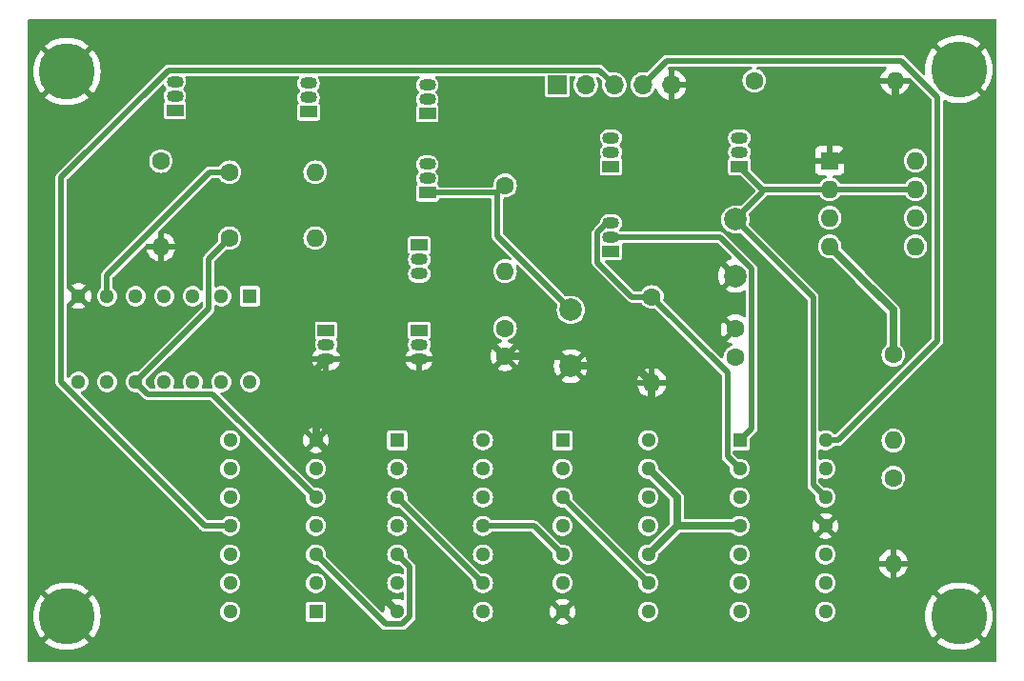
<source format=gbr>
%TF.GenerationSoftware,KiCad,Pcbnew,8.0.7*%
%TF.CreationDate,2024-12-10T16:24:59+05:30*%
%TF.ProjectId,FINAL PROJECT,46494e41-4c20-4505-924f-4a4543542e6b,rev?*%
%TF.SameCoordinates,Original*%
%TF.FileFunction,Copper,L2,Bot*%
%TF.FilePolarity,Positive*%
%FSLAX46Y46*%
G04 Gerber Fmt 4.6, Leading zero omitted, Abs format (unit mm)*
G04 Created by KiCad (PCBNEW 8.0.7) date 2024-12-10 16:24:59*
%MOMM*%
%LPD*%
G01*
G04 APERTURE LIST*
%TA.AperFunction,ComponentPad*%
%ADD10C,1.600000*%
%TD*%
%TA.AperFunction,ComponentPad*%
%ADD11O,1.600000X1.600000*%
%TD*%
%TA.AperFunction,ComponentPad*%
%ADD12C,5.000000*%
%TD*%
%TA.AperFunction,ComponentPad*%
%ADD13R,1.500000X1.050000*%
%TD*%
%TA.AperFunction,ComponentPad*%
%ADD14O,1.500000X1.050000*%
%TD*%
%TA.AperFunction,ComponentPad*%
%ADD15C,2.000000*%
%TD*%
%TA.AperFunction,ComponentPad*%
%ADD16R,1.700000X1.700000*%
%TD*%
%TA.AperFunction,ComponentPad*%
%ADD17O,1.700000X1.700000*%
%TD*%
%TA.AperFunction,ComponentPad*%
%ADD18R,1.295400X1.295400*%
%TD*%
%TA.AperFunction,ComponentPad*%
%ADD19C,1.295400*%
%TD*%
%TA.AperFunction,ComponentPad*%
%ADD20R,1.600000X1.600000*%
%TD*%
%TA.AperFunction,Conductor*%
%ADD21C,0.500000*%
%TD*%
%TA.AperFunction,Conductor*%
%ADD22C,0.700000*%
%TD*%
G04 APERTURE END LIST*
D10*
%TO.P,C2,1*%
%TO.N,Net-(U6-CV)*%
X173430000Y-100390000D03*
%TO.P,C2,2*%
%TO.N,GND*%
X173430000Y-97890000D03*
%TD*%
%TO.P,R4,1*%
%TO.N,Net-(Q8-E)*%
X166010000Y-95040000D03*
D11*
%TO.P,R4,2*%
%TO.N,GND*%
X166010000Y-102660000D03*
%TD*%
D10*
%TO.P,R2,1*%
%TO.N,Net-(U2-2Y)*%
X128475000Y-83950000D03*
D11*
%TO.P,R2,2*%
%TO.N,Net-(Q5-B)*%
X136095000Y-83950000D03*
%TD*%
D12*
%TO.P,H3,1,1*%
%TO.N,GND*%
X114020000Y-123430000D03*
%TD*%
D13*
%TO.P,Q5,1,C*%
%TO.N,Net-(Q5-C)*%
X146050000Y-85790000D03*
D14*
%TO.P,Q5,2,B*%
%TO.N,Net-(Q5-B)*%
X146050000Y-84520000D03*
%TO.P,Q5,3,E*%
%TO.N,Net-(Q4-C)*%
X146050000Y-83250000D03*
%TD*%
D13*
%TO.P,Q9,1,C*%
%TO.N,Net-(Q10-B)*%
X162380000Y-83440000D03*
D14*
%TO.P,Q9,2,B*%
X162380000Y-82170000D03*
%TO.P,Q9,3,E*%
%TO.N,VDD*%
X162380000Y-80900000D03*
%TD*%
D10*
%TO.P,R7,1*%
%TO.N,Net-(Q5-C)*%
X152960000Y-85130000D03*
D11*
%TO.P,R7,2*%
%TO.N,Net-(C3-Pad1)*%
X152960000Y-92750000D03*
%TD*%
D13*
%TO.P,Q6,1,C*%
%TO.N,Net-(Q5-C)*%
X145330000Y-90440000D03*
D14*
%TO.P,Q6,2,B*%
%TO.N,Net-(Q6-B)*%
X145330000Y-91710000D03*
%TO.P,Q6,3,E*%
%TO.N,Net-(Q6-E)*%
X145330000Y-92980000D03*
%TD*%
D12*
%TO.P,H2,1,1*%
%TO.N,GND*%
X193300000Y-74810000D03*
%TD*%
D15*
%TO.P,C4,1*%
%TO.N,Net-(Q5-C)*%
X158810000Y-96185000D03*
%TO.P,C4,2*%
%TO.N,GND*%
X158810000Y-101185000D03*
%TD*%
D10*
%TO.P,R5,1*%
%TO.N,VDD*%
X187470000Y-100180000D03*
D11*
%TO.P,R5,2*%
%TO.N,Net-(U5-4IN-)*%
X187470000Y-107800000D03*
%TD*%
D16*
%TO.P,J1,1,Pin_1*%
%TO.N,VDD*%
X157585000Y-76180000D03*
D17*
%TO.P,J1,2,Pin_2*%
%TO.N,OUTPUT*%
X160125000Y-76180000D03*
%TO.P,J1,3,Pin_3*%
%TO.N,INPUT*%
X162665000Y-76180000D03*
%TO.P,J1,4,Pin_4*%
%TO.N,VOUT*%
X165205000Y-76180000D03*
%TO.P,J1,5,Pin_5*%
%TO.N,GND*%
X167745000Y-76180000D03*
%TD*%
D10*
%TO.P,R6,1*%
%TO.N,Net-(U5-4IN-)*%
X187470000Y-111120000D03*
D11*
%TO.P,R6,2*%
%TO.N,GND*%
X187470000Y-118740000D03*
%TD*%
D12*
%TO.P,H1,1,1*%
%TO.N,GND*%
X114020000Y-75000000D03*
%TD*%
D13*
%TO.P,Q8,1,C*%
%TO.N,Net-(Q10-B)*%
X162380000Y-91000000D03*
D14*
%TO.P,Q8,2,B*%
%TO.N,Net-(Q8-B)*%
X162380000Y-89730000D03*
%TO.P,Q8,3,E*%
%TO.N,Net-(Q8-E)*%
X162380000Y-88460000D03*
%TD*%
D10*
%TO.P,R1,1*%
%TO.N,Net-(Q1-B)*%
X122380000Y-82960000D03*
D11*
%TO.P,R1,2*%
%TO.N,GND*%
X122380000Y-90580000D03*
%TD*%
D10*
%TO.P,C3,1*%
%TO.N,Net-(C3-Pad1)*%
X152960000Y-97820000D03*
%TO.P,C3,2*%
%TO.N,GND*%
X152960000Y-100320000D03*
%TD*%
D13*
%TO.P,Q10,1,C*%
%TO.N,Net-(Q10-C)*%
X173790000Y-83440000D03*
D14*
%TO.P,Q10,2,B*%
%TO.N,Net-(Q10-B)*%
X173790000Y-82170000D03*
%TO.P,Q10,3,E*%
%TO.N,VDD*%
X173790000Y-80900000D03*
%TD*%
D15*
%TO.P,C1,1*%
%TO.N,Net-(Q10-C)*%
X173430000Y-88160000D03*
%TO.P,C1,2*%
%TO.N,GND*%
X173430000Y-93160000D03*
%TD*%
D18*
%TO.P,U4,1,\u002A1R*%
%TO.N,VDD*%
X158070000Y-107780000D03*
D19*
%TO.P,U4,2,1D*%
%TO.N,Net-(U4-\u002A1Q)*%
X158070000Y-110320000D03*
%TO.P,U4,3,1CP*%
%TO.N,Net-(U4-1CP)*%
X158070000Y-112860000D03*
%TO.P,U4,4,\u002A1S*%
%TO.N,VDD*%
X158070000Y-115400000D03*
%TO.P,U4,5,1Q*%
%TO.N,Net-(U3-2CP)*%
X158070000Y-117940000D03*
%TO.P,U4,6,\u002A1Q*%
%TO.N,Net-(U4-\u002A1Q)*%
X158070000Y-120480000D03*
%TO.P,U4,7,GND*%
%TO.N,GND*%
X158070000Y-123020000D03*
%TO.P,U4,8,\u002A2Q*%
%TO.N,Net-(U4-\u002A2Q)*%
X165690000Y-123020000D03*
%TO.P,U4,9,2Q*%
%TO.N,Net-(U4-1CP)*%
X165690000Y-120480000D03*
%TO.P,U4,10,\u002A2S*%
%TO.N,VDD*%
X165690000Y-117940000D03*
%TO.P,U4,11,2CP*%
%TO.N,OUTPUT*%
X165690000Y-115400000D03*
%TO.P,U4,12,2D*%
%TO.N,Net-(U4-\u002A2Q)*%
X165690000Y-112860000D03*
%TO.P,U4,13,\u002A2R*%
%TO.N,VDD*%
X165690000Y-110320000D03*
%TO.P,U4,14,VCC*%
X165690000Y-107780000D03*
%TD*%
D13*
%TO.P,Q3,1,C*%
%TO.N,Net-(Q2-C)*%
X137060000Y-98010000D03*
D14*
%TO.P,Q3,2,B*%
X137060000Y-99280000D03*
%TO.P,Q3,3,E*%
%TO.N,GND*%
X137060000Y-100550000D03*
%TD*%
D18*
%TO.P,U5,1,1OUT*%
%TO.N,Net-(Q8-B)*%
X173820000Y-107780000D03*
D19*
%TO.P,U5,2,1IN-*%
%TO.N,Net-(Q8-E)*%
X173820000Y-110320000D03*
%TO.P,U5,3,1IN+*%
%TO.N,Net-(Q5-C)*%
X173820000Y-112860000D03*
%TO.P,U5,4,VCC*%
%TO.N,VDD*%
X173820000Y-115400000D03*
%TO.P,U5,5,2IN+*%
%TO.N,unconnected-(U5-2IN+-Pad5)*%
X173820000Y-117940000D03*
%TO.P,U5,6,2IN-*%
%TO.N,unconnected-(U5-2IN--Pad6)*%
X173820000Y-120480000D03*
%TO.P,U5,7,2OUT*%
%TO.N,unconnected-(U5-2OUT-Pad7)*%
X173820000Y-123020000D03*
%TO.P,U5,8,3OUT*%
%TO.N,unconnected-(U5-3OUT-Pad8)*%
X181440000Y-123020000D03*
%TO.P,U5,9,3IN-*%
%TO.N,unconnected-(U5-3IN--Pad9)*%
X181440000Y-120480000D03*
%TO.P,U5,10,3IN+*%
%TO.N,unconnected-(U5-3IN+-Pad10)*%
X181440000Y-117940000D03*
%TO.P,U5,11,GND*%
%TO.N,GND*%
X181440000Y-115400000D03*
%TO.P,U5,12,4IN+*%
%TO.N,Net-(Q10-C)*%
X181440000Y-112860000D03*
%TO.P,U5,13,4IN-*%
%TO.N,Net-(U5-4IN-)*%
X181440000Y-110320000D03*
%TO.P,U5,14,4OUT*%
%TO.N,VOUT*%
X181440000Y-107780000D03*
%TD*%
D10*
%TO.P,C5,1*%
%TO.N,VDD*%
X175120000Y-75810000D03*
D11*
%TO.P,C5,2*%
%TO.N,GND*%
X187620000Y-75810000D03*
%TD*%
D18*
%TO.P,U3,1,\u002A1R*%
%TO.N,VDD*%
X143380000Y-107780000D03*
D19*
%TO.P,U3,2,1D*%
%TO.N,Net-(U3-\u002A1Q)*%
X143380000Y-110320000D03*
%TO.P,U3,3,1CP*%
%TO.N,Net-(U3-1CP)*%
X143380000Y-112860000D03*
%TO.P,U3,4,\u002A1S*%
%TO.N,VDD*%
X143380000Y-115400000D03*
%TO.P,U3,5,1Q*%
%TO.N,Net-(U1-1CP)*%
X143380000Y-117940000D03*
%TO.P,U3,6,\u002A1Q*%
%TO.N,Net-(U3-\u002A1Q)*%
X143380000Y-120480000D03*
%TO.P,U3,7,GND*%
%TO.N,GND*%
X143380000Y-123020000D03*
%TO.P,U3,8,\u002A2Q*%
%TO.N,Net-(U3-\u002A2Q)*%
X151000000Y-123020000D03*
%TO.P,U3,9,2Q*%
%TO.N,Net-(U3-1CP)*%
X151000000Y-120480000D03*
%TO.P,U3,10,\u002A2S*%
%TO.N,VDD*%
X151000000Y-117940000D03*
%TO.P,U3,11,2CP*%
%TO.N,Net-(U3-2CP)*%
X151000000Y-115400000D03*
%TO.P,U3,12,2D*%
%TO.N,Net-(U3-\u002A2Q)*%
X151000000Y-112860000D03*
%TO.P,U3,13,\u002A2R*%
%TO.N,VDD*%
X151000000Y-110320000D03*
%TO.P,U3,14,VCC*%
X151000000Y-107780000D03*
%TD*%
D18*
%TO.P,U1,1,\u002A1R*%
%TO.N,Net-(U1-\u002A1R)*%
X136155000Y-123020000D03*
D19*
%TO.P,U1,2,1D*%
%TO.N,VDD*%
X136155000Y-120480000D03*
%TO.P,U1,3,1CP*%
%TO.N,Net-(U1-1CP)*%
X136155000Y-117940000D03*
%TO.P,U1,4,\u002A1S*%
%TO.N,unconnected-(U1-\u002A1S-Pad4)*%
X136155000Y-115400000D03*
%TO.P,U1,5,1Q*%
%TO.N,Net-(U1-1Q)*%
X136155000Y-112860000D03*
%TO.P,U1,6,\u002A1Q*%
%TO.N,unconnected-(U1-\u002A1Q-Pad6)*%
X136155000Y-110320000D03*
%TO.P,U1,7,GND*%
%TO.N,GND*%
X136155000Y-107780000D03*
%TO.P,U1,8,\u002A2Q*%
%TO.N,unconnected-(U1-\u002A2Q-Pad8)*%
X128535000Y-107780000D03*
%TO.P,U1,9,2Q*%
%TO.N,Net-(U1-2Q)*%
X128535000Y-110320000D03*
%TO.P,U1,10,\u002A2S*%
%TO.N,unconnected-(U1-\u002A2S-Pad10)*%
X128535000Y-112860000D03*
%TO.P,U1,11,2CP*%
%TO.N,INPUT*%
X128535000Y-115400000D03*
%TO.P,U1,12,2D*%
%TO.N,VDD*%
X128535000Y-117940000D03*
%TO.P,U1,13,\u002A2R*%
%TO.N,Net-(U1-\u002A1R)*%
X128535000Y-120480000D03*
%TO.P,U1,14,VCC*%
%TO.N,VDD*%
X128535000Y-123020000D03*
%TD*%
D13*
%TO.P,Q4,1,C*%
%TO.N,Net-(Q4-C)*%
X146050000Y-78740000D03*
D14*
%TO.P,Q4,2,B*%
%TO.N,Net-(Q1-B)*%
X146050000Y-77470000D03*
%TO.P,Q4,3,E*%
%TO.N,VDD*%
X146050000Y-76200000D03*
%TD*%
D10*
%TO.P,R3,1*%
%TO.N,Net-(U1-1Q)*%
X128475000Y-89810000D03*
D11*
%TO.P,R3,2*%
%TO.N,Net-(Q6-B)*%
X136095000Y-89810000D03*
%TD*%
D12*
%TO.P,H4,1,1*%
%TO.N,GND*%
X193300000Y-123430000D03*
%TD*%
D13*
%TO.P,Q1,1,C*%
%TO.N,Net-(Q1-B)*%
X123620000Y-78430000D03*
D14*
%TO.P,Q1,2,B*%
X123620000Y-77160000D03*
%TO.P,Q1,3,E*%
%TO.N,VDD*%
X123620000Y-75890000D03*
%TD*%
D13*
%TO.P,Q7,1,C*%
%TO.N,Net-(Q6-E)*%
X145330000Y-98010000D03*
D14*
%TO.P,Q7,2,B*%
%TO.N,Net-(Q2-C)*%
X145330000Y-99280000D03*
%TO.P,Q7,3,E*%
%TO.N,GND*%
X145330000Y-100550000D03*
%TD*%
D18*
%TO.P,U2,1,1A*%
%TO.N,unconnected-(U2-1A-Pad1)*%
X130280000Y-94970000D03*
D19*
%TO.P,U2,2,1B*%
%TO.N,unconnected-(U2-1B-Pad2)*%
X127740000Y-94970000D03*
%TO.P,U2,3,1Y*%
%TO.N,unconnected-(U2-1Y-Pad3)*%
X125200000Y-94970000D03*
%TO.P,U2,4,2A*%
%TO.N,Net-(U1-2Q)*%
X122660000Y-94970000D03*
%TO.P,U2,5,2B*%
X120120000Y-94970000D03*
%TO.P,U2,6,2Y*%
%TO.N,Net-(U2-2Y)*%
X117580000Y-94970000D03*
%TO.P,U2,7,GND*%
%TO.N,GND*%
X115040000Y-94970000D03*
%TO.P,U2,8,3Y*%
%TO.N,Net-(U1-\u002A1R)*%
X115040000Y-102590000D03*
%TO.P,U2,9,3A*%
%TO.N,Net-(U1-2Q)*%
X117580000Y-102590000D03*
%TO.P,U2,10,3B*%
%TO.N,Net-(U1-1Q)*%
X120120000Y-102590000D03*
%TO.P,U2,11,4Y*%
%TO.N,unconnected-(U2-4Y-Pad11)*%
X122660000Y-102590000D03*
%TO.P,U2,12,4A*%
%TO.N,unconnected-(U2-4A-Pad12)*%
X125200000Y-102590000D03*
%TO.P,U2,13,4B*%
%TO.N,unconnected-(U2-4B-Pad13)*%
X127740000Y-102590000D03*
%TO.P,U2,14,VCC*%
%TO.N,VDD*%
X130280000Y-102590000D03*
%TD*%
D13*
%TO.P,Q2,1,C*%
%TO.N,Net-(Q2-C)*%
X135500000Y-78590000D03*
D14*
%TO.P,Q2,2,B*%
%TO.N,Net-(Q1-B)*%
X135500000Y-77320000D03*
%TO.P,Q2,3,E*%
%TO.N,VDD*%
X135500000Y-76050000D03*
%TD*%
D20*
%TO.P,U6,1,GND*%
%TO.N,GND*%
X181820000Y-82930000D03*
D11*
%TO.P,U6,2,TR*%
%TO.N,Net-(Q10-C)*%
X181820000Y-85470000D03*
%TO.P,U6,3,Q*%
%TO.N,OUTPUT*%
X181820000Y-88010000D03*
%TO.P,U6,4,R*%
%TO.N,VDD*%
X181820000Y-90550000D03*
%TO.P,U6,5,CV*%
%TO.N,Net-(U6-CV)*%
X189440000Y-90550000D03*
%TO.P,U6,6,THR*%
%TO.N,Net-(Q10-C)*%
X189440000Y-88010000D03*
%TO.P,U6,7,DIS*%
X189440000Y-85470000D03*
%TO.P,U6,8,VCC*%
%TO.N,VDD*%
X189440000Y-82930000D03*
%TD*%
D21*
%TO.N,INPUT*%
X123026142Y-74880000D02*
X161365000Y-74880000D01*
X113520000Y-102622383D02*
X113520000Y-84386142D01*
X126297617Y-115400000D02*
X113520000Y-102622383D01*
X161365000Y-74880000D02*
X162665000Y-76180000D01*
X128535000Y-115400000D02*
X126297617Y-115400000D01*
X113520000Y-84386142D02*
X123026142Y-74880000D01*
%TO.N,VOUT*%
X188180000Y-74050000D02*
X167335000Y-74050000D01*
X167335000Y-74050000D02*
X165205000Y-76180000D01*
X191370000Y-98990000D02*
X191370000Y-77240000D01*
X191370000Y-77240000D02*
X188180000Y-74050000D01*
X182580000Y-107780000D02*
X191370000Y-98990000D01*
X181440000Y-107780000D02*
X182580000Y-107780000D01*
D22*
%TO.N,GND*%
X187620000Y-77720000D02*
X187620000Y-75810000D01*
X182410000Y-82930000D02*
X187620000Y-77720000D01*
X181820000Y-82930000D02*
X182410000Y-82930000D01*
X158810000Y-101185000D02*
X164535000Y-101185000D01*
X171140000Y-114170000D02*
X167220000Y-110250000D01*
X142032300Y-121672300D02*
X142032300Y-113657300D01*
X136155000Y-107780000D02*
X136155000Y-101455000D01*
X181440000Y-115400000D02*
X180210000Y-114170000D01*
X152960000Y-100320000D02*
X157945000Y-100320000D01*
X166010000Y-106060000D02*
X166010000Y-102660000D01*
X167220000Y-107270000D02*
X166010000Y-106060000D01*
X142032300Y-113657300D02*
X136155000Y-107780000D01*
X164535000Y-101185000D02*
X166010000Y-102660000D01*
X157945000Y-100320000D02*
X158810000Y-101185000D01*
X180210000Y-114170000D02*
X171140000Y-114170000D01*
X136155000Y-101455000D02*
X137060000Y-100550000D01*
X143380000Y-123020000D02*
X142032300Y-121672300D01*
X167220000Y-110250000D02*
X167220000Y-107270000D01*
D21*
%TO.N,Net-(Q10-C)*%
X181440000Y-112860000D02*
X180342300Y-111762300D01*
X180342300Y-111762300D02*
X180342300Y-95072300D01*
X175820000Y-85770000D02*
X173430000Y-88160000D01*
X181820000Y-85470000D02*
X175820000Y-85470000D01*
X175820000Y-85470000D02*
X175820000Y-85770000D01*
X189440000Y-85470000D02*
X181820000Y-85470000D01*
X175820000Y-85470000D02*
X173790000Y-83440000D01*
X180342300Y-95072300D02*
X173430000Y-88160000D01*
%TO.N,Net-(Q5-C)*%
X146050000Y-85790000D02*
X152300000Y-85790000D01*
X152300000Y-89675000D02*
X158810000Y-96185000D01*
X152300000Y-85790000D02*
X152300000Y-89675000D01*
X152300000Y-85790000D02*
X152960000Y-85130000D01*
D22*
%TO.N,VDD*%
X173820000Y-115400000D02*
X168230000Y-115400000D01*
X181820000Y-90550000D02*
X184450000Y-93180000D01*
X168230000Y-112860000D02*
X168230000Y-115400000D01*
X187470000Y-96200000D02*
X187470000Y-100180000D01*
X168230000Y-115400000D02*
X165690000Y-117940000D01*
X184450000Y-93180000D02*
X187470000Y-96200000D01*
X165690000Y-110320000D02*
X168230000Y-112860000D01*
D21*
%TO.N,Net-(Q8-E)*%
X161180000Y-91975000D02*
X164245000Y-95040000D01*
X172722300Y-101752300D02*
X172722300Y-109222300D01*
X161180000Y-89326142D02*
X161180000Y-91975000D01*
X164245000Y-95040000D02*
X166010000Y-95040000D01*
X166010000Y-95040000D02*
X172722300Y-101752300D01*
X162046142Y-88460000D02*
X161180000Y-89326142D01*
X172722300Y-109222300D02*
X173820000Y-110320000D01*
%TO.N,Net-(Q8-B)*%
X172050610Y-89730000D02*
X174880000Y-92559390D01*
X174880000Y-106720000D02*
X173820000Y-107780000D01*
X174880000Y-92559390D02*
X174880000Y-106720000D01*
X162380000Y-89730000D02*
X172050610Y-89730000D01*
%TO.N,Net-(U2-2Y)*%
X117580000Y-93073017D02*
X117580000Y-94970000D01*
X126703017Y-83950000D02*
X117580000Y-93073017D01*
X128475000Y-83950000D02*
X126703017Y-83950000D01*
%TO.N,Net-(U1-1Q)*%
X126642300Y-96067700D02*
X120120000Y-102590000D01*
X126642300Y-91642700D02*
X126642300Y-96067700D01*
X128475000Y-89810000D02*
X126642300Y-91642700D01*
X136155000Y-112860000D02*
X126982700Y-103687700D01*
X121217700Y-103687700D02*
X120120000Y-102590000D01*
X126982700Y-103687700D02*
X121217700Y-103687700D01*
%TO.N,Net-(U1-1CP)*%
X144500000Y-119060000D02*
X143380000Y-117940000D01*
X142332700Y-124117700D02*
X143834683Y-124117700D01*
X136155000Y-117940000D02*
X142332700Y-124117700D01*
X143834683Y-124117700D02*
X144500000Y-123452383D01*
X144500000Y-123452383D02*
X144500000Y-119060000D01*
%TO.N,Net-(U3-1CP)*%
X151000000Y-120480000D02*
X143380000Y-112860000D01*
%TO.N,Net-(U3-2CP)*%
X151000000Y-115400000D02*
X155530000Y-115400000D01*
X155530000Y-115400000D02*
X158070000Y-117940000D01*
%TO.N,Net-(U4-1CP)*%
X158070000Y-112860000D02*
X165690000Y-120480000D01*
%TD*%
%TA.AperFunction,Conductor*%
%TO.N,GND*%
G36*
X171858973Y-90250185D02*
G01*
X171879615Y-90266819D01*
X173108539Y-91495743D01*
X173142024Y-91557066D01*
X173137040Y-91626758D01*
X173095168Y-91682691D01*
X173061121Y-91700705D01*
X172825396Y-91781630D01*
X172825385Y-91781635D01*
X172606770Y-91899943D01*
X172559943Y-91936389D01*
X173300591Y-92677037D01*
X173237007Y-92694075D01*
X173122993Y-92759901D01*
X173029901Y-92852993D01*
X172964075Y-92967007D01*
X172947037Y-93030591D01*
X172206563Y-92290117D01*
X172106267Y-92443633D01*
X172106265Y-92443637D01*
X172006412Y-92671282D01*
X171945387Y-92912261D01*
X171945385Y-92912270D01*
X171924859Y-93159994D01*
X171924859Y-93160005D01*
X171945385Y-93407729D01*
X171945387Y-93407738D01*
X172006412Y-93648717D01*
X172106267Y-93876367D01*
X172206562Y-94029881D01*
X172947037Y-93289408D01*
X172964075Y-93352993D01*
X173029901Y-93467007D01*
X173122993Y-93560099D01*
X173237007Y-93625925D01*
X173300589Y-93642962D01*
X172559943Y-94383609D01*
X172606768Y-94420055D01*
X172606771Y-94420057D01*
X172825385Y-94538364D01*
X172825396Y-94538369D01*
X173060506Y-94619083D01*
X173305707Y-94660000D01*
X173554293Y-94660000D01*
X173799493Y-94619083D01*
X174034603Y-94538369D01*
X174034614Y-94538364D01*
X174196483Y-94450766D01*
X174264811Y-94436171D01*
X174330183Y-94460834D01*
X174371844Y-94516924D01*
X174379500Y-94559821D01*
X174379500Y-96729638D01*
X174359815Y-96796677D01*
X174307011Y-96842432D01*
X174237853Y-96852376D01*
X174184376Y-96831213D01*
X174082482Y-96759866D01*
X173876326Y-96663734D01*
X173876317Y-96663730D01*
X173656610Y-96604860D01*
X173656599Y-96604858D01*
X173430002Y-96585034D01*
X173429998Y-96585034D01*
X173203400Y-96604858D01*
X173203389Y-96604860D01*
X172983682Y-96663730D01*
X172983673Y-96663734D01*
X172777516Y-96759866D01*
X172777512Y-96759868D01*
X172704526Y-96810973D01*
X172704526Y-96810974D01*
X173383553Y-97490000D01*
X173377339Y-97490000D01*
X173275606Y-97517259D01*
X173184394Y-97569920D01*
X173109920Y-97644394D01*
X173057259Y-97735606D01*
X173030000Y-97837339D01*
X173030000Y-97843552D01*
X172350974Y-97164526D01*
X172350973Y-97164526D01*
X172299868Y-97237512D01*
X172299866Y-97237516D01*
X172203734Y-97443673D01*
X172203730Y-97443682D01*
X172144860Y-97663389D01*
X172144858Y-97663400D01*
X172125034Y-97889997D01*
X172125034Y-97890002D01*
X172144858Y-98116599D01*
X172144860Y-98116610D01*
X172203730Y-98336317D01*
X172203735Y-98336331D01*
X172299863Y-98542478D01*
X172350974Y-98615472D01*
X173030000Y-97936446D01*
X173030000Y-97942661D01*
X173057259Y-98044394D01*
X173109920Y-98135606D01*
X173184394Y-98210080D01*
X173275606Y-98262741D01*
X173377339Y-98290000D01*
X173383552Y-98290000D01*
X172704526Y-98969025D01*
X172777513Y-99020132D01*
X172777521Y-99020136D01*
X172983668Y-99116264D01*
X172983682Y-99116269D01*
X173109240Y-99149912D01*
X173168901Y-99186277D01*
X173199430Y-99249124D01*
X173191135Y-99318499D01*
X173146650Y-99372377D01*
X173113144Y-99388347D01*
X173106045Y-99390501D01*
X173026042Y-99414769D01*
X172890695Y-99487114D01*
X172843550Y-99512315D01*
X172843548Y-99512316D01*
X172843547Y-99512317D01*
X172683589Y-99643589D01*
X172552317Y-99803547D01*
X172454769Y-99986043D01*
X172394699Y-100184067D01*
X172374417Y-100390000D01*
X172374417Y-100396092D01*
X172371890Y-100396092D01*
X172360905Y-100453899D01*
X172312821Y-100504591D01*
X172244964Y-100521240D01*
X172178878Y-100498560D01*
X172162861Y-100485047D01*
X167069563Y-95391749D01*
X167036078Y-95330426D01*
X167038585Y-95268069D01*
X167045300Y-95245934D01*
X167065583Y-95040000D01*
X167045300Y-94834066D01*
X166985232Y-94636046D01*
X166887685Y-94453550D01*
X166813557Y-94363224D01*
X166756410Y-94293589D01*
X166596452Y-94162317D01*
X166596453Y-94162317D01*
X166596450Y-94162315D01*
X166413954Y-94064768D01*
X166215934Y-94004700D01*
X166215932Y-94004699D01*
X166215934Y-94004699D01*
X166010000Y-93984417D01*
X165804067Y-94004699D01*
X165606043Y-94064769D01*
X165519452Y-94111054D01*
X165423550Y-94162315D01*
X165423548Y-94162316D01*
X165423547Y-94162317D01*
X165263589Y-94293589D01*
X165132315Y-94453548D01*
X165121408Y-94473955D01*
X165072445Y-94523798D01*
X165012051Y-94539500D01*
X164503676Y-94539500D01*
X164436637Y-94519815D01*
X164415995Y-94503181D01*
X161899995Y-91987181D01*
X161866510Y-91925858D01*
X161871494Y-91856166D01*
X161913366Y-91800233D01*
X161978830Y-91775816D01*
X161987676Y-91775500D01*
X163154676Y-91775500D01*
X163154677Y-91775499D01*
X163227740Y-91760966D01*
X163310601Y-91705601D01*
X163365966Y-91622740D01*
X163380500Y-91549674D01*
X163380500Y-90450326D01*
X163380500Y-90450323D01*
X163366251Y-90378692D01*
X163372478Y-90309100D01*
X163415340Y-90253923D01*
X163481230Y-90230678D01*
X163487868Y-90230500D01*
X171791934Y-90230500D01*
X171858973Y-90250185D01*
G37*
%TD.AperFunction*%
%TA.AperFunction,Conductor*%
G36*
X196592444Y-70320695D02*
G01*
X196638247Y-70373457D01*
X196649500Y-70425072D01*
X196649500Y-127365500D01*
X196629815Y-127432539D01*
X196577011Y-127478294D01*
X196525500Y-127489500D01*
X110614500Y-127489500D01*
X110547461Y-127469815D01*
X110501706Y-127417011D01*
X110490500Y-127365500D01*
X110490500Y-123429996D01*
X111014916Y-123429996D01*
X111014916Y-123430003D01*
X111035235Y-123778869D01*
X111035236Y-123778880D01*
X111095914Y-124123002D01*
X111095916Y-124123011D01*
X111196145Y-124457800D01*
X111334555Y-124778670D01*
X111334561Y-124778683D01*
X111509289Y-125081322D01*
X111717972Y-125361631D01*
X111717976Y-125361636D01*
X111726147Y-125370297D01*
X111726148Y-125370298D01*
X112976320Y-124120125D01*
X113066554Y-124244320D01*
X113205680Y-124383446D01*
X113329873Y-124473678D01*
X112082817Y-125720733D01*
X112082818Y-125720734D01*
X112225480Y-125840442D01*
X112517461Y-126032480D01*
X112829739Y-126189314D01*
X112829745Y-126189316D01*
X113158130Y-126308838D01*
X113158133Y-126308839D01*
X113498171Y-126389429D01*
X113845276Y-126429999D01*
X113845277Y-126430000D01*
X114194723Y-126430000D01*
X114194723Y-126429999D01*
X114541827Y-126389429D01*
X114541829Y-126389429D01*
X114881866Y-126308839D01*
X114881869Y-126308838D01*
X115210254Y-126189316D01*
X115210260Y-126189314D01*
X115522538Y-126032480D01*
X115814515Y-125840445D01*
X115957180Y-125720734D01*
X115957181Y-125720733D01*
X114710126Y-124473678D01*
X114834320Y-124383446D01*
X114973446Y-124244320D01*
X115063679Y-124120126D01*
X116313850Y-125370297D01*
X116322032Y-125361625D01*
X116530710Y-125081322D01*
X116705438Y-124778683D01*
X116705444Y-124778670D01*
X116843854Y-124457800D01*
X116944083Y-124123011D01*
X116944085Y-124123002D01*
X117004763Y-123778880D01*
X117004764Y-123778869D01*
X117025084Y-123430003D01*
X117025084Y-123429996D01*
X117004764Y-123081130D01*
X117004763Y-123081119D01*
X116993986Y-123020000D01*
X127631852Y-123020000D01*
X127651588Y-123207775D01*
X127651589Y-123207778D01*
X127709930Y-123387337D01*
X127709933Y-123387343D01*
X127804337Y-123550856D01*
X127930670Y-123691165D01*
X127930677Y-123691171D01*
X128083421Y-123802146D01*
X128083422Y-123802146D01*
X128083426Y-123802149D01*
X128186622Y-123848095D01*
X128255906Y-123878943D01*
X128255912Y-123878945D01*
X128440595Y-123918200D01*
X128440596Y-123918200D01*
X128629404Y-123918200D01*
X128629405Y-123918200D01*
X128814088Y-123878945D01*
X128814090Y-123878943D01*
X128814093Y-123878943D01*
X128837430Y-123868552D01*
X128986574Y-123802149D01*
X129139324Y-123691170D01*
X129265662Y-123550857D01*
X129360067Y-123387343D01*
X129418412Y-123207775D01*
X129438148Y-123020000D01*
X129418412Y-122832225D01*
X129377062Y-122704962D01*
X129360069Y-122652662D01*
X129360066Y-122652656D01*
X129344849Y-122626300D01*
X129265662Y-122489143D01*
X129254327Y-122476554D01*
X129139329Y-122348834D01*
X129139322Y-122348828D01*
X129137661Y-122347621D01*
X135256800Y-122347621D01*
X135256800Y-123692378D01*
X135271332Y-123765435D01*
X135271333Y-123765439D01*
X135289705Y-123792935D01*
X135326699Y-123848301D01*
X135372559Y-123878943D01*
X135409560Y-123903666D01*
X135409564Y-123903667D01*
X135482621Y-123918199D01*
X135482624Y-123918200D01*
X135482626Y-123918200D01*
X136827376Y-123918200D01*
X136827377Y-123918199D01*
X136900440Y-123903666D01*
X136983301Y-123848301D01*
X137038666Y-123765440D01*
X137053200Y-123692374D01*
X137053200Y-122347626D01*
X137053200Y-122347623D01*
X137053199Y-122347621D01*
X137038667Y-122274564D01*
X137038666Y-122274560D01*
X137036675Y-122271580D01*
X136983301Y-122191699D01*
X136900440Y-122136334D01*
X136900439Y-122136333D01*
X136900435Y-122136332D01*
X136827377Y-122121800D01*
X136827374Y-122121800D01*
X135482626Y-122121800D01*
X135482623Y-122121800D01*
X135409564Y-122136332D01*
X135409560Y-122136333D01*
X135326699Y-122191699D01*
X135271333Y-122274560D01*
X135271332Y-122274564D01*
X135256800Y-122347621D01*
X129137661Y-122347621D01*
X128986578Y-122237853D01*
X128986575Y-122237851D01*
X128986574Y-122237851D01*
X128925770Y-122210779D01*
X128814093Y-122161056D01*
X128814087Y-122161054D01*
X128668659Y-122130143D01*
X128629405Y-122121800D01*
X128440595Y-122121800D01*
X128408221Y-122128680D01*
X128255912Y-122161054D01*
X128255906Y-122161056D01*
X128083426Y-122237851D01*
X128083421Y-122237853D01*
X127930677Y-122348828D01*
X127930670Y-122348834D01*
X127804337Y-122489143D01*
X127709933Y-122652656D01*
X127709930Y-122652662D01*
X127651589Y-122832221D01*
X127651588Y-122832225D01*
X127631852Y-123020000D01*
X116993986Y-123020000D01*
X116944085Y-122736997D01*
X116944083Y-122736988D01*
X116843854Y-122402199D01*
X116705444Y-122081329D01*
X116705438Y-122081316D01*
X116530710Y-121778677D01*
X116322029Y-121498371D01*
X116313850Y-121489701D01*
X116313850Y-121489700D01*
X115063678Y-122739872D01*
X114973446Y-122615680D01*
X114834320Y-122476554D01*
X114710125Y-122386320D01*
X115957181Y-121139265D01*
X115957180Y-121139264D01*
X115814519Y-121019557D01*
X115522538Y-120827519D01*
X115210260Y-120670685D01*
X115210254Y-120670683D01*
X114881869Y-120551161D01*
X114881866Y-120551160D01*
X114581617Y-120480000D01*
X127631852Y-120480000D01*
X127651588Y-120667775D01*
X127651589Y-120667778D01*
X127709930Y-120847337D01*
X127709933Y-120847343D01*
X127804337Y-121010856D01*
X127930670Y-121151165D01*
X127930677Y-121151171D01*
X128083421Y-121262146D01*
X128083422Y-121262146D01*
X128083426Y-121262149D01*
X128186622Y-121308095D01*
X128255906Y-121338943D01*
X128255912Y-121338945D01*
X128440595Y-121378200D01*
X128440596Y-121378200D01*
X128629404Y-121378200D01*
X128629405Y-121378200D01*
X128814088Y-121338945D01*
X128814090Y-121338943D01*
X128814093Y-121338943D01*
X128837430Y-121328552D01*
X128986574Y-121262149D01*
X129139324Y-121151170D01*
X129150044Y-121139265D01*
X129184318Y-121101198D01*
X129265662Y-121010857D01*
X129360067Y-120847343D01*
X129418412Y-120667775D01*
X129438148Y-120480000D01*
X135251852Y-120480000D01*
X135271588Y-120667775D01*
X135271589Y-120667778D01*
X135329930Y-120847337D01*
X135329933Y-120847343D01*
X135424337Y-121010856D01*
X135550670Y-121151165D01*
X135550677Y-121151171D01*
X135703421Y-121262146D01*
X135703422Y-121262146D01*
X135703426Y-121262149D01*
X135806622Y-121308095D01*
X135875906Y-121338943D01*
X135875912Y-121338945D01*
X136060595Y-121378200D01*
X136060596Y-121378200D01*
X136249404Y-121378200D01*
X136249405Y-121378200D01*
X136434088Y-121338945D01*
X136434090Y-121338943D01*
X136434093Y-121338943D01*
X136457430Y-121328552D01*
X136606574Y-121262149D01*
X136759324Y-121151170D01*
X136770044Y-121139265D01*
X136804318Y-121101198D01*
X136885662Y-121010857D01*
X136980067Y-120847343D01*
X137038412Y-120667775D01*
X137058148Y-120480000D01*
X137038412Y-120292225D01*
X136980067Y-120112657D01*
X136885662Y-119949143D01*
X136759329Y-119808834D01*
X136759322Y-119808828D01*
X136606578Y-119697853D01*
X136606575Y-119697851D01*
X136606574Y-119697851D01*
X136560626Y-119677393D01*
X136434093Y-119621056D01*
X136434087Y-119621054D01*
X136262705Y-119584627D01*
X136249405Y-119581800D01*
X136060595Y-119581800D01*
X136047295Y-119584627D01*
X135875912Y-119621054D01*
X135875906Y-119621056D01*
X135703426Y-119697851D01*
X135703421Y-119697853D01*
X135550677Y-119808828D01*
X135550670Y-119808834D01*
X135424337Y-119949143D01*
X135329933Y-120112656D01*
X135329930Y-120112662D01*
X135271589Y-120292221D01*
X135271588Y-120292225D01*
X135251852Y-120480000D01*
X129438148Y-120480000D01*
X129418412Y-120292225D01*
X129360067Y-120112657D01*
X129265662Y-119949143D01*
X129139329Y-119808834D01*
X129139322Y-119808828D01*
X128986578Y-119697853D01*
X128986575Y-119697851D01*
X128986574Y-119697851D01*
X128940626Y-119677393D01*
X128814093Y-119621056D01*
X128814087Y-119621054D01*
X128642705Y-119584627D01*
X128629405Y-119581800D01*
X128440595Y-119581800D01*
X128427295Y-119584627D01*
X128255912Y-119621054D01*
X128255906Y-119621056D01*
X128083426Y-119697851D01*
X128083421Y-119697853D01*
X127930677Y-119808828D01*
X127930670Y-119808834D01*
X127804337Y-119949143D01*
X127709933Y-120112656D01*
X127709930Y-120112662D01*
X127651589Y-120292221D01*
X127651588Y-120292225D01*
X127631852Y-120480000D01*
X114581617Y-120480000D01*
X114541828Y-120470570D01*
X114194723Y-120430000D01*
X113845277Y-120430000D01*
X113498172Y-120470570D01*
X113498170Y-120470570D01*
X113158133Y-120551160D01*
X113158130Y-120551161D01*
X112829745Y-120670683D01*
X112829739Y-120670685D01*
X112517461Y-120827519D01*
X112225485Y-121019554D01*
X112082817Y-121139264D01*
X113329874Y-122386320D01*
X113205680Y-122476554D01*
X113066554Y-122615680D01*
X112976320Y-122739873D01*
X111726148Y-121489701D01*
X111726146Y-121489701D01*
X111717973Y-121498366D01*
X111509289Y-121778677D01*
X111334561Y-122081316D01*
X111334555Y-122081329D01*
X111196145Y-122402199D01*
X111095916Y-122736988D01*
X111095914Y-122736997D01*
X111035236Y-123081119D01*
X111035235Y-123081130D01*
X111014916Y-123429996D01*
X110490500Y-123429996D01*
X110490500Y-117940000D01*
X127631852Y-117940000D01*
X127651588Y-118127775D01*
X127651589Y-118127778D01*
X127709930Y-118307337D01*
X127709933Y-118307343D01*
X127804337Y-118470856D01*
X127930670Y-118611165D01*
X127930677Y-118611171D01*
X128083421Y-118722146D01*
X128083422Y-118722146D01*
X128083426Y-118722149D01*
X128186622Y-118768095D01*
X128255906Y-118798943D01*
X128255912Y-118798945D01*
X128440595Y-118838200D01*
X128440596Y-118838200D01*
X128629404Y-118838200D01*
X128629405Y-118838200D01*
X128814088Y-118798945D01*
X128814090Y-118798943D01*
X128814093Y-118798943D01*
X128837430Y-118788552D01*
X128986574Y-118722149D01*
X129139324Y-118611170D01*
X129265662Y-118470857D01*
X129360067Y-118307343D01*
X129418412Y-118127775D01*
X129438148Y-117940000D01*
X135251852Y-117940000D01*
X135271588Y-118127775D01*
X135271589Y-118127778D01*
X135329930Y-118307337D01*
X135329933Y-118307343D01*
X135424337Y-118470856D01*
X135550670Y-118611165D01*
X135550677Y-118611171D01*
X135703421Y-118722146D01*
X135703422Y-118722146D01*
X135703426Y-118722149D01*
X135806622Y-118768095D01*
X135875906Y-118798943D01*
X135875912Y-118798945D01*
X136060595Y-118838200D01*
X136060596Y-118838200D01*
X136249402Y-118838200D01*
X136249405Y-118838200D01*
X136262703Y-118835373D01*
X136332368Y-118840686D01*
X136376167Y-118868981D01*
X142025386Y-124518200D01*
X142139514Y-124584092D01*
X142266807Y-124618200D01*
X142266808Y-124618200D01*
X142266809Y-124618200D01*
X143900573Y-124618200D01*
X143900575Y-124618200D01*
X144027869Y-124584092D01*
X144141997Y-124518200D01*
X144797104Y-123863090D01*
X144797109Y-123863087D01*
X144807312Y-123852883D01*
X144807314Y-123852883D01*
X144900500Y-123759697D01*
X144966392Y-123645569D01*
X145000500Y-123518275D01*
X145000500Y-123020000D01*
X150096852Y-123020000D01*
X150116588Y-123207775D01*
X150116589Y-123207778D01*
X150174930Y-123387337D01*
X150174933Y-123387343D01*
X150269337Y-123550856D01*
X150395670Y-123691165D01*
X150395677Y-123691171D01*
X150548421Y-123802146D01*
X150548422Y-123802146D01*
X150548426Y-123802149D01*
X150651622Y-123848095D01*
X150720906Y-123878943D01*
X150720912Y-123878945D01*
X150905595Y-123918200D01*
X150905596Y-123918200D01*
X151094404Y-123918200D01*
X151094405Y-123918200D01*
X151279088Y-123878945D01*
X151279090Y-123878943D01*
X151279093Y-123878943D01*
X151302430Y-123868552D01*
X151451574Y-123802149D01*
X151604324Y-123691170D01*
X151730662Y-123550857D01*
X151825067Y-123387343D01*
X151883412Y-123207775D01*
X151903148Y-123020000D01*
X151903148Y-123019999D01*
X156917383Y-123019999D01*
X156917383Y-123020000D01*
X156937008Y-123231793D01*
X156995217Y-123436372D01*
X157090025Y-123626775D01*
X157098477Y-123637967D01*
X157676300Y-123060145D01*
X157676300Y-123071832D01*
X157703130Y-123171962D01*
X157754962Y-123261737D01*
X157828263Y-123335038D01*
X157918038Y-123386870D01*
X158018168Y-123413700D01*
X158029853Y-123413700D01*
X157454663Y-123988888D01*
X157454663Y-123988889D01*
X157556230Y-124051778D01*
X157556234Y-124051780D01*
X157754563Y-124128613D01*
X157754573Y-124128616D01*
X157963653Y-124167700D01*
X158176347Y-124167700D01*
X158385426Y-124128616D01*
X158385436Y-124128613D01*
X158583756Y-124051783D01*
X158583769Y-124051777D01*
X158685335Y-123988888D01*
X158110148Y-123413700D01*
X158121832Y-123413700D01*
X158221962Y-123386870D01*
X158311737Y-123335038D01*
X158385038Y-123261737D01*
X158436870Y-123171962D01*
X158463700Y-123071832D01*
X158463700Y-123060147D01*
X159041520Y-123637967D01*
X159049975Y-123626774D01*
X159049976Y-123626772D01*
X159144781Y-123436378D01*
X159144781Y-123436376D01*
X159202991Y-123231793D01*
X159222617Y-123020000D01*
X164786852Y-123020000D01*
X164806588Y-123207775D01*
X164806589Y-123207778D01*
X164864930Y-123387337D01*
X164864933Y-123387343D01*
X164959337Y-123550856D01*
X165085670Y-123691165D01*
X165085677Y-123691171D01*
X165238421Y-123802146D01*
X165238422Y-123802146D01*
X165238426Y-123802149D01*
X165341622Y-123848095D01*
X165410906Y-123878943D01*
X165410912Y-123878945D01*
X165595595Y-123918200D01*
X165595596Y-123918200D01*
X165784404Y-123918200D01*
X165784405Y-123918200D01*
X165969088Y-123878945D01*
X165969090Y-123878943D01*
X165969093Y-123878943D01*
X165992430Y-123868552D01*
X166141574Y-123802149D01*
X166294324Y-123691170D01*
X166420662Y-123550857D01*
X166515067Y-123387343D01*
X166573412Y-123207775D01*
X166593148Y-123020000D01*
X172916852Y-123020000D01*
X172936588Y-123207775D01*
X172936589Y-123207778D01*
X172994930Y-123387337D01*
X172994933Y-123387343D01*
X173089337Y-123550856D01*
X173215670Y-123691165D01*
X173215677Y-123691171D01*
X173368421Y-123802146D01*
X173368422Y-123802146D01*
X173368426Y-123802149D01*
X173471622Y-123848095D01*
X173540906Y-123878943D01*
X173540912Y-123878945D01*
X173725595Y-123918200D01*
X173725596Y-123918200D01*
X173914404Y-123918200D01*
X173914405Y-123918200D01*
X174099088Y-123878945D01*
X174099090Y-123878943D01*
X174099093Y-123878943D01*
X174122430Y-123868552D01*
X174271574Y-123802149D01*
X174424324Y-123691170D01*
X174550662Y-123550857D01*
X174645067Y-123387343D01*
X174703412Y-123207775D01*
X174723148Y-123020000D01*
X180536852Y-123020000D01*
X180556588Y-123207775D01*
X180556589Y-123207778D01*
X180614930Y-123387337D01*
X180614933Y-123387343D01*
X180709337Y-123550856D01*
X180835670Y-123691165D01*
X180835677Y-123691171D01*
X180988421Y-123802146D01*
X180988422Y-123802146D01*
X180988426Y-123802149D01*
X181091622Y-123848095D01*
X181160906Y-123878943D01*
X181160912Y-123878945D01*
X181345595Y-123918200D01*
X181345596Y-123918200D01*
X181534404Y-123918200D01*
X181534405Y-123918200D01*
X181719088Y-123878945D01*
X181719090Y-123878943D01*
X181719093Y-123878943D01*
X181742430Y-123868552D01*
X181891574Y-123802149D01*
X182044324Y-123691170D01*
X182170662Y-123550857D01*
X182240441Y-123429996D01*
X190294916Y-123429996D01*
X190294916Y-123430003D01*
X190315235Y-123778869D01*
X190315236Y-123778880D01*
X190375914Y-124123002D01*
X190375916Y-124123011D01*
X190476145Y-124457800D01*
X190614555Y-124778670D01*
X190614561Y-124778683D01*
X190789289Y-125081322D01*
X190997972Y-125361631D01*
X190997976Y-125361636D01*
X191006147Y-125370297D01*
X191006148Y-125370298D01*
X192256320Y-124120125D01*
X192346554Y-124244320D01*
X192485680Y-124383446D01*
X192609873Y-124473678D01*
X191362817Y-125720733D01*
X191362818Y-125720734D01*
X191505480Y-125840442D01*
X191797461Y-126032480D01*
X192109739Y-126189314D01*
X192109745Y-126189316D01*
X192438130Y-126308838D01*
X192438133Y-126308839D01*
X192778171Y-126389429D01*
X193125276Y-126429999D01*
X193125277Y-126430000D01*
X193474723Y-126430000D01*
X193474723Y-126429999D01*
X193821827Y-126389429D01*
X193821829Y-126389429D01*
X194161866Y-126308839D01*
X194161869Y-126308838D01*
X194490254Y-126189316D01*
X194490260Y-126189314D01*
X194802538Y-126032480D01*
X195094515Y-125840445D01*
X195237180Y-125720734D01*
X195237181Y-125720733D01*
X193990126Y-124473678D01*
X194114320Y-124383446D01*
X194253446Y-124244320D01*
X194343679Y-124120126D01*
X195593850Y-125370297D01*
X195602032Y-125361625D01*
X195810710Y-125081322D01*
X195985438Y-124778683D01*
X195985444Y-124778670D01*
X196123854Y-124457800D01*
X196224083Y-124123011D01*
X196224085Y-124123002D01*
X196284763Y-123778880D01*
X196284764Y-123778869D01*
X196305084Y-123430003D01*
X196305084Y-123429996D01*
X196284764Y-123081130D01*
X196284763Y-123081119D01*
X196224085Y-122736997D01*
X196224083Y-122736988D01*
X196123854Y-122402199D01*
X195985444Y-122081329D01*
X195985438Y-122081316D01*
X195810710Y-121778677D01*
X195602029Y-121498371D01*
X195593850Y-121489701D01*
X195593850Y-121489700D01*
X194343678Y-122739872D01*
X194253446Y-122615680D01*
X194114320Y-122476554D01*
X193990125Y-122386320D01*
X195237181Y-121139265D01*
X195237180Y-121139264D01*
X195094519Y-121019557D01*
X194802538Y-120827519D01*
X194490260Y-120670685D01*
X194490254Y-120670683D01*
X194161869Y-120551161D01*
X194161866Y-120551160D01*
X193821828Y-120470570D01*
X193474723Y-120430000D01*
X193125277Y-120430000D01*
X192778172Y-120470570D01*
X192778170Y-120470570D01*
X192438133Y-120551160D01*
X192438130Y-120551161D01*
X192109745Y-120670683D01*
X192109739Y-120670685D01*
X191797461Y-120827519D01*
X191505485Y-121019554D01*
X191362817Y-121139264D01*
X192609874Y-122386320D01*
X192485680Y-122476554D01*
X192346554Y-122615680D01*
X192256320Y-122739873D01*
X191006148Y-121489701D01*
X191006146Y-121489701D01*
X190997973Y-121498366D01*
X190789289Y-121778677D01*
X190614561Y-122081316D01*
X190614555Y-122081329D01*
X190476145Y-122402199D01*
X190375916Y-122736988D01*
X190375914Y-122736997D01*
X190315236Y-123081119D01*
X190315235Y-123081130D01*
X190294916Y-123429996D01*
X182240441Y-123429996D01*
X182265067Y-123387343D01*
X182323412Y-123207775D01*
X182343148Y-123020000D01*
X182323412Y-122832225D01*
X182282062Y-122704962D01*
X182265069Y-122652662D01*
X182265066Y-122652656D01*
X182249849Y-122626300D01*
X182170662Y-122489143D01*
X182159327Y-122476554D01*
X182044329Y-122348834D01*
X182044322Y-122348828D01*
X181891578Y-122237853D01*
X181891575Y-122237851D01*
X181891574Y-122237851D01*
X181830770Y-122210779D01*
X181719093Y-122161056D01*
X181719087Y-122161054D01*
X181573659Y-122130143D01*
X181534405Y-122121800D01*
X181345595Y-122121800D01*
X181313221Y-122128680D01*
X181160912Y-122161054D01*
X181160906Y-122161056D01*
X180988426Y-122237851D01*
X180988421Y-122237853D01*
X180835677Y-122348828D01*
X180835670Y-122348834D01*
X180709337Y-122489143D01*
X180614933Y-122652656D01*
X180614930Y-122652662D01*
X180556589Y-122832221D01*
X180556588Y-122832225D01*
X180536852Y-123020000D01*
X174723148Y-123020000D01*
X174703412Y-122832225D01*
X174662062Y-122704962D01*
X174645069Y-122652662D01*
X174645066Y-122652656D01*
X174629849Y-122626300D01*
X174550662Y-122489143D01*
X174539327Y-122476554D01*
X174424329Y-122348834D01*
X174424322Y-122348828D01*
X174271578Y-122237853D01*
X174271575Y-122237851D01*
X174271574Y-122237851D01*
X174210770Y-122210779D01*
X174099093Y-122161056D01*
X174099087Y-122161054D01*
X173953659Y-122130143D01*
X173914405Y-122121800D01*
X173725595Y-122121800D01*
X173693221Y-122128680D01*
X173540912Y-122161054D01*
X173540906Y-122161056D01*
X173368426Y-122237851D01*
X173368421Y-122237853D01*
X173215677Y-122348828D01*
X173215670Y-122348834D01*
X173089337Y-122489143D01*
X172994933Y-122652656D01*
X172994930Y-122652662D01*
X172936589Y-122832221D01*
X172936588Y-122832225D01*
X172916852Y-123020000D01*
X166593148Y-123020000D01*
X166573412Y-122832225D01*
X166532062Y-122704962D01*
X166515069Y-122652662D01*
X166515066Y-122652656D01*
X166499849Y-122626300D01*
X166420662Y-122489143D01*
X166409327Y-122476554D01*
X166294329Y-122348834D01*
X166294322Y-122348828D01*
X166141578Y-122237853D01*
X166141575Y-122237851D01*
X166141574Y-122237851D01*
X166080770Y-122210779D01*
X165969093Y-122161056D01*
X165969087Y-122161054D01*
X165823659Y-122130143D01*
X165784405Y-122121800D01*
X165595595Y-122121800D01*
X165563221Y-122128680D01*
X165410912Y-122161054D01*
X165410906Y-122161056D01*
X165238426Y-122237851D01*
X165238421Y-122237853D01*
X165085677Y-122348828D01*
X165085670Y-122348834D01*
X164959337Y-122489143D01*
X164864933Y-122652656D01*
X164864930Y-122652662D01*
X164806589Y-122832221D01*
X164806588Y-122832225D01*
X164786852Y-123020000D01*
X159222617Y-123020000D01*
X159222617Y-123019999D01*
X159202991Y-122808206D01*
X159144782Y-122603627D01*
X159049974Y-122413224D01*
X159041520Y-122402030D01*
X158463700Y-122979851D01*
X158463700Y-122968168D01*
X158436870Y-122868038D01*
X158385038Y-122778263D01*
X158311737Y-122704962D01*
X158221962Y-122653130D01*
X158121832Y-122626300D01*
X158110147Y-122626300D01*
X158685336Y-122051110D01*
X158583767Y-121988220D01*
X158583765Y-121988219D01*
X158385436Y-121911386D01*
X158385426Y-121911383D01*
X158176347Y-121872300D01*
X157963653Y-121872300D01*
X157754573Y-121911383D01*
X157754563Y-121911386D01*
X157556236Y-121988218D01*
X157556235Y-121988219D01*
X157454662Y-122051110D01*
X158029854Y-122626300D01*
X158018168Y-122626300D01*
X157918038Y-122653130D01*
X157828263Y-122704962D01*
X157754962Y-122778263D01*
X157703130Y-122868038D01*
X157676300Y-122968168D01*
X157676300Y-122979853D01*
X157098477Y-122402031D01*
X157090024Y-122413224D01*
X157090023Y-122413226D01*
X156995218Y-122603621D01*
X156995218Y-122603623D01*
X156937008Y-122808206D01*
X156917383Y-123019999D01*
X151903148Y-123019999D01*
X151883412Y-122832225D01*
X151842062Y-122704962D01*
X151825069Y-122652662D01*
X151825066Y-122652656D01*
X151809849Y-122626300D01*
X151730662Y-122489143D01*
X151719327Y-122476554D01*
X151604329Y-122348834D01*
X151604322Y-122348828D01*
X151451578Y-122237853D01*
X151451575Y-122237851D01*
X151451574Y-122237851D01*
X151390770Y-122210779D01*
X151279093Y-122161056D01*
X151279087Y-122161054D01*
X151133659Y-122130143D01*
X151094405Y-122121800D01*
X150905595Y-122121800D01*
X150873221Y-122128680D01*
X150720912Y-122161054D01*
X150720906Y-122161056D01*
X150548426Y-122237851D01*
X150548421Y-122237853D01*
X150395677Y-122348828D01*
X150395670Y-122348834D01*
X150269337Y-122489143D01*
X150174933Y-122652656D01*
X150174930Y-122652662D01*
X150116589Y-122832221D01*
X150116588Y-122832225D01*
X150096852Y-123020000D01*
X145000500Y-123020000D01*
X145000500Y-118994108D01*
X144966392Y-118866814D01*
X144900500Y-118752686D01*
X144807314Y-118659500D01*
X144807313Y-118659499D01*
X144802983Y-118655169D01*
X144802972Y-118655159D01*
X144306392Y-118158578D01*
X144272907Y-118097255D01*
X144270752Y-118057935D01*
X144283148Y-117940000D01*
X144263412Y-117752225D01*
X144205067Y-117572657D01*
X144110662Y-117409143D01*
X143984329Y-117268834D01*
X143984322Y-117268828D01*
X143831578Y-117157853D01*
X143831575Y-117157851D01*
X143831574Y-117157851D01*
X143785626Y-117137393D01*
X143659093Y-117081056D01*
X143659087Y-117081054D01*
X143487705Y-117044627D01*
X143474405Y-117041800D01*
X143285595Y-117041800D01*
X143272295Y-117044627D01*
X143100912Y-117081054D01*
X143100906Y-117081056D01*
X142928426Y-117157851D01*
X142928421Y-117157853D01*
X142775677Y-117268828D01*
X142775670Y-117268834D01*
X142649337Y-117409143D01*
X142554933Y-117572656D01*
X142554930Y-117572662D01*
X142500449Y-117740342D01*
X142496588Y-117752225D01*
X142476852Y-117940000D01*
X142496588Y-118127775D01*
X142496589Y-118127778D01*
X142554930Y-118307337D01*
X142554933Y-118307343D01*
X142649337Y-118470856D01*
X142775670Y-118611165D01*
X142775677Y-118611171D01*
X142928421Y-118722146D01*
X142928422Y-118722146D01*
X142928426Y-118722149D01*
X143031622Y-118768095D01*
X143100906Y-118798943D01*
X143100912Y-118798945D01*
X143285595Y-118838200D01*
X143285596Y-118838200D01*
X143474402Y-118838200D01*
X143474405Y-118838200D01*
X143487703Y-118835373D01*
X143557368Y-118840686D01*
X143601167Y-118868981D01*
X143963181Y-119230994D01*
X143996666Y-119292317D01*
X143999500Y-119318675D01*
X143999500Y-119581673D01*
X143979815Y-119648712D01*
X143927011Y-119694467D01*
X143857853Y-119704411D01*
X143825066Y-119694953D01*
X143659088Y-119621055D01*
X143659086Y-119621054D01*
X143659087Y-119621054D01*
X143487705Y-119584627D01*
X143474405Y-119581800D01*
X143285595Y-119581800D01*
X143272295Y-119584627D01*
X143100912Y-119621054D01*
X143100906Y-119621056D01*
X142928426Y-119697851D01*
X142928421Y-119697853D01*
X142775677Y-119808828D01*
X142775670Y-119808834D01*
X142649337Y-119949143D01*
X142554933Y-120112656D01*
X142554930Y-120112662D01*
X142496589Y-120292221D01*
X142496588Y-120292225D01*
X142476852Y-120480000D01*
X142496588Y-120667775D01*
X142496589Y-120667778D01*
X142554930Y-120847337D01*
X142554933Y-120847343D01*
X142649337Y-121010856D01*
X142775670Y-121151165D01*
X142775677Y-121151171D01*
X142928421Y-121262146D01*
X142928422Y-121262146D01*
X142928426Y-121262149D01*
X143031622Y-121308095D01*
X143100906Y-121338943D01*
X143100912Y-121338945D01*
X143285595Y-121378200D01*
X143285596Y-121378200D01*
X143474404Y-121378200D01*
X143474405Y-121378200D01*
X143659088Y-121338945D01*
X143659090Y-121338943D01*
X143659093Y-121338943D01*
X143714646Y-121314208D01*
X143825065Y-121265046D01*
X143894314Y-121255762D01*
X143957591Y-121285390D01*
X143994804Y-121344525D01*
X143999500Y-121378326D01*
X143999500Y-121848163D01*
X143979815Y-121915202D01*
X143927011Y-121960957D01*
X143857853Y-121970901D01*
X143830706Y-121963790D01*
X143695427Y-121911383D01*
X143486347Y-121872300D01*
X143273653Y-121872300D01*
X143064573Y-121911383D01*
X143064563Y-121911386D01*
X142866236Y-121988218D01*
X142866235Y-121988219D01*
X142764662Y-122051110D01*
X143339853Y-122626300D01*
X143328168Y-122626300D01*
X143228038Y-122653130D01*
X143138263Y-122704962D01*
X143064962Y-122778263D01*
X143013130Y-122868038D01*
X142986300Y-122968168D01*
X142986300Y-122979853D01*
X142408478Y-122402031D01*
X142408477Y-122402031D01*
X142400024Y-122413224D01*
X142400023Y-122413226D01*
X142305218Y-122603621D01*
X142305218Y-122603623D01*
X142247008Y-122808206D01*
X142227622Y-123017416D01*
X142201836Y-123082353D01*
X142145035Y-123123041D01*
X142075254Y-123126561D01*
X142016470Y-123093656D01*
X137081392Y-118158578D01*
X137047907Y-118097255D01*
X137045752Y-118057935D01*
X137058148Y-117940000D01*
X137038412Y-117752225D01*
X136980067Y-117572657D01*
X136885662Y-117409143D01*
X136759329Y-117268834D01*
X136759322Y-117268828D01*
X136606578Y-117157853D01*
X136606575Y-117157851D01*
X136606574Y-117157851D01*
X136560626Y-117137393D01*
X136434093Y-117081056D01*
X136434087Y-117081054D01*
X136262705Y-117044627D01*
X136249405Y-117041800D01*
X136060595Y-117041800D01*
X136047295Y-117044627D01*
X135875912Y-117081054D01*
X135875906Y-117081056D01*
X135703426Y-117157851D01*
X135703421Y-117157853D01*
X135550677Y-117268828D01*
X135550670Y-117268834D01*
X135424337Y-117409143D01*
X135329933Y-117572656D01*
X135329930Y-117572662D01*
X135275449Y-117740342D01*
X135271588Y-117752225D01*
X135251852Y-117940000D01*
X129438148Y-117940000D01*
X129418412Y-117752225D01*
X129360067Y-117572657D01*
X129265662Y-117409143D01*
X129139329Y-117268834D01*
X129139322Y-117268828D01*
X128986578Y-117157853D01*
X128986575Y-117157851D01*
X128986574Y-117157851D01*
X128940626Y-117137393D01*
X128814093Y-117081056D01*
X128814087Y-117081054D01*
X128642705Y-117044627D01*
X128629405Y-117041800D01*
X128440595Y-117041800D01*
X128427295Y-117044627D01*
X128255912Y-117081054D01*
X128255906Y-117081056D01*
X128083426Y-117157851D01*
X128083421Y-117157853D01*
X127930677Y-117268828D01*
X127930670Y-117268834D01*
X127804337Y-117409143D01*
X127709933Y-117572656D01*
X127709930Y-117572662D01*
X127655449Y-117740342D01*
X127651588Y-117752225D01*
X127631852Y-117940000D01*
X110490500Y-117940000D01*
X110490500Y-84320250D01*
X113019500Y-84320250D01*
X113019500Y-102556491D01*
X113019500Y-102688275D01*
X113036554Y-102751922D01*
X113053608Y-102815570D01*
X113086554Y-102872633D01*
X113119500Y-102929697D01*
X113119501Y-102929698D01*
X113119502Y-102929699D01*
X125892776Y-115702972D01*
X125892786Y-115702983D01*
X125897116Y-115707313D01*
X125897117Y-115707314D01*
X125990303Y-115800500D01*
X126104431Y-115866392D01*
X126231724Y-115900500D01*
X126231725Y-115900500D01*
X127721796Y-115900500D01*
X127788835Y-115920185D01*
X127813946Y-115941528D01*
X127930670Y-116071165D01*
X127930677Y-116071171D01*
X128083421Y-116182146D01*
X128083422Y-116182146D01*
X128083426Y-116182149D01*
X128186622Y-116228095D01*
X128255906Y-116258943D01*
X128255912Y-116258945D01*
X128440595Y-116298200D01*
X128440596Y-116298200D01*
X128629404Y-116298200D01*
X128629405Y-116298200D01*
X128814088Y-116258945D01*
X128814090Y-116258943D01*
X128814093Y-116258943D01*
X128837430Y-116248552D01*
X128986574Y-116182149D01*
X129139324Y-116071170D01*
X129265662Y-115930857D01*
X129360067Y-115767343D01*
X129418412Y-115587775D01*
X129438148Y-115400000D01*
X135251852Y-115400000D01*
X135271588Y-115587775D01*
X135271589Y-115587778D01*
X135329930Y-115767337D01*
X135329933Y-115767343D01*
X135424337Y-115930856D01*
X135550670Y-116071165D01*
X135550677Y-116071171D01*
X135703421Y-116182146D01*
X135703422Y-116182146D01*
X135703426Y-116182149D01*
X135806622Y-116228095D01*
X135875906Y-116258943D01*
X135875912Y-116258945D01*
X136060595Y-116298200D01*
X136060596Y-116298200D01*
X136249404Y-116298200D01*
X136249405Y-116298200D01*
X136434088Y-116258945D01*
X136434090Y-116258943D01*
X136434093Y-116258943D01*
X136457430Y-116248552D01*
X136606574Y-116182149D01*
X136759324Y-116071170D01*
X136885662Y-115930857D01*
X136980067Y-115767343D01*
X137038412Y-115587775D01*
X137058148Y-115400000D01*
X142476852Y-115400000D01*
X142496588Y-115587775D01*
X142496589Y-115587778D01*
X142554930Y-115767337D01*
X142554933Y-115767343D01*
X142649337Y-115930856D01*
X142775670Y-116071165D01*
X142775677Y-116071171D01*
X142928421Y-116182146D01*
X142928422Y-116182146D01*
X142928426Y-116182149D01*
X143031622Y-116228095D01*
X143100906Y-116258943D01*
X143100912Y-116258945D01*
X143285595Y-116298200D01*
X143285596Y-116298200D01*
X143474404Y-116298200D01*
X143474405Y-116298200D01*
X143659088Y-116258945D01*
X143659090Y-116258943D01*
X143659093Y-116258943D01*
X143682430Y-116248552D01*
X143831574Y-116182149D01*
X143984324Y-116071170D01*
X144110662Y-115930857D01*
X144205067Y-115767343D01*
X144263412Y-115587775D01*
X144283148Y-115400000D01*
X144263412Y-115212225D01*
X144222062Y-115084962D01*
X144205069Y-115032662D01*
X144205066Y-115032656D01*
X144189849Y-115006300D01*
X144110662Y-114869143D01*
X144101054Y-114858472D01*
X143984329Y-114728834D01*
X143984322Y-114728828D01*
X143831578Y-114617853D01*
X143831575Y-114617851D01*
X143831574Y-114617851D01*
X143785626Y-114597393D01*
X143659093Y-114541056D01*
X143659087Y-114541054D01*
X143513659Y-114510143D01*
X143474405Y-114501800D01*
X143285595Y-114501800D01*
X143253221Y-114508680D01*
X143100912Y-114541054D01*
X143100906Y-114541056D01*
X142928426Y-114617851D01*
X142928421Y-114617853D01*
X142775677Y-114728828D01*
X142775670Y-114728834D01*
X142649337Y-114869143D01*
X142554933Y-115032656D01*
X142554930Y-115032662D01*
X142514121Y-115158263D01*
X142496588Y-115212225D01*
X142476852Y-115400000D01*
X137058148Y-115400000D01*
X137038412Y-115212225D01*
X136997062Y-115084962D01*
X136980069Y-115032662D01*
X136980066Y-115032656D01*
X136964849Y-115006300D01*
X136885662Y-114869143D01*
X136876054Y-114858472D01*
X136759329Y-114728834D01*
X136759322Y-114728828D01*
X136606578Y-114617853D01*
X136606575Y-114617851D01*
X136606574Y-114617851D01*
X136560626Y-114597393D01*
X136434093Y-114541056D01*
X136434087Y-114541054D01*
X136288659Y-114510143D01*
X136249405Y-114501800D01*
X136060595Y-114501800D01*
X136028221Y-114508680D01*
X135875912Y-114541054D01*
X135875906Y-114541056D01*
X135703426Y-114617851D01*
X135703421Y-114617853D01*
X135550677Y-114728828D01*
X135550670Y-114728834D01*
X135424337Y-114869143D01*
X135329933Y-115032656D01*
X135329930Y-115032662D01*
X135289121Y-115158263D01*
X135271588Y-115212225D01*
X135251852Y-115400000D01*
X129438148Y-115400000D01*
X129418412Y-115212225D01*
X129377062Y-115084962D01*
X129360069Y-115032662D01*
X129360066Y-115032656D01*
X129344849Y-115006300D01*
X129265662Y-114869143D01*
X129256054Y-114858472D01*
X129139329Y-114728834D01*
X129139322Y-114728828D01*
X128986578Y-114617853D01*
X128986575Y-114617851D01*
X128986574Y-114617851D01*
X128940626Y-114597393D01*
X128814093Y-114541056D01*
X128814087Y-114541054D01*
X128668659Y-114510143D01*
X128629405Y-114501800D01*
X128440595Y-114501800D01*
X128408221Y-114508680D01*
X128255912Y-114541054D01*
X128255906Y-114541056D01*
X128083426Y-114617851D01*
X128083421Y-114617853D01*
X127930677Y-114728828D01*
X127930670Y-114728834D01*
X127813946Y-114858472D01*
X127754460Y-114895121D01*
X127721796Y-114899500D01*
X126556292Y-114899500D01*
X126489253Y-114879815D01*
X126468611Y-114863181D01*
X124465430Y-112860000D01*
X127631852Y-112860000D01*
X127651588Y-113047775D01*
X127651589Y-113047778D01*
X127709930Y-113227337D01*
X127709933Y-113227343D01*
X127804337Y-113390856D01*
X127930670Y-113531165D01*
X127930677Y-113531171D01*
X128083421Y-113642146D01*
X128083422Y-113642146D01*
X128083426Y-113642149D01*
X128186622Y-113688095D01*
X128255906Y-113718943D01*
X128255912Y-113718945D01*
X128440595Y-113758200D01*
X128440596Y-113758200D01*
X128629404Y-113758200D01*
X128629405Y-113758200D01*
X128814088Y-113718945D01*
X128814090Y-113718943D01*
X128814093Y-113718943D01*
X128837430Y-113708552D01*
X128986574Y-113642149D01*
X129139324Y-113531170D01*
X129265662Y-113390857D01*
X129360067Y-113227343D01*
X129418412Y-113047775D01*
X129438148Y-112860000D01*
X129418412Y-112672225D01*
X129360067Y-112492657D01*
X129265662Y-112329143D01*
X129139329Y-112188834D01*
X129139322Y-112188828D01*
X128986578Y-112077853D01*
X128986575Y-112077851D01*
X128986574Y-112077851D01*
X128940626Y-112057393D01*
X128814093Y-112001056D01*
X128814087Y-112001054D01*
X128642705Y-111964627D01*
X128629405Y-111961800D01*
X128440595Y-111961800D01*
X128427295Y-111964627D01*
X128255912Y-112001054D01*
X128255906Y-112001056D01*
X128083426Y-112077851D01*
X128083421Y-112077853D01*
X127930677Y-112188828D01*
X127930670Y-112188834D01*
X127804337Y-112329143D01*
X127709933Y-112492656D01*
X127709930Y-112492662D01*
X127651589Y-112672221D01*
X127651588Y-112672225D01*
X127631852Y-112860000D01*
X124465430Y-112860000D01*
X121925431Y-110320000D01*
X127631852Y-110320000D01*
X127651588Y-110507775D01*
X127651589Y-110507778D01*
X127709930Y-110687337D01*
X127709933Y-110687343D01*
X127804337Y-110850856D01*
X127930670Y-110991165D01*
X127930677Y-110991171D01*
X128083421Y-111102146D01*
X128083422Y-111102146D01*
X128083426Y-111102149D01*
X128186622Y-111148095D01*
X128255906Y-111178943D01*
X128255912Y-111178945D01*
X128440595Y-111218200D01*
X128440596Y-111218200D01*
X128629404Y-111218200D01*
X128629405Y-111218200D01*
X128814088Y-111178945D01*
X128814090Y-111178943D01*
X128814093Y-111178943D01*
X128837430Y-111168552D01*
X128986574Y-111102149D01*
X129139324Y-110991170D01*
X129265662Y-110850857D01*
X129360067Y-110687343D01*
X129418412Y-110507775D01*
X129438148Y-110320000D01*
X129418412Y-110132225D01*
X129360067Y-109952657D01*
X129265662Y-109789143D01*
X129139329Y-109648834D01*
X129139322Y-109648828D01*
X128986578Y-109537853D01*
X128986575Y-109537851D01*
X128986574Y-109537851D01*
X128940626Y-109517393D01*
X128814093Y-109461056D01*
X128814087Y-109461054D01*
X128642705Y-109424627D01*
X128629405Y-109421800D01*
X128440595Y-109421800D01*
X128427295Y-109424627D01*
X128255912Y-109461054D01*
X128255906Y-109461056D01*
X128083426Y-109537851D01*
X128083421Y-109537853D01*
X127930677Y-109648828D01*
X127930670Y-109648834D01*
X127804337Y-109789143D01*
X127709933Y-109952656D01*
X127709930Y-109952662D01*
X127651589Y-110132221D01*
X127651588Y-110132225D01*
X127631852Y-110320000D01*
X121925431Y-110320000D01*
X119385431Y-107780000D01*
X127631852Y-107780000D01*
X127651588Y-107967775D01*
X127651589Y-107967778D01*
X127709930Y-108147337D01*
X127709933Y-108147343D01*
X127804337Y-108310856D01*
X127930670Y-108451165D01*
X127930677Y-108451171D01*
X128083421Y-108562146D01*
X128083422Y-108562146D01*
X128083426Y-108562149D01*
X128186622Y-108608095D01*
X128255906Y-108638943D01*
X128255912Y-108638945D01*
X128440595Y-108678200D01*
X128440596Y-108678200D01*
X128629404Y-108678200D01*
X128629405Y-108678200D01*
X128814088Y-108638945D01*
X128814090Y-108638943D01*
X128814093Y-108638943D01*
X128837430Y-108628552D01*
X128986574Y-108562149D01*
X129139324Y-108451170D01*
X129265662Y-108310857D01*
X129360067Y-108147343D01*
X129418412Y-107967775D01*
X129438148Y-107780000D01*
X129418412Y-107592225D01*
X129377062Y-107464962D01*
X129360069Y-107412662D01*
X129360066Y-107412656D01*
X129350476Y-107396046D01*
X129265662Y-107249143D01*
X129233614Y-107213550D01*
X129139329Y-107108834D01*
X129139322Y-107108828D01*
X128986576Y-106997852D01*
X128986572Y-106997850D01*
X128814093Y-106921056D01*
X128814087Y-106921054D01*
X128668659Y-106890143D01*
X128629405Y-106881800D01*
X128440595Y-106881800D01*
X128408221Y-106888680D01*
X128255912Y-106921054D01*
X128255906Y-106921056D01*
X128083428Y-106997850D01*
X128083424Y-106997852D01*
X127930677Y-107108828D01*
X127930670Y-107108834D01*
X127804337Y-107249143D01*
X127709933Y-107412656D01*
X127709930Y-107412662D01*
X127669121Y-107538263D01*
X127651588Y-107592225D01*
X127631852Y-107780000D01*
X119385431Y-107780000D01*
X115262267Y-103656836D01*
X115228782Y-103595513D01*
X115233766Y-103525821D01*
X115275638Y-103469888D01*
X115313487Y-103452718D01*
X115312913Y-103450951D01*
X115319084Y-103448945D01*
X115319088Y-103448945D01*
X115319091Y-103448943D01*
X115319093Y-103448943D01*
X115342430Y-103438552D01*
X115491574Y-103372149D01*
X115644324Y-103261170D01*
X115770662Y-103120857D01*
X115865067Y-102957343D01*
X115923412Y-102777775D01*
X115943148Y-102590000D01*
X116676852Y-102590000D01*
X116696588Y-102777775D01*
X116696589Y-102777778D01*
X116754930Y-102957337D01*
X116754933Y-102957343D01*
X116849337Y-103120856D01*
X116975670Y-103261165D01*
X116975677Y-103261171D01*
X117128421Y-103372146D01*
X117128422Y-103372146D01*
X117128426Y-103372149D01*
X117231622Y-103418095D01*
X117300906Y-103448943D01*
X117300912Y-103448945D01*
X117485595Y-103488200D01*
X117485596Y-103488200D01*
X117674404Y-103488200D01*
X117674405Y-103488200D01*
X117859088Y-103448945D01*
X117859090Y-103448943D01*
X117859093Y-103448943D01*
X117882430Y-103438552D01*
X118031574Y-103372149D01*
X118184324Y-103261170D01*
X118310662Y-103120857D01*
X118405067Y-102957343D01*
X118463412Y-102777775D01*
X118483148Y-102590000D01*
X119216852Y-102590000D01*
X119236588Y-102777775D01*
X119236589Y-102777778D01*
X119294930Y-102957337D01*
X119294933Y-102957343D01*
X119389337Y-103120856D01*
X119515670Y-103261165D01*
X119515677Y-103261171D01*
X119668421Y-103372146D01*
X119668422Y-103372146D01*
X119668426Y-103372149D01*
X119771622Y-103418095D01*
X119840906Y-103448943D01*
X119840912Y-103448945D01*
X120025595Y-103488200D01*
X120025596Y-103488200D01*
X120214402Y-103488200D01*
X120214405Y-103488200D01*
X120227703Y-103485373D01*
X120297368Y-103490686D01*
X120341167Y-103518981D01*
X120812859Y-103990672D01*
X120812869Y-103990683D01*
X120817199Y-103995013D01*
X120817200Y-103995014D01*
X120910386Y-104088200D01*
X121024514Y-104154092D01*
X121151807Y-104188200D01*
X121151808Y-104188200D01*
X126724024Y-104188200D01*
X126791063Y-104207885D01*
X126811705Y-104224519D01*
X135228607Y-112641421D01*
X135262092Y-112702744D01*
X135264247Y-112742063D01*
X135251852Y-112860000D01*
X135271588Y-113047775D01*
X135271589Y-113047778D01*
X135329930Y-113227337D01*
X135329933Y-113227343D01*
X135424337Y-113390856D01*
X135550670Y-113531165D01*
X135550677Y-113531171D01*
X135703421Y-113642146D01*
X135703422Y-113642146D01*
X135703426Y-113642149D01*
X135806622Y-113688095D01*
X135875906Y-113718943D01*
X135875912Y-113718945D01*
X136060595Y-113758200D01*
X136060596Y-113758200D01*
X136249404Y-113758200D01*
X136249405Y-113758200D01*
X136434088Y-113718945D01*
X136434090Y-113718943D01*
X136434093Y-113718943D01*
X136457430Y-113708552D01*
X136606574Y-113642149D01*
X136759324Y-113531170D01*
X136885662Y-113390857D01*
X136980067Y-113227343D01*
X137038412Y-113047775D01*
X137058148Y-112860000D01*
X142476852Y-112860000D01*
X142496588Y-113047775D01*
X142496589Y-113047778D01*
X142554930Y-113227337D01*
X142554933Y-113227343D01*
X142649337Y-113390856D01*
X142775670Y-113531165D01*
X142775677Y-113531171D01*
X142928421Y-113642146D01*
X142928422Y-113642146D01*
X142928426Y-113642149D01*
X143031622Y-113688095D01*
X143100906Y-113718943D01*
X143100912Y-113718945D01*
X143285595Y-113758200D01*
X143285596Y-113758200D01*
X143474402Y-113758200D01*
X143474405Y-113758200D01*
X143487703Y-113755373D01*
X143557368Y-113760686D01*
X143601167Y-113788981D01*
X150073607Y-120261421D01*
X150107092Y-120322744D01*
X150109247Y-120362063D01*
X150096852Y-120480000D01*
X150116588Y-120667775D01*
X150116589Y-120667778D01*
X150174930Y-120847337D01*
X150174933Y-120847343D01*
X150269337Y-121010856D01*
X150395670Y-121151165D01*
X150395677Y-121151171D01*
X150548421Y-121262146D01*
X150548422Y-121262146D01*
X150548426Y-121262149D01*
X150651622Y-121308095D01*
X150720906Y-121338943D01*
X150720912Y-121338945D01*
X150905595Y-121378200D01*
X150905596Y-121378200D01*
X151094404Y-121378200D01*
X151094405Y-121378200D01*
X151279088Y-121338945D01*
X151279090Y-121338943D01*
X151279093Y-121338943D01*
X151302430Y-121328552D01*
X151451574Y-121262149D01*
X151604324Y-121151170D01*
X151615044Y-121139265D01*
X151649318Y-121101198D01*
X151730662Y-121010857D01*
X151825067Y-120847343D01*
X151883412Y-120667775D01*
X151903148Y-120480000D01*
X157166852Y-120480000D01*
X157186588Y-120667775D01*
X157186589Y-120667778D01*
X157244930Y-120847337D01*
X157244933Y-120847343D01*
X157339337Y-121010856D01*
X157465670Y-121151165D01*
X157465677Y-121151171D01*
X157618421Y-121262146D01*
X157618422Y-121262146D01*
X157618426Y-121262149D01*
X157721622Y-121308095D01*
X157790906Y-121338943D01*
X157790912Y-121338945D01*
X157975595Y-121378200D01*
X157975596Y-121378200D01*
X158164404Y-121378200D01*
X158164405Y-121378200D01*
X158349088Y-121338945D01*
X158349090Y-121338943D01*
X158349093Y-121338943D01*
X158372430Y-121328552D01*
X158521574Y-121262149D01*
X158674324Y-121151170D01*
X158685044Y-121139265D01*
X158719318Y-121101198D01*
X158800662Y-121010857D01*
X158895067Y-120847343D01*
X158953412Y-120667775D01*
X158973148Y-120480000D01*
X158953412Y-120292225D01*
X158895067Y-120112657D01*
X158800662Y-119949143D01*
X158674329Y-119808834D01*
X158674322Y-119808828D01*
X158521578Y-119697853D01*
X158521575Y-119697851D01*
X158521574Y-119697851D01*
X158475626Y-119677393D01*
X158349093Y-119621056D01*
X158349087Y-119621054D01*
X158177705Y-119584627D01*
X158164405Y-119581800D01*
X157975595Y-119581800D01*
X157962295Y-119584627D01*
X157790912Y-119621054D01*
X157790906Y-119621056D01*
X157618426Y-119697851D01*
X157618421Y-119697853D01*
X157465677Y-119808828D01*
X157465670Y-119808834D01*
X157339337Y-119949143D01*
X157244933Y-120112656D01*
X157244930Y-120112662D01*
X157186589Y-120292221D01*
X157186588Y-120292225D01*
X157166852Y-120480000D01*
X151903148Y-120480000D01*
X151883412Y-120292225D01*
X151825067Y-120112657D01*
X151730662Y-119949143D01*
X151604329Y-119808834D01*
X151604322Y-119808828D01*
X151451578Y-119697853D01*
X151451575Y-119697851D01*
X151451574Y-119697851D01*
X151405626Y-119677393D01*
X151279093Y-119621056D01*
X151279087Y-119621054D01*
X151107705Y-119584627D01*
X151094405Y-119581800D01*
X150905595Y-119581800D01*
X150905591Y-119581800D01*
X150892288Y-119584627D01*
X150822621Y-119579308D01*
X150778831Y-119551017D01*
X149167814Y-117940000D01*
X150096852Y-117940000D01*
X150116588Y-118127775D01*
X150116589Y-118127778D01*
X150174930Y-118307337D01*
X150174933Y-118307343D01*
X150269337Y-118470856D01*
X150395670Y-118611165D01*
X150395677Y-118611171D01*
X150548421Y-118722146D01*
X150548422Y-118722146D01*
X150548426Y-118722149D01*
X150651622Y-118768095D01*
X150720906Y-118798943D01*
X150720912Y-118798945D01*
X150905595Y-118838200D01*
X150905596Y-118838200D01*
X151094404Y-118838200D01*
X151094405Y-118838200D01*
X151279088Y-118798945D01*
X151279090Y-118798943D01*
X151279093Y-118798943D01*
X151302430Y-118788552D01*
X151451574Y-118722149D01*
X151604324Y-118611170D01*
X151730662Y-118470857D01*
X151825067Y-118307343D01*
X151883412Y-118127775D01*
X151903148Y-117940000D01*
X151883412Y-117752225D01*
X151825067Y-117572657D01*
X151730662Y-117409143D01*
X151604329Y-117268834D01*
X151604322Y-117268828D01*
X151451578Y-117157853D01*
X151451575Y-117157851D01*
X151451574Y-117157851D01*
X151405626Y-117137393D01*
X151279093Y-117081056D01*
X151279087Y-117081054D01*
X151107705Y-117044627D01*
X151094405Y-117041800D01*
X150905595Y-117041800D01*
X150892295Y-117044627D01*
X150720912Y-117081054D01*
X150720906Y-117081056D01*
X150548426Y-117157851D01*
X150548421Y-117157853D01*
X150395677Y-117268828D01*
X150395670Y-117268834D01*
X150269337Y-117409143D01*
X150174933Y-117572656D01*
X150174930Y-117572662D01*
X150120449Y-117740342D01*
X150116588Y-117752225D01*
X150096852Y-117940000D01*
X149167814Y-117940000D01*
X146627814Y-115400000D01*
X150096852Y-115400000D01*
X150116588Y-115587775D01*
X150116589Y-115587778D01*
X150174930Y-115767337D01*
X150174933Y-115767343D01*
X150269337Y-115930856D01*
X150395670Y-116071165D01*
X150395677Y-116071171D01*
X150548421Y-116182146D01*
X150548422Y-116182146D01*
X150548426Y-116182149D01*
X150651622Y-116228095D01*
X150720906Y-116258943D01*
X150720912Y-116258945D01*
X150905595Y-116298200D01*
X150905596Y-116298200D01*
X151094404Y-116298200D01*
X151094405Y-116298200D01*
X151279088Y-116258945D01*
X151279090Y-116258943D01*
X151279093Y-116258943D01*
X151302430Y-116248552D01*
X151451574Y-116182149D01*
X151604324Y-116071170D01*
X151662306Y-116006775D01*
X151721054Y-115941528D01*
X151780540Y-115904879D01*
X151813204Y-115900500D01*
X155271324Y-115900500D01*
X155338363Y-115920185D01*
X155359005Y-115936819D01*
X157143607Y-117721421D01*
X157177092Y-117782744D01*
X157179247Y-117822063D01*
X157167270Y-117936027D01*
X157166852Y-117940000D01*
X157186588Y-118127775D01*
X157186589Y-118127778D01*
X157244930Y-118307337D01*
X157244933Y-118307343D01*
X157339337Y-118470856D01*
X157465670Y-118611165D01*
X157465677Y-118611171D01*
X157618421Y-118722146D01*
X157618422Y-118722146D01*
X157618426Y-118722149D01*
X157721622Y-118768095D01*
X157790906Y-118798943D01*
X157790912Y-118798945D01*
X157975595Y-118838200D01*
X157975596Y-118838200D01*
X158164404Y-118838200D01*
X158164405Y-118838200D01*
X158349088Y-118798945D01*
X158349090Y-118798943D01*
X158349093Y-118798943D01*
X158372430Y-118788552D01*
X158521574Y-118722149D01*
X158674324Y-118611170D01*
X158800662Y-118470857D01*
X158895067Y-118307343D01*
X158953412Y-118127775D01*
X158973148Y-117940000D01*
X158953412Y-117752225D01*
X158895067Y-117572657D01*
X158800662Y-117409143D01*
X158674329Y-117268834D01*
X158674322Y-117268828D01*
X158521578Y-117157853D01*
X158521575Y-117157851D01*
X158521574Y-117157851D01*
X158475626Y-117137393D01*
X158349093Y-117081056D01*
X158349087Y-117081054D01*
X158177705Y-117044627D01*
X158164405Y-117041800D01*
X157975595Y-117041800D01*
X157975591Y-117041800D01*
X157962288Y-117044627D01*
X157892621Y-117039308D01*
X157848831Y-117011017D01*
X156237814Y-115400000D01*
X157166852Y-115400000D01*
X157186588Y-115587775D01*
X157186589Y-115587778D01*
X157244930Y-115767337D01*
X157244933Y-115767343D01*
X157339337Y-115930856D01*
X157465670Y-116071165D01*
X157465677Y-116071171D01*
X157618421Y-116182146D01*
X157618422Y-116182146D01*
X157618426Y-116182149D01*
X157721622Y-116228095D01*
X157790906Y-116258943D01*
X157790912Y-116258945D01*
X157975595Y-116298200D01*
X157975596Y-116298200D01*
X158164404Y-116298200D01*
X158164405Y-116298200D01*
X158349088Y-116258945D01*
X158349090Y-116258943D01*
X158349093Y-116258943D01*
X158372430Y-116248552D01*
X158521574Y-116182149D01*
X158674324Y-116071170D01*
X158800662Y-115930857D01*
X158895067Y-115767343D01*
X158953412Y-115587775D01*
X158973148Y-115400000D01*
X158953412Y-115212225D01*
X158912062Y-115084962D01*
X158895069Y-115032662D01*
X158895066Y-115032656D01*
X158879849Y-115006300D01*
X158800662Y-114869143D01*
X158791054Y-114858472D01*
X158674329Y-114728834D01*
X158674322Y-114728828D01*
X158521578Y-114617853D01*
X158521575Y-114617851D01*
X158521574Y-114617851D01*
X158475626Y-114597393D01*
X158349093Y-114541056D01*
X158349087Y-114541054D01*
X158203659Y-114510143D01*
X158164405Y-114501800D01*
X157975595Y-114501800D01*
X157943221Y-114508680D01*
X157790912Y-114541054D01*
X157790906Y-114541056D01*
X157618426Y-114617851D01*
X157618421Y-114617853D01*
X157465677Y-114728828D01*
X157465670Y-114728834D01*
X157339337Y-114869143D01*
X157244933Y-115032656D01*
X157244930Y-115032662D01*
X157204121Y-115158263D01*
X157186588Y-115212225D01*
X157166852Y-115400000D01*
X156237814Y-115400000D01*
X155837316Y-114999502D01*
X155837314Y-114999500D01*
X155780250Y-114966554D01*
X155723187Y-114933608D01*
X155659539Y-114916554D01*
X155595892Y-114899500D01*
X155595891Y-114899500D01*
X151813204Y-114899500D01*
X151746165Y-114879815D01*
X151721054Y-114858472D01*
X151604329Y-114728834D01*
X151604322Y-114728828D01*
X151451578Y-114617853D01*
X151451575Y-114617851D01*
X151451574Y-114617851D01*
X151405626Y-114597393D01*
X151279093Y-114541056D01*
X151279087Y-114541054D01*
X151133659Y-114510143D01*
X151094405Y-114501800D01*
X150905595Y-114501800D01*
X150873221Y-114508680D01*
X150720912Y-114541054D01*
X150720906Y-114541056D01*
X150548426Y-114617851D01*
X150548421Y-114617853D01*
X150395677Y-114728828D01*
X150395670Y-114728834D01*
X150269337Y-114869143D01*
X150174933Y-115032656D01*
X150174930Y-115032662D01*
X150134121Y-115158263D01*
X150116588Y-115212225D01*
X150096852Y-115400000D01*
X146627814Y-115400000D01*
X144306392Y-113078578D01*
X144272907Y-113017255D01*
X144270752Y-112977935D01*
X144283148Y-112860000D01*
X150096852Y-112860000D01*
X150116588Y-113047775D01*
X150116589Y-113047778D01*
X150174930Y-113227337D01*
X150174933Y-113227343D01*
X150269337Y-113390856D01*
X150395670Y-113531165D01*
X150395677Y-113531171D01*
X150548421Y-113642146D01*
X150548422Y-113642146D01*
X150548426Y-113642149D01*
X150651622Y-113688095D01*
X150720906Y-113718943D01*
X150720912Y-113718945D01*
X150905595Y-113758200D01*
X150905596Y-113758200D01*
X151094404Y-113758200D01*
X151094405Y-113758200D01*
X151279088Y-113718945D01*
X151279090Y-113718943D01*
X151279093Y-113718943D01*
X151302430Y-113708552D01*
X151451574Y-113642149D01*
X151604324Y-113531170D01*
X151730662Y-113390857D01*
X151825067Y-113227343D01*
X151883412Y-113047775D01*
X151903148Y-112860000D01*
X157166852Y-112860000D01*
X157186588Y-113047775D01*
X157186589Y-113047778D01*
X157244930Y-113227337D01*
X157244933Y-113227343D01*
X157339337Y-113390856D01*
X157465670Y-113531165D01*
X157465677Y-113531171D01*
X157618421Y-113642146D01*
X157618422Y-113642146D01*
X157618426Y-113642149D01*
X157721622Y-113688095D01*
X157790906Y-113718943D01*
X157790912Y-113718945D01*
X157975595Y-113758200D01*
X157975596Y-113758200D01*
X158164402Y-113758200D01*
X158164405Y-113758200D01*
X158177703Y-113755373D01*
X158247368Y-113760686D01*
X158291167Y-113788981D01*
X164763607Y-120261421D01*
X164797092Y-120322744D01*
X164799247Y-120362063D01*
X164786852Y-120480000D01*
X164806588Y-120667775D01*
X164806589Y-120667778D01*
X164864930Y-120847337D01*
X164864933Y-120847343D01*
X164959337Y-121010856D01*
X165085670Y-121151165D01*
X165085677Y-121151171D01*
X165238421Y-121262146D01*
X165238422Y-121262146D01*
X165238426Y-121262149D01*
X165341622Y-121308095D01*
X165410906Y-121338943D01*
X165410912Y-121338945D01*
X165595595Y-121378200D01*
X165595596Y-121378200D01*
X165784404Y-121378200D01*
X165784405Y-121378200D01*
X165969088Y-121338945D01*
X165969090Y-121338943D01*
X165969093Y-121338943D01*
X165992430Y-121328552D01*
X166141574Y-121262149D01*
X166294324Y-121151170D01*
X166305044Y-121139265D01*
X166339318Y-121101198D01*
X166420662Y-121010857D01*
X166515067Y-120847343D01*
X166573412Y-120667775D01*
X166593148Y-120480000D01*
X172916852Y-120480000D01*
X172936588Y-120667775D01*
X172936589Y-120667778D01*
X172994930Y-120847337D01*
X172994933Y-120847343D01*
X173089337Y-121010856D01*
X173215670Y-121151165D01*
X173215677Y-121151171D01*
X173368421Y-121262146D01*
X173368422Y-121262146D01*
X173368426Y-121262149D01*
X173471622Y-121308095D01*
X173540906Y-121338943D01*
X173540912Y-121338945D01*
X173725595Y-121378200D01*
X173725596Y-121378200D01*
X173914404Y-121378200D01*
X173914405Y-121378200D01*
X174099088Y-121338945D01*
X174099090Y-121338943D01*
X174099093Y-121338943D01*
X174122430Y-121328552D01*
X174271574Y-121262149D01*
X174424324Y-121151170D01*
X174435044Y-121139265D01*
X174469318Y-121101198D01*
X174550662Y-121010857D01*
X174645067Y-120847343D01*
X174703412Y-120667775D01*
X174723148Y-120480000D01*
X180536852Y-120480000D01*
X180556588Y-120667775D01*
X180556589Y-120667778D01*
X180614930Y-120847337D01*
X180614933Y-120847343D01*
X180709337Y-121010856D01*
X180835670Y-121151165D01*
X180835677Y-121151171D01*
X180988421Y-121262146D01*
X180988422Y-121262146D01*
X180988426Y-121262149D01*
X181091622Y-121308095D01*
X181160906Y-121338943D01*
X181160912Y-121338945D01*
X181345595Y-121378200D01*
X181345596Y-121378200D01*
X181534404Y-121378200D01*
X181534405Y-121378200D01*
X181719088Y-121338945D01*
X181719090Y-121338943D01*
X181719093Y-121338943D01*
X181742430Y-121328552D01*
X181891574Y-121262149D01*
X182044324Y-121151170D01*
X182055044Y-121139265D01*
X182089318Y-121101198D01*
X182170662Y-121010857D01*
X182265067Y-120847343D01*
X182323412Y-120667775D01*
X182343148Y-120480000D01*
X182323412Y-120292225D01*
X182265067Y-120112657D01*
X182170662Y-119949143D01*
X182044329Y-119808834D01*
X182044322Y-119808828D01*
X181891578Y-119697853D01*
X181891575Y-119697851D01*
X181891574Y-119697851D01*
X181845626Y-119677393D01*
X181719093Y-119621056D01*
X181719087Y-119621054D01*
X181547705Y-119584627D01*
X181534405Y-119581800D01*
X181345595Y-119581800D01*
X181332295Y-119584627D01*
X181160912Y-119621054D01*
X181160906Y-119621056D01*
X180988426Y-119697851D01*
X180988421Y-119697853D01*
X180835677Y-119808828D01*
X180835670Y-119808834D01*
X180709337Y-119949143D01*
X180614933Y-120112656D01*
X180614930Y-120112662D01*
X180556589Y-120292221D01*
X180556588Y-120292225D01*
X180536852Y-120480000D01*
X174723148Y-120480000D01*
X174703412Y-120292225D01*
X174645067Y-120112657D01*
X174550662Y-119949143D01*
X174424329Y-119808834D01*
X174424322Y-119808828D01*
X174271578Y-119697853D01*
X174271575Y-119697851D01*
X174271574Y-119697851D01*
X174225626Y-119677393D01*
X174099093Y-119621056D01*
X174099087Y-119621054D01*
X173927705Y-119584627D01*
X173914405Y-119581800D01*
X173725595Y-119581800D01*
X173712295Y-119584627D01*
X173540912Y-119621054D01*
X173540906Y-119621056D01*
X173368426Y-119697851D01*
X173368421Y-119697853D01*
X173215677Y-119808828D01*
X173215670Y-119808834D01*
X173089337Y-119949143D01*
X172994933Y-120112656D01*
X172994930Y-120112662D01*
X172936589Y-120292221D01*
X172936588Y-120292225D01*
X172916852Y-120480000D01*
X166593148Y-120480000D01*
X166573412Y-120292225D01*
X166515067Y-120112657D01*
X166420662Y-119949143D01*
X166294329Y-119808834D01*
X166294322Y-119808828D01*
X166141578Y-119697853D01*
X166141575Y-119697851D01*
X166141574Y-119697851D01*
X166095626Y-119677393D01*
X165969093Y-119621056D01*
X165969087Y-119621054D01*
X165797705Y-119584627D01*
X165784405Y-119581800D01*
X165595595Y-119581800D01*
X165595591Y-119581800D01*
X165582288Y-119584627D01*
X165512621Y-119579308D01*
X165468831Y-119551017D01*
X161317814Y-115400000D01*
X164786852Y-115400000D01*
X164806588Y-115587775D01*
X164806589Y-115587778D01*
X164864930Y-115767337D01*
X164864933Y-115767343D01*
X164959337Y-115930856D01*
X165085670Y-116071165D01*
X165085677Y-116071171D01*
X165238421Y-116182146D01*
X165238422Y-116182146D01*
X165238426Y-116182149D01*
X165341622Y-116228095D01*
X165410906Y-116258943D01*
X165410912Y-116258945D01*
X165595595Y-116298200D01*
X165595596Y-116298200D01*
X165784404Y-116298200D01*
X165784405Y-116298200D01*
X165969088Y-116258945D01*
X165969090Y-116258943D01*
X165969093Y-116258943D01*
X165992430Y-116248552D01*
X166141574Y-116182149D01*
X166294324Y-116071170D01*
X166420662Y-115930857D01*
X166515067Y-115767343D01*
X166573412Y-115587775D01*
X166593148Y-115400000D01*
X166573412Y-115212225D01*
X166532062Y-115084962D01*
X166515069Y-115032662D01*
X166515066Y-115032656D01*
X166499849Y-115006300D01*
X166420662Y-114869143D01*
X166411054Y-114858472D01*
X166294329Y-114728834D01*
X166294322Y-114728828D01*
X166141578Y-114617853D01*
X166141575Y-114617851D01*
X166141574Y-114617851D01*
X166095626Y-114597393D01*
X165969093Y-114541056D01*
X165969087Y-114541054D01*
X165823659Y-114510143D01*
X165784405Y-114501800D01*
X165595595Y-114501800D01*
X165563221Y-114508680D01*
X165410912Y-114541054D01*
X165410906Y-114541056D01*
X165238426Y-114617851D01*
X165238421Y-114617853D01*
X165085677Y-114728828D01*
X165085670Y-114728834D01*
X164959337Y-114869143D01*
X164864933Y-115032656D01*
X164864930Y-115032662D01*
X164824121Y-115158263D01*
X164806588Y-115212225D01*
X164786852Y-115400000D01*
X161317814Y-115400000D01*
X158996392Y-113078578D01*
X158962907Y-113017255D01*
X158960752Y-112977935D01*
X158973148Y-112860000D01*
X164786852Y-112860000D01*
X164806588Y-113047775D01*
X164806589Y-113047778D01*
X164864930Y-113227337D01*
X164864933Y-113227343D01*
X164959337Y-113390856D01*
X165085670Y-113531165D01*
X165085677Y-113531171D01*
X165238421Y-113642146D01*
X165238422Y-113642146D01*
X165238426Y-113642149D01*
X165341622Y-113688095D01*
X165410906Y-113718943D01*
X165410912Y-113718945D01*
X165595595Y-113758200D01*
X165595596Y-113758200D01*
X165784404Y-113758200D01*
X165784405Y-113758200D01*
X165969088Y-113718945D01*
X165969090Y-113718943D01*
X165969093Y-113718943D01*
X165992430Y-113708552D01*
X166141574Y-113642149D01*
X166294324Y-113531170D01*
X166420662Y-113390857D01*
X166515067Y-113227343D01*
X166573412Y-113047775D01*
X166593148Y-112860000D01*
X166573412Y-112672225D01*
X166515067Y-112492657D01*
X166420662Y-112329143D01*
X166294329Y-112188834D01*
X166294322Y-112188828D01*
X166141578Y-112077853D01*
X166141575Y-112077851D01*
X166141574Y-112077851D01*
X166095626Y-112057393D01*
X165969093Y-112001056D01*
X165969087Y-112001054D01*
X165797705Y-111964627D01*
X165784405Y-111961800D01*
X165595595Y-111961800D01*
X165582295Y-111964627D01*
X165410912Y-112001054D01*
X165410906Y-112001056D01*
X165238426Y-112077851D01*
X165238421Y-112077853D01*
X165085677Y-112188828D01*
X165085670Y-112188834D01*
X164959337Y-112329143D01*
X164864933Y-112492656D01*
X164864930Y-112492662D01*
X164806589Y-112672221D01*
X164806588Y-112672225D01*
X164786852Y-112860000D01*
X158973148Y-112860000D01*
X158953412Y-112672225D01*
X158895067Y-112492657D01*
X158800662Y-112329143D01*
X158674329Y-112188834D01*
X158674322Y-112188828D01*
X158521578Y-112077853D01*
X158521575Y-112077851D01*
X158521574Y-112077851D01*
X158475626Y-112057393D01*
X158349093Y-112001056D01*
X158349087Y-112001054D01*
X158177705Y-111964627D01*
X158164405Y-111961800D01*
X157975595Y-111961800D01*
X157962295Y-111964627D01*
X157790912Y-112001054D01*
X157790906Y-112001056D01*
X157618426Y-112077851D01*
X157618421Y-112077853D01*
X157465677Y-112188828D01*
X157465670Y-112188834D01*
X157339337Y-112329143D01*
X157244933Y-112492656D01*
X157244930Y-112492662D01*
X157186589Y-112672221D01*
X157186588Y-112672225D01*
X157166852Y-112860000D01*
X151903148Y-112860000D01*
X151883412Y-112672225D01*
X151825067Y-112492657D01*
X151730662Y-112329143D01*
X151604329Y-112188834D01*
X151604322Y-112188828D01*
X151451578Y-112077853D01*
X151451575Y-112077851D01*
X151451574Y-112077851D01*
X151405626Y-112057393D01*
X151279093Y-112001056D01*
X151279087Y-112001054D01*
X151107705Y-111964627D01*
X151094405Y-111961800D01*
X150905595Y-111961800D01*
X150892295Y-111964627D01*
X150720912Y-112001054D01*
X150720906Y-112001056D01*
X150548426Y-112077851D01*
X150548421Y-112077853D01*
X150395677Y-112188828D01*
X150395670Y-112188834D01*
X150269337Y-112329143D01*
X150174933Y-112492656D01*
X150174930Y-112492662D01*
X150116589Y-112672221D01*
X150116588Y-112672225D01*
X150096852Y-112860000D01*
X144283148Y-112860000D01*
X144263412Y-112672225D01*
X144205067Y-112492657D01*
X144110662Y-112329143D01*
X143984329Y-112188834D01*
X143984322Y-112188828D01*
X143831578Y-112077853D01*
X143831575Y-112077851D01*
X143831574Y-112077851D01*
X143785626Y-112057393D01*
X143659093Y-112001056D01*
X143659087Y-112001054D01*
X143487705Y-111964627D01*
X143474405Y-111961800D01*
X143285595Y-111961800D01*
X143272295Y-111964627D01*
X143100912Y-112001054D01*
X143100906Y-112001056D01*
X142928426Y-112077851D01*
X142928421Y-112077853D01*
X142775677Y-112188828D01*
X142775670Y-112188834D01*
X142649337Y-112329143D01*
X142554933Y-112492656D01*
X142554930Y-112492662D01*
X142496589Y-112672221D01*
X142496588Y-112672225D01*
X142476852Y-112860000D01*
X137058148Y-112860000D01*
X137038412Y-112672225D01*
X136980067Y-112492657D01*
X136885662Y-112329143D01*
X136759329Y-112188834D01*
X136759322Y-112188828D01*
X136606578Y-112077853D01*
X136606575Y-112077851D01*
X136606574Y-112077851D01*
X136560626Y-112057393D01*
X136434093Y-112001056D01*
X136434087Y-112001054D01*
X136262705Y-111964627D01*
X136249405Y-111961800D01*
X136060595Y-111961800D01*
X136060591Y-111961800D01*
X136047288Y-111964627D01*
X135977621Y-111959308D01*
X135933831Y-111931017D01*
X134322814Y-110320000D01*
X135251852Y-110320000D01*
X135271588Y-110507775D01*
X135271589Y-110507778D01*
X135329930Y-110687337D01*
X135329933Y-110687343D01*
X135424337Y-110850856D01*
X135550670Y-110991165D01*
X135550677Y-110991171D01*
X135703421Y-111102146D01*
X135703422Y-111102146D01*
X135703426Y-111102149D01*
X135806622Y-111148095D01*
X135875906Y-111178943D01*
X135875912Y-111178945D01*
X136060595Y-111218200D01*
X136060596Y-111218200D01*
X136249404Y-111218200D01*
X136249405Y-111218200D01*
X136434088Y-111178945D01*
X136434090Y-111178943D01*
X136434093Y-111178943D01*
X136457430Y-111168552D01*
X136606574Y-111102149D01*
X136759324Y-110991170D01*
X136885662Y-110850857D01*
X136980067Y-110687343D01*
X137038412Y-110507775D01*
X137058148Y-110320000D01*
X142476852Y-110320000D01*
X142496588Y-110507775D01*
X142496589Y-110507778D01*
X142554930Y-110687337D01*
X142554933Y-110687343D01*
X142649337Y-110850856D01*
X142775670Y-110991165D01*
X142775677Y-110991171D01*
X142928421Y-111102146D01*
X142928422Y-111102146D01*
X142928426Y-111102149D01*
X143031622Y-111148095D01*
X143100906Y-111178943D01*
X143100912Y-111178945D01*
X143285595Y-111218200D01*
X143285596Y-111218200D01*
X143474404Y-111218200D01*
X143474405Y-111218200D01*
X143659088Y-111178945D01*
X143659090Y-111178943D01*
X143659093Y-111178943D01*
X143682430Y-111168552D01*
X143831574Y-111102149D01*
X143984324Y-110991170D01*
X144110662Y-110850857D01*
X144205067Y-110687343D01*
X144263412Y-110507775D01*
X144283148Y-110320000D01*
X150096852Y-110320000D01*
X150116588Y-110507775D01*
X150116589Y-110507778D01*
X150174930Y-110687337D01*
X150174933Y-110687343D01*
X150269337Y-110850856D01*
X150395670Y-110991165D01*
X150395677Y-110991171D01*
X150548421Y-111102146D01*
X150548422Y-111102146D01*
X150548426Y-111102149D01*
X150651622Y-111148095D01*
X150720906Y-111178943D01*
X150720912Y-111178945D01*
X150905595Y-111218200D01*
X150905596Y-111218200D01*
X151094404Y-111218200D01*
X151094405Y-111218200D01*
X151279088Y-111178945D01*
X151279090Y-111178943D01*
X151279093Y-111178943D01*
X151302430Y-111168552D01*
X151451574Y-111102149D01*
X151604324Y-110991170D01*
X151730662Y-110850857D01*
X151825067Y-110687343D01*
X151883412Y-110507775D01*
X151903148Y-110320000D01*
X157166852Y-110320000D01*
X157186588Y-110507775D01*
X157186589Y-110507778D01*
X157244930Y-110687337D01*
X157244933Y-110687343D01*
X157339337Y-110850856D01*
X157465670Y-110991165D01*
X157465677Y-110991171D01*
X157618421Y-111102146D01*
X157618422Y-111102146D01*
X157618426Y-111102149D01*
X157721622Y-111148095D01*
X157790906Y-111178943D01*
X157790912Y-111178945D01*
X157975595Y-111218200D01*
X157975596Y-111218200D01*
X158164404Y-111218200D01*
X158164405Y-111218200D01*
X158349088Y-111178945D01*
X158349090Y-111178943D01*
X158349093Y-111178943D01*
X158372430Y-111168552D01*
X158521574Y-111102149D01*
X158674324Y-110991170D01*
X158800662Y-110850857D01*
X158895067Y-110687343D01*
X158953412Y-110507775D01*
X158973148Y-110320000D01*
X164786852Y-110320000D01*
X164806588Y-110507775D01*
X164806589Y-110507778D01*
X164864930Y-110687337D01*
X164864933Y-110687343D01*
X164959337Y-110850856D01*
X165085670Y-110991165D01*
X165085677Y-110991171D01*
X165238421Y-111102146D01*
X165238422Y-111102146D01*
X165238426Y-111102149D01*
X165341622Y-111148095D01*
X165410906Y-111178943D01*
X165410912Y-111178945D01*
X165595595Y-111218200D01*
X165687603Y-111218200D01*
X165754642Y-111237885D01*
X165775284Y-111254519D01*
X167593181Y-113072416D01*
X167626666Y-113133739D01*
X167629500Y-113160097D01*
X167629500Y-115099903D01*
X167609815Y-115166942D01*
X167593181Y-115187584D01*
X165775284Y-117005481D01*
X165713961Y-117038966D01*
X165687603Y-117041800D01*
X165595595Y-117041800D01*
X165582295Y-117044627D01*
X165410912Y-117081054D01*
X165410906Y-117081056D01*
X165238426Y-117157851D01*
X165238421Y-117157853D01*
X165085677Y-117268828D01*
X165085670Y-117268834D01*
X164959337Y-117409143D01*
X164864933Y-117572656D01*
X164864930Y-117572662D01*
X164810449Y-117740342D01*
X164806588Y-117752225D01*
X164786852Y-117940000D01*
X164806588Y-118127775D01*
X164806589Y-118127778D01*
X164864930Y-118307337D01*
X164864933Y-118307343D01*
X164959337Y-118470856D01*
X165085670Y-118611165D01*
X165085677Y-118611171D01*
X165238421Y-118722146D01*
X165238422Y-118722146D01*
X165238426Y-118722149D01*
X165341622Y-118768095D01*
X165410906Y-118798943D01*
X165410912Y-118798945D01*
X165595595Y-118838200D01*
X165595596Y-118838200D01*
X165784404Y-118838200D01*
X165784405Y-118838200D01*
X165969088Y-118798945D01*
X165969090Y-118798943D01*
X165969093Y-118798943D01*
X165992430Y-118788552D01*
X166141574Y-118722149D01*
X166294324Y-118611170D01*
X166420662Y-118470857D01*
X166515067Y-118307343D01*
X166573412Y-118127775D01*
X166593148Y-117940000D01*
X172916852Y-117940000D01*
X172936588Y-118127775D01*
X172936589Y-118127778D01*
X172994930Y-118307337D01*
X172994933Y-118307343D01*
X173089337Y-118470856D01*
X173215670Y-118611165D01*
X173215677Y-118611171D01*
X173368421Y-118722146D01*
X173368422Y-118722146D01*
X173368426Y-118722149D01*
X173471622Y-118768095D01*
X173540906Y-118798943D01*
X173540912Y-118798945D01*
X173725595Y-118838200D01*
X173725596Y-118838200D01*
X173914404Y-118838200D01*
X173914405Y-118838200D01*
X174099088Y-118798945D01*
X174099090Y-118798943D01*
X174099093Y-118798943D01*
X174122430Y-118788552D01*
X174271574Y-118722149D01*
X174424324Y-118611170D01*
X174550662Y-118470857D01*
X174645067Y-118307343D01*
X174703412Y-118127775D01*
X174723148Y-117940000D01*
X180536852Y-117940000D01*
X180556588Y-118127775D01*
X180556589Y-118127778D01*
X180614930Y-118307337D01*
X180614933Y-118307343D01*
X180709337Y-118470856D01*
X180835670Y-118611165D01*
X180835677Y-118611171D01*
X180988421Y-118722146D01*
X180988422Y-118722146D01*
X180988426Y-118722149D01*
X181091622Y-118768095D01*
X181160906Y-118798943D01*
X181160912Y-118798945D01*
X181345595Y-118838200D01*
X181345596Y-118838200D01*
X181534404Y-118838200D01*
X181534405Y-118838200D01*
X181719088Y-118798945D01*
X181719090Y-118798943D01*
X181719093Y-118798943D01*
X181742430Y-118788552D01*
X181891574Y-118722149D01*
X182044324Y-118611170D01*
X182153427Y-118489999D01*
X186191127Y-118489999D01*
X186191128Y-118490000D01*
X187154314Y-118490000D01*
X187149920Y-118494394D01*
X187097259Y-118585606D01*
X187070000Y-118687339D01*
X187070000Y-118792661D01*
X187097259Y-118894394D01*
X187149920Y-118985606D01*
X187154314Y-118990000D01*
X186191128Y-118990000D01*
X186243730Y-119186317D01*
X186243734Y-119186326D01*
X186339865Y-119392482D01*
X186470342Y-119578820D01*
X186631179Y-119739657D01*
X186817517Y-119870134D01*
X187023673Y-119966265D01*
X187023682Y-119966269D01*
X187219999Y-120018872D01*
X187220000Y-120018871D01*
X187220000Y-119055686D01*
X187224394Y-119060080D01*
X187315606Y-119112741D01*
X187417339Y-119140000D01*
X187522661Y-119140000D01*
X187624394Y-119112741D01*
X187715606Y-119060080D01*
X187720000Y-119055686D01*
X187720000Y-120018872D01*
X187916317Y-119966269D01*
X187916326Y-119966265D01*
X188122482Y-119870134D01*
X188308820Y-119739657D01*
X188469657Y-119578820D01*
X188600134Y-119392482D01*
X188696265Y-119186326D01*
X188696269Y-119186317D01*
X188748872Y-118990000D01*
X187785686Y-118990000D01*
X187790080Y-118985606D01*
X187842741Y-118894394D01*
X187870000Y-118792661D01*
X187870000Y-118687339D01*
X187842741Y-118585606D01*
X187790080Y-118494394D01*
X187785686Y-118490000D01*
X188748872Y-118490000D01*
X188748872Y-118489999D01*
X188696269Y-118293682D01*
X188696265Y-118293673D01*
X188600134Y-118087517D01*
X188469657Y-117901179D01*
X188308820Y-117740342D01*
X188122482Y-117609865D01*
X187916328Y-117513734D01*
X187720000Y-117461127D01*
X187720000Y-118424314D01*
X187715606Y-118419920D01*
X187624394Y-118367259D01*
X187522661Y-118340000D01*
X187417339Y-118340000D01*
X187315606Y-118367259D01*
X187224394Y-118419920D01*
X187220000Y-118424314D01*
X187220000Y-117461127D01*
X187023671Y-117513734D01*
X186817517Y-117609865D01*
X186631179Y-117740342D01*
X186470342Y-117901179D01*
X186339865Y-118087517D01*
X186243734Y-118293673D01*
X186243730Y-118293682D01*
X186191127Y-118489999D01*
X182153427Y-118489999D01*
X182170662Y-118470857D01*
X182265067Y-118307343D01*
X182323412Y-118127775D01*
X182343148Y-117940000D01*
X182323412Y-117752225D01*
X182265067Y-117572657D01*
X182170662Y-117409143D01*
X182044329Y-117268834D01*
X182044322Y-117268828D01*
X181891578Y-117157853D01*
X181891575Y-117157851D01*
X181891574Y-117157851D01*
X181845626Y-117137393D01*
X181719093Y-117081056D01*
X181719087Y-117081054D01*
X181547705Y-117044627D01*
X181534405Y-117041800D01*
X181345595Y-117041800D01*
X181332295Y-117044627D01*
X181160912Y-117081054D01*
X181160906Y-117081056D01*
X180988426Y-117157851D01*
X180988421Y-117157853D01*
X180835677Y-117268828D01*
X180835670Y-117268834D01*
X180709337Y-117409143D01*
X180614933Y-117572656D01*
X180614930Y-117572662D01*
X180560449Y-117740342D01*
X180556588Y-117752225D01*
X180536852Y-117940000D01*
X174723148Y-117940000D01*
X174703412Y-117752225D01*
X174645067Y-117572657D01*
X174550662Y-117409143D01*
X174424329Y-117268834D01*
X174424322Y-117268828D01*
X174271578Y-117157853D01*
X174271575Y-117157851D01*
X174271574Y-117157851D01*
X174225626Y-117137393D01*
X174099093Y-117081056D01*
X174099087Y-117081054D01*
X173927705Y-117044627D01*
X173914405Y-117041800D01*
X173725595Y-117041800D01*
X173712295Y-117044627D01*
X173540912Y-117081054D01*
X173540906Y-117081056D01*
X173368426Y-117157851D01*
X173368421Y-117157853D01*
X173215677Y-117268828D01*
X173215670Y-117268834D01*
X173089337Y-117409143D01*
X172994933Y-117572656D01*
X172994930Y-117572662D01*
X172940449Y-117740342D01*
X172936588Y-117752225D01*
X172916852Y-117940000D01*
X166593148Y-117940000D01*
X166593148Y-117939996D01*
X166593148Y-117937448D01*
X166593565Y-117936027D01*
X166593827Y-117933536D01*
X166594282Y-117933583D01*
X166612833Y-117870409D01*
X166629467Y-117849767D01*
X168442416Y-116036819D01*
X168503739Y-116003334D01*
X168530097Y-116000500D01*
X173096836Y-116000500D01*
X173163875Y-116020185D01*
X173188986Y-116041528D01*
X173215675Y-116071169D01*
X173215677Y-116071171D01*
X173368421Y-116182146D01*
X173368422Y-116182146D01*
X173368426Y-116182149D01*
X173471622Y-116228095D01*
X173540906Y-116258943D01*
X173540912Y-116258945D01*
X173725595Y-116298200D01*
X173725596Y-116298200D01*
X173914404Y-116298200D01*
X173914405Y-116298200D01*
X174099088Y-116258945D01*
X174099090Y-116258943D01*
X174099093Y-116258943D01*
X174122430Y-116248552D01*
X174271574Y-116182149D01*
X174424324Y-116071170D01*
X174550662Y-115930857D01*
X174645067Y-115767343D01*
X174703412Y-115587775D01*
X174723148Y-115400000D01*
X174723148Y-115399999D01*
X180287383Y-115399999D01*
X180287383Y-115400000D01*
X180307008Y-115611793D01*
X180365217Y-115816372D01*
X180460025Y-116006775D01*
X180468477Y-116017967D01*
X181046300Y-115440145D01*
X181046300Y-115451832D01*
X181073130Y-115551962D01*
X181124962Y-115641737D01*
X181198263Y-115715038D01*
X181288038Y-115766870D01*
X181388168Y-115793700D01*
X181399853Y-115793700D01*
X180824663Y-116368888D01*
X180824663Y-116368889D01*
X180926230Y-116431778D01*
X180926234Y-116431780D01*
X181124563Y-116508613D01*
X181124573Y-116508616D01*
X181333653Y-116547700D01*
X181546347Y-116547700D01*
X181755426Y-116508616D01*
X181755436Y-116508613D01*
X181953756Y-116431783D01*
X181953769Y-116431777D01*
X182055335Y-116368888D01*
X181480148Y-115793700D01*
X181491832Y-115793700D01*
X181591962Y-115766870D01*
X181681737Y-115715038D01*
X181755038Y-115641737D01*
X181806870Y-115551962D01*
X181833700Y-115451832D01*
X181833700Y-115440147D01*
X182411520Y-116017967D01*
X182419975Y-116006774D01*
X182419976Y-116006772D01*
X182514781Y-115816378D01*
X182514781Y-115816376D01*
X182572991Y-115611793D01*
X182592617Y-115400000D01*
X182592617Y-115399999D01*
X182572991Y-115188206D01*
X182514782Y-114983627D01*
X182419974Y-114793224D01*
X182411520Y-114782030D01*
X181833700Y-115359851D01*
X181833700Y-115348168D01*
X181806870Y-115248038D01*
X181755038Y-115158263D01*
X181681737Y-115084962D01*
X181591962Y-115033130D01*
X181491832Y-115006300D01*
X181480147Y-115006300D01*
X182055336Y-114431110D01*
X181953767Y-114368220D01*
X181953765Y-114368219D01*
X181755436Y-114291386D01*
X181755426Y-114291383D01*
X181546347Y-114252300D01*
X181333653Y-114252300D01*
X181124573Y-114291383D01*
X181124563Y-114291386D01*
X180926236Y-114368218D01*
X180926235Y-114368219D01*
X180824662Y-114431110D01*
X181399854Y-115006300D01*
X181388168Y-115006300D01*
X181288038Y-115033130D01*
X181198263Y-115084962D01*
X181124962Y-115158263D01*
X181073130Y-115248038D01*
X181046300Y-115348168D01*
X181046300Y-115359853D01*
X180468477Y-114782031D01*
X180460024Y-114793224D01*
X180460023Y-114793226D01*
X180365218Y-114983621D01*
X180365218Y-114983623D01*
X180307008Y-115188206D01*
X180287383Y-115399999D01*
X174723148Y-115399999D01*
X174703412Y-115212225D01*
X174662062Y-115084962D01*
X174645069Y-115032662D01*
X174645066Y-115032656D01*
X174629849Y-115006300D01*
X174550662Y-114869143D01*
X174541054Y-114858472D01*
X174424329Y-114728834D01*
X174424322Y-114728828D01*
X174271578Y-114617853D01*
X174271575Y-114617851D01*
X174271574Y-114617851D01*
X174225626Y-114597393D01*
X174099093Y-114541056D01*
X174099087Y-114541054D01*
X173953659Y-114510143D01*
X173914405Y-114501800D01*
X173725595Y-114501800D01*
X173693221Y-114508680D01*
X173540912Y-114541054D01*
X173540906Y-114541056D01*
X173368426Y-114617851D01*
X173368421Y-114617853D01*
X173215677Y-114728828D01*
X173215675Y-114728830D01*
X173188986Y-114758472D01*
X173129499Y-114795121D01*
X173096836Y-114799500D01*
X168954500Y-114799500D01*
X168887461Y-114779815D01*
X168841706Y-114727011D01*
X168830500Y-114675500D01*
X168830500Y-112860000D01*
X172916852Y-112860000D01*
X172936588Y-113047775D01*
X172936589Y-113047778D01*
X172994930Y-113227337D01*
X172994933Y-113227343D01*
X173089337Y-113390856D01*
X173215670Y-113531165D01*
X173215677Y-113531171D01*
X173368421Y-113642146D01*
X173368422Y-113642146D01*
X173368426Y-113642149D01*
X173471622Y-113688095D01*
X173540906Y-113718943D01*
X173540912Y-113718945D01*
X173725595Y-113758200D01*
X173725596Y-113758200D01*
X173914404Y-113758200D01*
X173914405Y-113758200D01*
X174099088Y-113718945D01*
X174099090Y-113718943D01*
X174099093Y-113718943D01*
X174122430Y-113708552D01*
X174271574Y-113642149D01*
X174424324Y-113531170D01*
X174550662Y-113390857D01*
X174645067Y-113227343D01*
X174703412Y-113047775D01*
X174723148Y-112860000D01*
X174703412Y-112672225D01*
X174645067Y-112492657D01*
X174550662Y-112329143D01*
X174424329Y-112188834D01*
X174424322Y-112188828D01*
X174271578Y-112077853D01*
X174271575Y-112077851D01*
X174271574Y-112077851D01*
X174225626Y-112057393D01*
X174099093Y-112001056D01*
X174099087Y-112001054D01*
X173927705Y-111964627D01*
X173914405Y-111961800D01*
X173725595Y-111961800D01*
X173712295Y-111964627D01*
X173540912Y-112001054D01*
X173540906Y-112001056D01*
X173368426Y-112077851D01*
X173368421Y-112077853D01*
X173215677Y-112188828D01*
X173215670Y-112188834D01*
X173089337Y-112329143D01*
X172994933Y-112492656D01*
X172994930Y-112492662D01*
X172936589Y-112672221D01*
X172936588Y-112672225D01*
X172916852Y-112860000D01*
X168830500Y-112860000D01*
X168830500Y-112780945D01*
X168830500Y-112780943D01*
X168789577Y-112628216D01*
X168711313Y-112492657D01*
X168710524Y-112491290D01*
X168710521Y-112491286D01*
X168710520Y-112491284D01*
X168598716Y-112379480D01*
X168598715Y-112379479D01*
X168594385Y-112375149D01*
X168594374Y-112375139D01*
X166629467Y-110410232D01*
X166595982Y-110348909D01*
X166593148Y-110322551D01*
X166593148Y-110320003D01*
X166593148Y-110319999D01*
X166573412Y-110132225D01*
X166515067Y-109952657D01*
X166420662Y-109789143D01*
X166294329Y-109648834D01*
X166294322Y-109648828D01*
X166141578Y-109537853D01*
X166141575Y-109537851D01*
X166141574Y-109537851D01*
X166095626Y-109517393D01*
X165969093Y-109461056D01*
X165969087Y-109461054D01*
X165797705Y-109424627D01*
X165784405Y-109421800D01*
X165595595Y-109421800D01*
X165582295Y-109424627D01*
X165410912Y-109461054D01*
X165410906Y-109461056D01*
X165238426Y-109537851D01*
X165238421Y-109537853D01*
X165085677Y-109648828D01*
X165085670Y-109648834D01*
X164959337Y-109789143D01*
X164864933Y-109952656D01*
X164864930Y-109952662D01*
X164806589Y-110132221D01*
X164806588Y-110132225D01*
X164786852Y-110320000D01*
X158973148Y-110320000D01*
X158953412Y-110132225D01*
X158895067Y-109952657D01*
X158800662Y-109789143D01*
X158674329Y-109648834D01*
X158674322Y-109648828D01*
X158521578Y-109537853D01*
X158521575Y-109537851D01*
X158521574Y-109537851D01*
X158475626Y-109517393D01*
X158349093Y-109461056D01*
X158349087Y-109461054D01*
X158177705Y-109424627D01*
X158164405Y-109421800D01*
X157975595Y-109421800D01*
X157962295Y-109424627D01*
X157790912Y-109461054D01*
X157790906Y-109461056D01*
X157618426Y-109537851D01*
X157618421Y-109537853D01*
X157465677Y-109648828D01*
X157465670Y-109648834D01*
X157339337Y-109789143D01*
X157244933Y-109952656D01*
X157244930Y-109952662D01*
X157186589Y-110132221D01*
X157186588Y-110132225D01*
X157166852Y-110320000D01*
X151903148Y-110320000D01*
X151883412Y-110132225D01*
X151825067Y-109952657D01*
X151730662Y-109789143D01*
X151604329Y-109648834D01*
X151604322Y-109648828D01*
X151451578Y-109537853D01*
X151451575Y-109537851D01*
X151451574Y-109537851D01*
X151405626Y-109517393D01*
X151279093Y-109461056D01*
X151279087Y-109461054D01*
X151107705Y-109424627D01*
X151094405Y-109421800D01*
X150905595Y-109421800D01*
X150892295Y-109424627D01*
X150720912Y-109461054D01*
X150720906Y-109461056D01*
X150548426Y-109537851D01*
X150548421Y-109537853D01*
X150395677Y-109648828D01*
X150395670Y-109648834D01*
X150269337Y-109789143D01*
X150174933Y-109952656D01*
X150174930Y-109952662D01*
X150116589Y-110132221D01*
X150116588Y-110132225D01*
X150096852Y-110320000D01*
X144283148Y-110320000D01*
X144263412Y-110132225D01*
X144205067Y-109952657D01*
X144110662Y-109789143D01*
X143984329Y-109648834D01*
X143984322Y-109648828D01*
X143831578Y-109537853D01*
X143831575Y-109537851D01*
X143831574Y-109537851D01*
X143785626Y-109517393D01*
X143659093Y-109461056D01*
X143659087Y-109461054D01*
X143487705Y-109424627D01*
X143474405Y-109421800D01*
X143285595Y-109421800D01*
X143272295Y-109424627D01*
X143100912Y-109461054D01*
X143100906Y-109461056D01*
X142928426Y-109537851D01*
X142928421Y-109537853D01*
X142775677Y-109648828D01*
X142775670Y-109648834D01*
X142649337Y-109789143D01*
X142554933Y-109952656D01*
X142554930Y-109952662D01*
X142496589Y-110132221D01*
X142496588Y-110132225D01*
X142476852Y-110320000D01*
X137058148Y-110320000D01*
X137038412Y-110132225D01*
X136980067Y-109952657D01*
X136885662Y-109789143D01*
X136759329Y-109648834D01*
X136759322Y-109648828D01*
X136606578Y-109537853D01*
X136606575Y-109537851D01*
X136606574Y-109537851D01*
X136560626Y-109517393D01*
X136434093Y-109461056D01*
X136434087Y-109461054D01*
X136262705Y-109424627D01*
X136249405Y-109421800D01*
X136060595Y-109421800D01*
X136047295Y-109424627D01*
X135875912Y-109461054D01*
X135875906Y-109461056D01*
X135703426Y-109537851D01*
X135703421Y-109537853D01*
X135550677Y-109648828D01*
X135550670Y-109648834D01*
X135424337Y-109789143D01*
X135329933Y-109952656D01*
X135329930Y-109952662D01*
X135271589Y-110132221D01*
X135271588Y-110132225D01*
X135251852Y-110320000D01*
X134322814Y-110320000D01*
X131782813Y-107779999D01*
X135002383Y-107779999D01*
X135002383Y-107780000D01*
X135022008Y-107991793D01*
X135080217Y-108196372D01*
X135175025Y-108386775D01*
X135183477Y-108397967D01*
X135761300Y-107820145D01*
X135761300Y-107831832D01*
X135788130Y-107931962D01*
X135839962Y-108021737D01*
X135913263Y-108095038D01*
X136003038Y-108146870D01*
X136103168Y-108173700D01*
X136114853Y-108173700D01*
X135539663Y-108748888D01*
X135539663Y-108748889D01*
X135641230Y-108811778D01*
X135641234Y-108811780D01*
X135839563Y-108888613D01*
X135839573Y-108888616D01*
X136048653Y-108927700D01*
X136261347Y-108927700D01*
X136470426Y-108888616D01*
X136470436Y-108888613D01*
X136668756Y-108811783D01*
X136668769Y-108811777D01*
X136770335Y-108748888D01*
X136195148Y-108173700D01*
X136206832Y-108173700D01*
X136306962Y-108146870D01*
X136396737Y-108095038D01*
X136470038Y-108021737D01*
X136521870Y-107931962D01*
X136548700Y-107831832D01*
X136548700Y-107820147D01*
X137126520Y-108397967D01*
X137134975Y-108386774D01*
X137134976Y-108386772D01*
X137229781Y-108196378D01*
X137229781Y-108196376D01*
X137287991Y-107991793D01*
X137307617Y-107780000D01*
X137307617Y-107779999D01*
X137287991Y-107568206D01*
X137229782Y-107363627D01*
X137134974Y-107173224D01*
X137126520Y-107162030D01*
X136548700Y-107739851D01*
X136548700Y-107728168D01*
X136521870Y-107628038D01*
X136470038Y-107538263D01*
X136396737Y-107464962D01*
X136306962Y-107413130D01*
X136206832Y-107386300D01*
X136195147Y-107386300D01*
X136473826Y-107107621D01*
X142481800Y-107107621D01*
X142481800Y-108452378D01*
X142496332Y-108525435D01*
X142496333Y-108525439D01*
X142496334Y-108525440D01*
X142551699Y-108608301D01*
X142597559Y-108638943D01*
X142634560Y-108663666D01*
X142634564Y-108663667D01*
X142707621Y-108678199D01*
X142707624Y-108678200D01*
X142707626Y-108678200D01*
X144052376Y-108678200D01*
X144052377Y-108678199D01*
X144125440Y-108663666D01*
X144208301Y-108608301D01*
X144263666Y-108525440D01*
X144278200Y-108452374D01*
X144278200Y-107780000D01*
X150096852Y-107780000D01*
X150116588Y-107967775D01*
X150116589Y-107967778D01*
X150174930Y-108147337D01*
X150174933Y-108147343D01*
X150269337Y-108310856D01*
X150395670Y-108451165D01*
X150395677Y-108451171D01*
X150548421Y-108562146D01*
X150548422Y-108562146D01*
X150548426Y-108562149D01*
X150651622Y-108608095D01*
X150720906Y-108638943D01*
X150720912Y-108638945D01*
X150905595Y-108678200D01*
X150905596Y-108678200D01*
X151094404Y-108678200D01*
X151094405Y-108678200D01*
X151279088Y-108638945D01*
X151279090Y-108638943D01*
X151279093Y-108638943D01*
X151302430Y-108628552D01*
X151451574Y-108562149D01*
X151604324Y-108451170D01*
X151730662Y-108310857D01*
X151825067Y-108147343D01*
X151883412Y-107967775D01*
X151903148Y-107780000D01*
X151883412Y-107592225D01*
X151842062Y-107464962D01*
X151825069Y-107412662D01*
X151825066Y-107412656D01*
X151815476Y-107396046D01*
X151730662Y-107249143D01*
X151698614Y-107213550D01*
X151604329Y-107108834D01*
X151604322Y-107108828D01*
X151602661Y-107107621D01*
X157171800Y-107107621D01*
X157171800Y-108452378D01*
X157186332Y-108525435D01*
X157186333Y-108525439D01*
X157186334Y-108525440D01*
X157241699Y-108608301D01*
X157287559Y-108638943D01*
X157324560Y-108663666D01*
X157324564Y-108663667D01*
X157397621Y-108678199D01*
X157397624Y-108678200D01*
X157397626Y-108678200D01*
X158742376Y-108678200D01*
X158742377Y-108678199D01*
X158815440Y-108663666D01*
X158898301Y-108608301D01*
X158953666Y-108525440D01*
X158968200Y-108452374D01*
X158968200Y-107780000D01*
X164786852Y-107780000D01*
X164806588Y-107967775D01*
X164806589Y-107967778D01*
X164864930Y-108147337D01*
X164864933Y-108147343D01*
X164959337Y-108310856D01*
X165085670Y-108451165D01*
X165085677Y-108451171D01*
X165238421Y-108562146D01*
X165238422Y-108562146D01*
X165238426Y-108562149D01*
X165341622Y-108608095D01*
X165410906Y-108638943D01*
X165410912Y-108638945D01*
X165595595Y-108678200D01*
X165595596Y-108678200D01*
X165784404Y-108678200D01*
X165784405Y-108678200D01*
X165969088Y-108638945D01*
X165969090Y-108638943D01*
X165969093Y-108638943D01*
X165992430Y-108628552D01*
X166141574Y-108562149D01*
X166294324Y-108451170D01*
X166420662Y-108310857D01*
X166515067Y-108147343D01*
X166573412Y-107967775D01*
X166593148Y-107780000D01*
X166573412Y-107592225D01*
X166532062Y-107464962D01*
X166515069Y-107412662D01*
X166515066Y-107412656D01*
X166505476Y-107396046D01*
X166420662Y-107249143D01*
X166388614Y-107213550D01*
X166294329Y-107108834D01*
X166294322Y-107108828D01*
X166141576Y-106997852D01*
X166141572Y-106997850D01*
X165969093Y-106921056D01*
X165969087Y-106921054D01*
X165823659Y-106890143D01*
X165784405Y-106881800D01*
X165595595Y-106881800D01*
X165563221Y-106888680D01*
X165410912Y-106921054D01*
X165410906Y-106921056D01*
X165238428Y-106997850D01*
X165238424Y-106997852D01*
X165085677Y-107108828D01*
X165085670Y-107108834D01*
X164959337Y-107249143D01*
X164864933Y-107412656D01*
X164864930Y-107412662D01*
X164824121Y-107538263D01*
X164806588Y-107592225D01*
X164786852Y-107780000D01*
X158968200Y-107780000D01*
X158968200Y-107107626D01*
X158968200Y-107107623D01*
X158968199Y-107107621D01*
X158953667Y-107034564D01*
X158953666Y-107034560D01*
X158948825Y-107027315D01*
X158898301Y-106951699D01*
X158840660Y-106913185D01*
X158815439Y-106896333D01*
X158815435Y-106896332D01*
X158742377Y-106881800D01*
X158742374Y-106881800D01*
X157397626Y-106881800D01*
X157397623Y-106881800D01*
X157324564Y-106896332D01*
X157324560Y-106896333D01*
X157241699Y-106951699D01*
X157186333Y-107034560D01*
X157186332Y-107034564D01*
X157171800Y-107107621D01*
X151602661Y-107107621D01*
X151451576Y-106997852D01*
X151451572Y-106997850D01*
X151279093Y-106921056D01*
X151279087Y-106921054D01*
X151133659Y-106890143D01*
X151094405Y-106881800D01*
X150905595Y-106881800D01*
X150873221Y-106888680D01*
X150720912Y-106921054D01*
X150720906Y-106921056D01*
X150548428Y-106997850D01*
X150548424Y-106997852D01*
X150395677Y-107108828D01*
X150395670Y-107108834D01*
X150269337Y-107249143D01*
X150174933Y-107412656D01*
X150174930Y-107412662D01*
X150134121Y-107538263D01*
X150116588Y-107592225D01*
X150096852Y-107780000D01*
X144278200Y-107780000D01*
X144278200Y-107107626D01*
X144278200Y-107107623D01*
X144278199Y-107107621D01*
X144263667Y-107034564D01*
X144263666Y-107034560D01*
X144258825Y-107027315D01*
X144208301Y-106951699D01*
X144150660Y-106913185D01*
X144125439Y-106896333D01*
X144125435Y-106896332D01*
X144052377Y-106881800D01*
X144052374Y-106881800D01*
X142707626Y-106881800D01*
X142707623Y-106881800D01*
X142634564Y-106896332D01*
X142634560Y-106896333D01*
X142551699Y-106951699D01*
X142496333Y-107034560D01*
X142496332Y-107034564D01*
X142481800Y-107107621D01*
X136473826Y-107107621D01*
X136770336Y-106811110D01*
X136668767Y-106748220D01*
X136668765Y-106748219D01*
X136470436Y-106671386D01*
X136470426Y-106671383D01*
X136261347Y-106632300D01*
X136048653Y-106632300D01*
X135839573Y-106671383D01*
X135839563Y-106671386D01*
X135641236Y-106748218D01*
X135641235Y-106748219D01*
X135539662Y-106811110D01*
X136114854Y-107386300D01*
X136103168Y-107386300D01*
X136003038Y-107413130D01*
X135913263Y-107464962D01*
X135839962Y-107538263D01*
X135788130Y-107628038D01*
X135761300Y-107728168D01*
X135761300Y-107739853D01*
X135183477Y-107162031D01*
X135175024Y-107173224D01*
X135175023Y-107173226D01*
X135080218Y-107363621D01*
X135080218Y-107363623D01*
X135022008Y-107568206D01*
X135002383Y-107779999D01*
X131782813Y-107779999D01*
X127702695Y-103699881D01*
X127669210Y-103638558D01*
X127674194Y-103568866D01*
X127716066Y-103512933D01*
X127781530Y-103488516D01*
X127790376Y-103488200D01*
X127834404Y-103488200D01*
X127834405Y-103488200D01*
X128019088Y-103448945D01*
X128019090Y-103448943D01*
X128019093Y-103448943D01*
X128042430Y-103438552D01*
X128191574Y-103372149D01*
X128344324Y-103261170D01*
X128470662Y-103120857D01*
X128565067Y-102957343D01*
X128623412Y-102777775D01*
X128643148Y-102590000D01*
X129376852Y-102590000D01*
X129396588Y-102777775D01*
X129396589Y-102777778D01*
X129454930Y-102957337D01*
X129454933Y-102957343D01*
X129549337Y-103120856D01*
X129675670Y-103261165D01*
X129675677Y-103261171D01*
X129828421Y-103372146D01*
X129828422Y-103372146D01*
X129828426Y-103372149D01*
X129931622Y-103418095D01*
X130000906Y-103448943D01*
X130000912Y-103448945D01*
X130185595Y-103488200D01*
X130185596Y-103488200D01*
X130374404Y-103488200D01*
X130374405Y-103488200D01*
X130559088Y-103448945D01*
X130559090Y-103448943D01*
X130559093Y-103448943D01*
X130582430Y-103438552D01*
X130731574Y-103372149D01*
X130884324Y-103261170D01*
X131010662Y-103120857D01*
X131105067Y-102957343D01*
X131163412Y-102777775D01*
X131183148Y-102590000D01*
X131163412Y-102402225D01*
X131125428Y-102285324D01*
X131105069Y-102222662D01*
X131105066Y-102222656D01*
X131010662Y-102059143D01*
X130884329Y-101918834D01*
X130884322Y-101918828D01*
X130731578Y-101807853D01*
X130731575Y-101807851D01*
X130731574Y-101807851D01*
X130685626Y-101787393D01*
X130559093Y-101731056D01*
X130559087Y-101731054D01*
X130387705Y-101694627D01*
X130374405Y-101691800D01*
X130185595Y-101691800D01*
X130172295Y-101694627D01*
X130000912Y-101731054D01*
X130000906Y-101731056D01*
X129828426Y-101807851D01*
X129828421Y-101807853D01*
X129675677Y-101918828D01*
X129675670Y-101918834D01*
X129549337Y-102059143D01*
X129454933Y-102222656D01*
X129454930Y-102222662D01*
X129406597Y-102371420D01*
X129396588Y-102402225D01*
X129376852Y-102590000D01*
X128643148Y-102590000D01*
X128623412Y-102402225D01*
X128585428Y-102285324D01*
X128565069Y-102222662D01*
X128565066Y-102222656D01*
X128470662Y-102059143D01*
X128344329Y-101918834D01*
X128344322Y-101918828D01*
X128191578Y-101807853D01*
X128191575Y-101807851D01*
X128191574Y-101807851D01*
X128145626Y-101787393D01*
X128019093Y-101731056D01*
X128019087Y-101731054D01*
X127847705Y-101694627D01*
X127834405Y-101691800D01*
X127645595Y-101691800D01*
X127632295Y-101694627D01*
X127460912Y-101731054D01*
X127460906Y-101731056D01*
X127288426Y-101807851D01*
X127288421Y-101807853D01*
X127135677Y-101918828D01*
X127135670Y-101918834D01*
X127009337Y-102059143D01*
X126914933Y-102222656D01*
X126914930Y-102222662D01*
X126866597Y-102371420D01*
X126856588Y-102402225D01*
X126836852Y-102590000D01*
X126856588Y-102777775D01*
X126856589Y-102777778D01*
X126914930Y-102957337D01*
X126914933Y-102957343D01*
X126940254Y-103001200D01*
X126956727Y-103069100D01*
X126933874Y-103135127D01*
X126878953Y-103178318D01*
X126832867Y-103187200D01*
X126107133Y-103187200D01*
X126040094Y-103167515D01*
X125994339Y-103114711D01*
X125984395Y-103045553D01*
X125999746Y-103001200D01*
X126025067Y-102957343D01*
X126083412Y-102777775D01*
X126103148Y-102590000D01*
X126083412Y-102402225D01*
X126045428Y-102285324D01*
X126025069Y-102222662D01*
X126025066Y-102222656D01*
X125930662Y-102059143D01*
X125804329Y-101918834D01*
X125804322Y-101918828D01*
X125651578Y-101807853D01*
X125651575Y-101807851D01*
X125651574Y-101807851D01*
X125605626Y-101787393D01*
X125479093Y-101731056D01*
X125479087Y-101731054D01*
X125307705Y-101694627D01*
X125294405Y-101691800D01*
X125105595Y-101691800D01*
X125092295Y-101694627D01*
X124920912Y-101731054D01*
X124920906Y-101731056D01*
X124748426Y-101807851D01*
X124748421Y-101807853D01*
X124595677Y-101918828D01*
X124595670Y-101918834D01*
X124469337Y-102059143D01*
X124374933Y-102222656D01*
X124374930Y-102222662D01*
X124326597Y-102371420D01*
X124316588Y-102402225D01*
X124296852Y-102590000D01*
X124316588Y-102777775D01*
X124316589Y-102777778D01*
X124374930Y-102957337D01*
X124374933Y-102957343D01*
X124400254Y-103001200D01*
X124416727Y-103069100D01*
X124393874Y-103135127D01*
X124338953Y-103178318D01*
X124292867Y-103187200D01*
X123567133Y-103187200D01*
X123500094Y-103167515D01*
X123454339Y-103114711D01*
X123444395Y-103045553D01*
X123459746Y-103001200D01*
X123485067Y-102957343D01*
X123543412Y-102777775D01*
X123563148Y-102590000D01*
X123543412Y-102402225D01*
X123505428Y-102285324D01*
X123485069Y-102222662D01*
X123485066Y-102222656D01*
X123390662Y-102059143D01*
X123264329Y-101918834D01*
X123264322Y-101918828D01*
X123111578Y-101807853D01*
X123111575Y-101807851D01*
X123111574Y-101807851D01*
X123065626Y-101787393D01*
X122939093Y-101731056D01*
X122939087Y-101731054D01*
X122767705Y-101694627D01*
X122754405Y-101691800D01*
X122565595Y-101691800D01*
X122552295Y-101694627D01*
X122380912Y-101731054D01*
X122380906Y-101731056D01*
X122208426Y-101807851D01*
X122208421Y-101807853D01*
X122055677Y-101918828D01*
X122055670Y-101918834D01*
X121929337Y-102059143D01*
X121834933Y-102222656D01*
X121834930Y-102222662D01*
X121786597Y-102371420D01*
X121776588Y-102402225D01*
X121756852Y-102590000D01*
X121776588Y-102777775D01*
X121776589Y-102777778D01*
X121834930Y-102957337D01*
X121834933Y-102957343D01*
X121860254Y-103001200D01*
X121876727Y-103069100D01*
X121853874Y-103135127D01*
X121798953Y-103178318D01*
X121752867Y-103187200D01*
X121476375Y-103187200D01*
X121409336Y-103167515D01*
X121388694Y-103150881D01*
X121046392Y-102808578D01*
X121012907Y-102747255D01*
X121010752Y-102707935D01*
X121023148Y-102590000D01*
X121010752Y-102472062D01*
X121023321Y-102403333D01*
X121046389Y-102371423D01*
X123117813Y-100300000D01*
X135839647Y-100300000D01*
X136779670Y-100300000D01*
X136759925Y-100319745D01*
X136710556Y-100405255D01*
X136685000Y-100500630D01*
X136685000Y-100599370D01*
X136710556Y-100694745D01*
X136759925Y-100780255D01*
X136779670Y-100800000D01*
X135839647Y-100800000D01*
X135849387Y-100848974D01*
X135849390Y-100848983D01*
X135926652Y-101035513D01*
X135926659Y-101035526D01*
X136038829Y-101203399D01*
X136038832Y-101203403D01*
X136181596Y-101346167D01*
X136181600Y-101346170D01*
X136349473Y-101458340D01*
X136349486Y-101458347D01*
X136536016Y-101535609D01*
X136536025Y-101535612D01*
X136734041Y-101574999D01*
X136734045Y-101575000D01*
X136810000Y-101575000D01*
X136810000Y-100830330D01*
X136829745Y-100850075D01*
X136915255Y-100899444D01*
X137010630Y-100925000D01*
X137109370Y-100925000D01*
X137204745Y-100899444D01*
X137290255Y-100850075D01*
X137310000Y-100830330D01*
X137310000Y-101575000D01*
X137385955Y-101575000D01*
X137385958Y-101574999D01*
X137583974Y-101535612D01*
X137583983Y-101535609D01*
X137770513Y-101458347D01*
X137770526Y-101458340D01*
X137938399Y-101346170D01*
X137938403Y-101346167D01*
X138081167Y-101203403D01*
X138081170Y-101203399D01*
X138193340Y-101035526D01*
X138193347Y-101035513D01*
X138270609Y-100848983D01*
X138270612Y-100848974D01*
X138280353Y-100800000D01*
X137340330Y-100800000D01*
X137360075Y-100780255D01*
X137409444Y-100694745D01*
X137435000Y-100599370D01*
X137435000Y-100500630D01*
X137409444Y-100405255D01*
X137360075Y-100319745D01*
X137340330Y-100300000D01*
X138280353Y-100300000D01*
X144109647Y-100300000D01*
X145049670Y-100300000D01*
X145029925Y-100319745D01*
X144980556Y-100405255D01*
X144955000Y-100500630D01*
X144955000Y-100599370D01*
X144980556Y-100694745D01*
X145029925Y-100780255D01*
X145049670Y-100800000D01*
X144109647Y-100800000D01*
X144119387Y-100848974D01*
X144119390Y-100848983D01*
X144196652Y-101035513D01*
X144196659Y-101035526D01*
X144308829Y-101203399D01*
X144308832Y-101203403D01*
X144451596Y-101346167D01*
X144451600Y-101346170D01*
X144619473Y-101458340D01*
X144619486Y-101458347D01*
X144806016Y-101535609D01*
X144806025Y-101535612D01*
X145004041Y-101574999D01*
X145004045Y-101575000D01*
X145080000Y-101575000D01*
X145080000Y-100830330D01*
X145099745Y-100850075D01*
X145185255Y-100899444D01*
X145280630Y-100925000D01*
X145379370Y-100925000D01*
X145474745Y-100899444D01*
X145560255Y-100850075D01*
X145580000Y-100830330D01*
X145580000Y-101575000D01*
X145655955Y-101575000D01*
X145655958Y-101574999D01*
X145853974Y-101535612D01*
X145853983Y-101535609D01*
X146040513Y-101458347D01*
X146040526Y-101458340D01*
X146208399Y-101346170D01*
X146208403Y-101346167D01*
X146351167Y-101203403D01*
X146351170Y-101203399D01*
X146463340Y-101035526D01*
X146463347Y-101035513D01*
X146540609Y-100848983D01*
X146540612Y-100848974D01*
X146550353Y-100800000D01*
X145610330Y-100800000D01*
X145630075Y-100780255D01*
X145679444Y-100694745D01*
X145705000Y-100599370D01*
X145705000Y-100500630D01*
X145679444Y-100405255D01*
X145630220Y-100319997D01*
X151655034Y-100319997D01*
X151655034Y-100320002D01*
X151674858Y-100546599D01*
X151674860Y-100546610D01*
X151733730Y-100766317D01*
X151733735Y-100766331D01*
X151829863Y-100972478D01*
X151880974Y-101045472D01*
X152560000Y-100366446D01*
X152560000Y-100372661D01*
X152587259Y-100474394D01*
X152639920Y-100565606D01*
X152714394Y-100640080D01*
X152805606Y-100692741D01*
X152907339Y-100720000D01*
X152913553Y-100720000D01*
X152234526Y-101399025D01*
X152307513Y-101450132D01*
X152307521Y-101450136D01*
X152513668Y-101546264D01*
X152513682Y-101546269D01*
X152733389Y-101605139D01*
X152733400Y-101605141D01*
X152959998Y-101624966D01*
X152960002Y-101624966D01*
X153186599Y-101605141D01*
X153186610Y-101605139D01*
X153406317Y-101546269D01*
X153406331Y-101546264D01*
X153612478Y-101450136D01*
X153685471Y-101399024D01*
X153471441Y-101184994D01*
X157304859Y-101184994D01*
X157304859Y-101185005D01*
X157325385Y-101432729D01*
X157325387Y-101432738D01*
X157386412Y-101673717D01*
X157486267Y-101901367D01*
X157586562Y-102054881D01*
X158327037Y-101314408D01*
X158344075Y-101377993D01*
X158409901Y-101492007D01*
X158502993Y-101585099D01*
X158617007Y-101650925D01*
X158680591Y-101667962D01*
X157939943Y-102408609D01*
X157986768Y-102445055D01*
X157986771Y-102445057D01*
X158205385Y-102563364D01*
X158205396Y-102563369D01*
X158440506Y-102644083D01*
X158685707Y-102685000D01*
X158934293Y-102685000D01*
X159179493Y-102644083D01*
X159414603Y-102563369D01*
X159414614Y-102563364D01*
X159633230Y-102445056D01*
X159633236Y-102445051D01*
X159678270Y-102409999D01*
X164731127Y-102409999D01*
X164731128Y-102410000D01*
X165694314Y-102410000D01*
X165689920Y-102414394D01*
X165637259Y-102505606D01*
X165610000Y-102607339D01*
X165610000Y-102712661D01*
X165637259Y-102814394D01*
X165689920Y-102905606D01*
X165694314Y-102910000D01*
X164731128Y-102910000D01*
X164783730Y-103106317D01*
X164783734Y-103106326D01*
X164879865Y-103312482D01*
X165010342Y-103498820D01*
X165171179Y-103659657D01*
X165357517Y-103790134D01*
X165563673Y-103886265D01*
X165563682Y-103886269D01*
X165759999Y-103938872D01*
X165760000Y-103938871D01*
X165760000Y-102975686D01*
X165764394Y-102980080D01*
X165855606Y-103032741D01*
X165957339Y-103060000D01*
X166062661Y-103060000D01*
X166164394Y-103032741D01*
X166255606Y-102980080D01*
X166260000Y-102975686D01*
X166260000Y-103938872D01*
X166456317Y-103886269D01*
X166456326Y-103886265D01*
X166662482Y-103790134D01*
X166848820Y-103659657D01*
X167009657Y-103498820D01*
X167140134Y-103312482D01*
X167236265Y-103106326D01*
X167236269Y-103106317D01*
X167288872Y-102910000D01*
X166325686Y-102910000D01*
X166330080Y-102905606D01*
X166382741Y-102814394D01*
X166410000Y-102712661D01*
X166410000Y-102607339D01*
X166382741Y-102505606D01*
X166330080Y-102414394D01*
X166325686Y-102410000D01*
X167288872Y-102410000D01*
X167288872Y-102409999D01*
X167236269Y-102213682D01*
X167236265Y-102213673D01*
X167140134Y-102007517D01*
X167009657Y-101821179D01*
X166848820Y-101660342D01*
X166662482Y-101529865D01*
X166456328Y-101433734D01*
X166260000Y-101381127D01*
X166260000Y-102344314D01*
X166255606Y-102339920D01*
X166164394Y-102287259D01*
X166062661Y-102260000D01*
X165957339Y-102260000D01*
X165855606Y-102287259D01*
X165764394Y-102339920D01*
X165760000Y-102344314D01*
X165760000Y-101381127D01*
X165563671Y-101433734D01*
X165357517Y-101529865D01*
X165171179Y-101660342D01*
X165010342Y-101821179D01*
X164879865Y-102007517D01*
X164783734Y-102213673D01*
X164783730Y-102213682D01*
X164731127Y-102409999D01*
X159678270Y-102409999D01*
X159680055Y-102408610D01*
X159680056Y-102408609D01*
X158939408Y-101667962D01*
X159002993Y-101650925D01*
X159117007Y-101585099D01*
X159210099Y-101492007D01*
X159275925Y-101377993D01*
X159292962Y-101314409D01*
X160033435Y-102054882D01*
X160133733Y-101901364D01*
X160233587Y-101673717D01*
X160294612Y-101432738D01*
X160294614Y-101432729D01*
X160315141Y-101185005D01*
X160315141Y-101184994D01*
X160294614Y-100937270D01*
X160294612Y-100937261D01*
X160233587Y-100696282D01*
X160133732Y-100468632D01*
X160033435Y-100315116D01*
X159292962Y-101055590D01*
X159275925Y-100992007D01*
X159210099Y-100877993D01*
X159117007Y-100784901D01*
X159002993Y-100719075D01*
X158939409Y-100702037D01*
X159680055Y-99961389D01*
X159680055Y-99961388D01*
X159633236Y-99924947D01*
X159633231Y-99924944D01*
X159414614Y-99806635D01*
X159414603Y-99806630D01*
X159179493Y-99725916D01*
X158934293Y-99685000D01*
X158685707Y-99685000D01*
X158440506Y-99725916D01*
X158205396Y-99806630D01*
X158205385Y-99806635D01*
X157986770Y-99924943D01*
X157939943Y-99961389D01*
X158680591Y-100702037D01*
X158617007Y-100719075D01*
X158502993Y-100784901D01*
X158409901Y-100877993D01*
X158344075Y-100992007D01*
X158327037Y-101055591D01*
X157586563Y-100315117D01*
X157486267Y-100468633D01*
X157486265Y-100468637D01*
X157386412Y-100696282D01*
X157325387Y-100937261D01*
X157325385Y-100937270D01*
X157304859Y-101184994D01*
X153471441Y-101184994D01*
X153006447Y-100720000D01*
X153012661Y-100720000D01*
X153114394Y-100692741D01*
X153205606Y-100640080D01*
X153280080Y-100565606D01*
X153332741Y-100474394D01*
X153360000Y-100372661D01*
X153360000Y-100366447D01*
X154039024Y-101045471D01*
X154090136Y-100972478D01*
X154186264Y-100766331D01*
X154186269Y-100766317D01*
X154245139Y-100546610D01*
X154245141Y-100546599D01*
X154264966Y-100320002D01*
X154264966Y-100319997D01*
X154245141Y-100093400D01*
X154245139Y-100093389D01*
X154186269Y-99873682D01*
X154186264Y-99873668D01*
X154090136Y-99667521D01*
X154090132Y-99667513D01*
X154039025Y-99594526D01*
X153360000Y-100273551D01*
X153360000Y-100267339D01*
X153332741Y-100165606D01*
X153280080Y-100074394D01*
X153205606Y-99999920D01*
X153114394Y-99947259D01*
X153012661Y-99920000D01*
X153006445Y-99920000D01*
X153685472Y-99240974D01*
X153612478Y-99189863D01*
X153406331Y-99093735D01*
X153406319Y-99093731D01*
X153280758Y-99060087D01*
X153221098Y-99023722D01*
X153190569Y-98960875D01*
X153198864Y-98891499D01*
X153243349Y-98837621D01*
X153276852Y-98821653D01*
X153363954Y-98795232D01*
X153546450Y-98697685D01*
X153706410Y-98566410D01*
X153837685Y-98406450D01*
X153935232Y-98223954D01*
X153995300Y-98025934D01*
X154015583Y-97820000D01*
X153995300Y-97614066D01*
X153935232Y-97416046D01*
X153837685Y-97233550D01*
X153766322Y-97146593D01*
X153706410Y-97073589D01*
X153546452Y-96942317D01*
X153546453Y-96942317D01*
X153546450Y-96942315D01*
X153363954Y-96844768D01*
X153165934Y-96784700D01*
X153165932Y-96784699D01*
X153165934Y-96784699D01*
X152960000Y-96764417D01*
X152754067Y-96784699D01*
X152556043Y-96844769D01*
X152445898Y-96903643D01*
X152373550Y-96942315D01*
X152373548Y-96942316D01*
X152373547Y-96942317D01*
X152213589Y-97073589D01*
X152082317Y-97233547D01*
X152082315Y-97233550D01*
X152044445Y-97304399D01*
X151984769Y-97416043D01*
X151984768Y-97416045D01*
X151984768Y-97416046D01*
X151977898Y-97438692D01*
X151924699Y-97614067D01*
X151904417Y-97820000D01*
X151924699Y-98025932D01*
X151950234Y-98110110D01*
X151984768Y-98223954D01*
X152082315Y-98406450D01*
X152082317Y-98406452D01*
X152213589Y-98566410D01*
X152294414Y-98632740D01*
X152373550Y-98697685D01*
X152556046Y-98795232D01*
X152643142Y-98821652D01*
X152701580Y-98859948D01*
X152730037Y-98923760D01*
X152719478Y-98992827D01*
X152673254Y-99045221D01*
X152639241Y-99060087D01*
X152513680Y-99093731D01*
X152513673Y-99093734D01*
X152307516Y-99189866D01*
X152307512Y-99189868D01*
X152234526Y-99240973D01*
X152234526Y-99240974D01*
X152913553Y-99920000D01*
X152907339Y-99920000D01*
X152805606Y-99947259D01*
X152714394Y-99999920D01*
X152639920Y-100074394D01*
X152587259Y-100165606D01*
X152560000Y-100267339D01*
X152560000Y-100273552D01*
X151880974Y-99594526D01*
X151880973Y-99594526D01*
X151829868Y-99667512D01*
X151829866Y-99667516D01*
X151733734Y-99873673D01*
X151733730Y-99873682D01*
X151674860Y-100093389D01*
X151674858Y-100093400D01*
X151655034Y-100319997D01*
X145630220Y-100319997D01*
X145630075Y-100319745D01*
X145610330Y-100300000D01*
X146550353Y-100300000D01*
X146540612Y-100251025D01*
X146540609Y-100251016D01*
X146463347Y-100064486D01*
X146463340Y-100064473D01*
X146351170Y-99896600D01*
X146351167Y-99896596D01*
X146257988Y-99803417D01*
X146224503Y-99742094D01*
X146229487Y-99672402D01*
X146239524Y-99652793D01*
X146239367Y-99652710D01*
X146242233Y-99647344D01*
X146242239Y-99647337D01*
X146300698Y-99506205D01*
X146330500Y-99356380D01*
X146330500Y-99203620D01*
X146300698Y-99053795D01*
X146242239Y-98912663D01*
X146225765Y-98888009D01*
X146204888Y-98821332D01*
X146223372Y-98753952D01*
X146252007Y-98724279D01*
X146251965Y-98724237D01*
X146254331Y-98721870D01*
X146259983Y-98716013D01*
X146260601Y-98715601D01*
X146315966Y-98632740D01*
X146330500Y-98559674D01*
X146330500Y-97460326D01*
X146330500Y-97460323D01*
X146330499Y-97460321D01*
X146315967Y-97387264D01*
X146315966Y-97387260D01*
X146300810Y-97364577D01*
X146260601Y-97304399D01*
X146177740Y-97249034D01*
X146177739Y-97249033D01*
X146177735Y-97249032D01*
X146104677Y-97234500D01*
X146104674Y-97234500D01*
X144555326Y-97234500D01*
X144555323Y-97234500D01*
X144482264Y-97249032D01*
X144482260Y-97249033D01*
X144399399Y-97304399D01*
X144344033Y-97387260D01*
X144344032Y-97387264D01*
X144329500Y-97460321D01*
X144329500Y-98559678D01*
X144344032Y-98632735D01*
X144344033Y-98632739D01*
X144344034Y-98632740D01*
X144399399Y-98715601D01*
X144400016Y-98716013D01*
X144401058Y-98717260D01*
X144408035Y-98724237D01*
X144407411Y-98724860D01*
X144444824Y-98769621D01*
X144453536Y-98838945D01*
X144434234Y-98888007D01*
X144417766Y-98912653D01*
X144417759Y-98912665D01*
X144359302Y-99053794D01*
X144359300Y-99053802D01*
X144329500Y-99203615D01*
X144329500Y-99356384D01*
X144359300Y-99506197D01*
X144359302Y-99506205D01*
X144417760Y-99647335D01*
X144420630Y-99652704D01*
X144419461Y-99653328D01*
X144438311Y-99713515D01*
X144419831Y-99780896D01*
X144402012Y-99803417D01*
X144308832Y-99896596D01*
X144308829Y-99896600D01*
X144196659Y-100064473D01*
X144196652Y-100064486D01*
X144119390Y-100251016D01*
X144119387Y-100251025D01*
X144109647Y-100300000D01*
X138280353Y-100300000D01*
X138270612Y-100251025D01*
X138270609Y-100251016D01*
X138193347Y-100064486D01*
X138193340Y-100064473D01*
X138081170Y-99896600D01*
X138081167Y-99896596D01*
X137987988Y-99803417D01*
X137954503Y-99742094D01*
X137959487Y-99672402D01*
X137969524Y-99652793D01*
X137969367Y-99652710D01*
X137972233Y-99647344D01*
X137972239Y-99647337D01*
X138030698Y-99506205D01*
X138060500Y-99356380D01*
X138060500Y-99203620D01*
X138030698Y-99053795D01*
X137972239Y-98912663D01*
X137955765Y-98888009D01*
X137934888Y-98821332D01*
X137953372Y-98753952D01*
X137982007Y-98724279D01*
X137981965Y-98724237D01*
X137984331Y-98721870D01*
X137989983Y-98716013D01*
X137990601Y-98715601D01*
X138045966Y-98632740D01*
X138060500Y-98559674D01*
X138060500Y-97460326D01*
X138060500Y-97460323D01*
X138060499Y-97460321D01*
X138045967Y-97387264D01*
X138045966Y-97387260D01*
X138030810Y-97364577D01*
X137990601Y-97304399D01*
X137907740Y-97249034D01*
X137907739Y-97249033D01*
X137907735Y-97249032D01*
X137834677Y-97234500D01*
X137834674Y-97234500D01*
X136285326Y-97234500D01*
X136285323Y-97234500D01*
X136212264Y-97249032D01*
X136212260Y-97249033D01*
X136129399Y-97304399D01*
X136074033Y-97387260D01*
X136074032Y-97387264D01*
X136059500Y-97460321D01*
X136059500Y-98559678D01*
X136074032Y-98632735D01*
X136074033Y-98632739D01*
X136074034Y-98632740D01*
X136129399Y-98715601D01*
X136130016Y-98716013D01*
X136131058Y-98717260D01*
X136138035Y-98724237D01*
X136137411Y-98724860D01*
X136174824Y-98769621D01*
X136183536Y-98838945D01*
X136164234Y-98888007D01*
X136147766Y-98912653D01*
X136147759Y-98912665D01*
X136089302Y-99053794D01*
X136089300Y-99053802D01*
X136059500Y-99203615D01*
X136059500Y-99356384D01*
X136089300Y-99506197D01*
X136089302Y-99506205D01*
X136147760Y-99647335D01*
X136150630Y-99652704D01*
X136149461Y-99653328D01*
X136168311Y-99713515D01*
X136149831Y-99780896D01*
X136132012Y-99803417D01*
X136038832Y-99896596D01*
X136038829Y-99896600D01*
X135926659Y-100064473D01*
X135926652Y-100064486D01*
X135849390Y-100251016D01*
X135849387Y-100251025D01*
X135839647Y-100300000D01*
X123117813Y-100300000D01*
X127042800Y-96375014D01*
X127108692Y-96260886D01*
X127142800Y-96133593D01*
X127142800Y-96001808D01*
X127142800Y-95878255D01*
X127162485Y-95811216D01*
X127215289Y-95765461D01*
X127284447Y-95755517D01*
X127317236Y-95764976D01*
X127460906Y-95828943D01*
X127460912Y-95828945D01*
X127645595Y-95868200D01*
X127645596Y-95868200D01*
X127834404Y-95868200D01*
X127834405Y-95868200D01*
X128019088Y-95828945D01*
X128019090Y-95828943D01*
X128019093Y-95828943D01*
X128042430Y-95818552D01*
X128191574Y-95752149D01*
X128344324Y-95641170D01*
X128363144Y-95620269D01*
X128402308Y-95576772D01*
X128470662Y-95500857D01*
X128565067Y-95337343D01*
X128623412Y-95157775D01*
X128643148Y-94970000D01*
X128623412Y-94782225D01*
X128570404Y-94619083D01*
X128565069Y-94602662D01*
X128565066Y-94602656D01*
X128549849Y-94576300D01*
X128470662Y-94439143D01*
X128467986Y-94436171D01*
X128344329Y-94298834D01*
X128344322Y-94298828D01*
X128342661Y-94297621D01*
X129381800Y-94297621D01*
X129381800Y-95642378D01*
X129396332Y-95715435D01*
X129396333Y-95715439D01*
X129396334Y-95715440D01*
X129451699Y-95798301D01*
X129501064Y-95831285D01*
X129534560Y-95853666D01*
X129534564Y-95853667D01*
X129607621Y-95868199D01*
X129607624Y-95868200D01*
X129607626Y-95868200D01*
X130952376Y-95868200D01*
X130952377Y-95868199D01*
X131025440Y-95853666D01*
X131108301Y-95798301D01*
X131163666Y-95715440D01*
X131178200Y-95642374D01*
X131178200Y-94297626D01*
X131178200Y-94297623D01*
X131178199Y-94297621D01*
X131163667Y-94224564D01*
X131163666Y-94224560D01*
X131150731Y-94205201D01*
X131108301Y-94141699D01*
X131052935Y-94104705D01*
X131025439Y-94086333D01*
X131025435Y-94086332D01*
X130952377Y-94071800D01*
X130952374Y-94071800D01*
X129607626Y-94071800D01*
X129607623Y-94071800D01*
X129534564Y-94086332D01*
X129534560Y-94086333D01*
X129451699Y-94141699D01*
X129396333Y-94224560D01*
X129396332Y-94224564D01*
X129381800Y-94297621D01*
X128342661Y-94297621D01*
X128191578Y-94187853D01*
X128191575Y-94187851D01*
X128191574Y-94187851D01*
X128134224Y-94162317D01*
X128019093Y-94111056D01*
X128019087Y-94111054D01*
X127873659Y-94080143D01*
X127834405Y-94071800D01*
X127645595Y-94071800D01*
X127613221Y-94078680D01*
X127460912Y-94111054D01*
X127460910Y-94111055D01*
X127317235Y-94175024D01*
X127247985Y-94184308D01*
X127184709Y-94154680D01*
X127147496Y-94095545D01*
X127142800Y-94061744D01*
X127142800Y-91901374D01*
X127162485Y-91834335D01*
X127179114Y-91813697D01*
X128123250Y-90869561D01*
X128184571Y-90836078D01*
X128246925Y-90838584D01*
X128269063Y-90845299D01*
X128269065Y-90845300D01*
X128287529Y-90847118D01*
X128475000Y-90865583D01*
X128680934Y-90845300D01*
X128878954Y-90785232D01*
X129061450Y-90687685D01*
X129221410Y-90556410D01*
X129352685Y-90396450D01*
X129450232Y-90213954D01*
X129510300Y-90015934D01*
X129530583Y-89810000D01*
X135039417Y-89810000D01*
X135059699Y-90015932D01*
X135059700Y-90015934D01*
X135119768Y-90213954D01*
X135217315Y-90396450D01*
X135217317Y-90396452D01*
X135348589Y-90556410D01*
X135441503Y-90632661D01*
X135508550Y-90687685D01*
X135691046Y-90785232D01*
X135889066Y-90845300D01*
X135889065Y-90845300D01*
X135907529Y-90847118D01*
X136095000Y-90865583D01*
X136300934Y-90845300D01*
X136498954Y-90785232D01*
X136681450Y-90687685D01*
X136841410Y-90556410D01*
X136972685Y-90396450D01*
X137070232Y-90213954D01*
X137130300Y-90015934D01*
X137142672Y-89890321D01*
X144329500Y-89890321D01*
X144329500Y-90989678D01*
X144344032Y-91062735D01*
X144344033Y-91062739D01*
X144344034Y-91062740D01*
X144399399Y-91145601D01*
X144400016Y-91146013D01*
X144401058Y-91147260D01*
X144408035Y-91154237D01*
X144407411Y-91154860D01*
X144444824Y-91199621D01*
X144453536Y-91268945D01*
X144434234Y-91318007D01*
X144417766Y-91342653D01*
X144417759Y-91342665D01*
X144359302Y-91483794D01*
X144359300Y-91483802D01*
X144329500Y-91633615D01*
X144329500Y-91786384D01*
X144359300Y-91936197D01*
X144359302Y-91936205D01*
X144417759Y-92077334D01*
X144417764Y-92077343D01*
X144502629Y-92204351D01*
X144502632Y-92204355D01*
X144555596Y-92257319D01*
X144589081Y-92318642D01*
X144584097Y-92388334D01*
X144555596Y-92432681D01*
X144502632Y-92485644D01*
X144502629Y-92485648D01*
X144417764Y-92612656D01*
X144417759Y-92612665D01*
X144359302Y-92753794D01*
X144359300Y-92753802D01*
X144329500Y-92903615D01*
X144329500Y-93056384D01*
X144359300Y-93206197D01*
X144359302Y-93206205D01*
X144417759Y-93347334D01*
X144417764Y-93347343D01*
X144502629Y-93474351D01*
X144502632Y-93474355D01*
X144610644Y-93582367D01*
X144610648Y-93582370D01*
X144737656Y-93667235D01*
X144737662Y-93667238D01*
X144737663Y-93667239D01*
X144878795Y-93725698D01*
X145028615Y-93755499D01*
X145028619Y-93755500D01*
X145028620Y-93755500D01*
X145631381Y-93755500D01*
X145631382Y-93755499D01*
X145781205Y-93725698D01*
X145922337Y-93667239D01*
X146049352Y-93582370D01*
X146157370Y-93474352D01*
X146242239Y-93347337D01*
X146300698Y-93206205D01*
X146330500Y-93056380D01*
X146330500Y-92903620D01*
X146300698Y-92753795D01*
X146242239Y-92612663D01*
X146242238Y-92612662D01*
X146242235Y-92612656D01*
X146157370Y-92485648D01*
X146157367Y-92485644D01*
X146104404Y-92432681D01*
X146070919Y-92371358D01*
X146075903Y-92301666D01*
X146104404Y-92257319D01*
X146157367Y-92204355D01*
X146157370Y-92204352D01*
X146242239Y-92077337D01*
X146300698Y-91936205D01*
X146330500Y-91786380D01*
X146330500Y-91633620D01*
X146300698Y-91483795D01*
X146242239Y-91342663D01*
X146225765Y-91318009D01*
X146204888Y-91251332D01*
X146223372Y-91183952D01*
X146252007Y-91154279D01*
X146251965Y-91154237D01*
X146254331Y-91151870D01*
X146259983Y-91146013D01*
X146260601Y-91145601D01*
X146315966Y-91062740D01*
X146330500Y-90989674D01*
X146330500Y-89890326D01*
X146330500Y-89890323D01*
X146330499Y-89890321D01*
X146315967Y-89817264D01*
X146315966Y-89817260D01*
X146306831Y-89803589D01*
X146260601Y-89734399D01*
X146177740Y-89679034D01*
X146177739Y-89679033D01*
X146177735Y-89679032D01*
X146104677Y-89664500D01*
X146104674Y-89664500D01*
X144555326Y-89664500D01*
X144555323Y-89664500D01*
X144482264Y-89679032D01*
X144482260Y-89679033D01*
X144399399Y-89734399D01*
X144344033Y-89817260D01*
X144344032Y-89817264D01*
X144329500Y-89890321D01*
X137142672Y-89890321D01*
X137150583Y-89810000D01*
X137130300Y-89604066D01*
X137070232Y-89406046D01*
X136972685Y-89223550D01*
X136888819Y-89121358D01*
X136841410Y-89063589D01*
X136681452Y-88932317D01*
X136681453Y-88932317D01*
X136681450Y-88932315D01*
X136498954Y-88834768D01*
X136300934Y-88774700D01*
X136300932Y-88774699D01*
X136300934Y-88774699D01*
X136095000Y-88754417D01*
X135889067Y-88774699D01*
X135691043Y-88834769D01*
X135592052Y-88887682D01*
X135508550Y-88932315D01*
X135508548Y-88932316D01*
X135508547Y-88932317D01*
X135348589Y-89063589D01*
X135224206Y-89215153D01*
X135217315Y-89223550D01*
X135185970Y-89282192D01*
X135119769Y-89406043D01*
X135059699Y-89604067D01*
X135039417Y-89810000D01*
X129530583Y-89810000D01*
X129510300Y-89604066D01*
X129450232Y-89406046D01*
X129352685Y-89223550D01*
X129268819Y-89121358D01*
X129221410Y-89063589D01*
X129061452Y-88932317D01*
X129061453Y-88932317D01*
X129061450Y-88932315D01*
X128878954Y-88834768D01*
X128680934Y-88774700D01*
X128680932Y-88774699D01*
X128680934Y-88774699D01*
X128475000Y-88754417D01*
X128269067Y-88774699D01*
X128071043Y-88834769D01*
X127972052Y-88887682D01*
X127888550Y-88932315D01*
X127888548Y-88932316D01*
X127888547Y-88932317D01*
X127728589Y-89063589D01*
X127604206Y-89215153D01*
X127597315Y-89223550D01*
X127565970Y-89282192D01*
X127499769Y-89406043D01*
X127439699Y-89604067D01*
X127426195Y-89741179D01*
X127419417Y-89810000D01*
X127421414Y-89830282D01*
X127439699Y-90015933D01*
X127446416Y-90038074D01*
X127447039Y-90107941D01*
X127415436Y-90161749D01*
X126317544Y-91259640D01*
X126317545Y-91259641D01*
X126241800Y-91335386D01*
X126175908Y-91449512D01*
X126141800Y-91576808D01*
X126141800Y-94350604D01*
X126122115Y-94417643D01*
X126069311Y-94463398D01*
X126000153Y-94473342D01*
X125936597Y-94444317D01*
X125925650Y-94433576D01*
X125804329Y-94298834D01*
X125804322Y-94298828D01*
X125651578Y-94187853D01*
X125651575Y-94187851D01*
X125651574Y-94187851D01*
X125594224Y-94162317D01*
X125479093Y-94111056D01*
X125479087Y-94111054D01*
X125333659Y-94080143D01*
X125294405Y-94071800D01*
X125105595Y-94071800D01*
X125073221Y-94078680D01*
X124920912Y-94111054D01*
X124920906Y-94111056D01*
X124748426Y-94187851D01*
X124748421Y-94187853D01*
X124595677Y-94298828D01*
X124595670Y-94298834D01*
X124469337Y-94439143D01*
X124374933Y-94602656D01*
X124374930Y-94602662D01*
X124334121Y-94728263D01*
X124316588Y-94782225D01*
X124296852Y-94970000D01*
X124316588Y-95157775D01*
X124316589Y-95157778D01*
X124374930Y-95337337D01*
X124374933Y-95337343D01*
X124469337Y-95500856D01*
X124595670Y-95641165D01*
X124595677Y-95641171D01*
X124748421Y-95752146D01*
X124748422Y-95752146D01*
X124748426Y-95752149D01*
X124836484Y-95791355D01*
X124920906Y-95828943D01*
X124920912Y-95828945D01*
X125105595Y-95868200D01*
X125105596Y-95868200D01*
X125294404Y-95868200D01*
X125294405Y-95868200D01*
X125479088Y-95828945D01*
X125479090Y-95828943D01*
X125479093Y-95828943D01*
X125502430Y-95818552D01*
X125651574Y-95752149D01*
X125804324Y-95641170D01*
X125925652Y-95506421D01*
X125985136Y-95469775D01*
X126054993Y-95471104D01*
X126113041Y-95509991D01*
X126140851Y-95574087D01*
X126141800Y-95589395D01*
X126141800Y-95809023D01*
X126122115Y-95876062D01*
X126105481Y-95896704D01*
X120341167Y-101661017D01*
X120279844Y-101694502D01*
X120227708Y-101694627D01*
X120214407Y-101691800D01*
X120214405Y-101691800D01*
X120025595Y-101691800D01*
X120012295Y-101694627D01*
X119840912Y-101731054D01*
X119840906Y-101731056D01*
X119668426Y-101807851D01*
X119668421Y-101807853D01*
X119515677Y-101918828D01*
X119515670Y-101918834D01*
X119389337Y-102059143D01*
X119294933Y-102222656D01*
X119294930Y-102222662D01*
X119246597Y-102371420D01*
X119236588Y-102402225D01*
X119216852Y-102590000D01*
X118483148Y-102590000D01*
X118463412Y-102402225D01*
X118425428Y-102285324D01*
X118405069Y-102222662D01*
X118405066Y-102222656D01*
X118310662Y-102059143D01*
X118184329Y-101918834D01*
X118184322Y-101918828D01*
X118031578Y-101807853D01*
X118031575Y-101807851D01*
X118031574Y-101807851D01*
X117985626Y-101787393D01*
X117859093Y-101731056D01*
X117859087Y-101731054D01*
X117687705Y-101694627D01*
X117674405Y-101691800D01*
X117485595Y-101691800D01*
X117472295Y-101694627D01*
X117300912Y-101731054D01*
X117300906Y-101731056D01*
X117128426Y-101807851D01*
X117128421Y-101807853D01*
X116975677Y-101918828D01*
X116975670Y-101918834D01*
X116849337Y-102059143D01*
X116754933Y-102222656D01*
X116754930Y-102222662D01*
X116706597Y-102371420D01*
X116696588Y-102402225D01*
X116676852Y-102590000D01*
X115943148Y-102590000D01*
X115923412Y-102402225D01*
X115885428Y-102285324D01*
X115865069Y-102222662D01*
X115865066Y-102222656D01*
X115770662Y-102059143D01*
X115644329Y-101918834D01*
X115644322Y-101918828D01*
X115491578Y-101807853D01*
X115491575Y-101807851D01*
X115491574Y-101807851D01*
X115445626Y-101787393D01*
X115319093Y-101731056D01*
X115319087Y-101731054D01*
X115147705Y-101694627D01*
X115134405Y-101691800D01*
X114945595Y-101691800D01*
X114932295Y-101694627D01*
X114760912Y-101731054D01*
X114760906Y-101731056D01*
X114588426Y-101807851D01*
X114588421Y-101807853D01*
X114435677Y-101918828D01*
X114435670Y-101918834D01*
X114309337Y-102059143D01*
X114251887Y-102158651D01*
X114201320Y-102206866D01*
X114132713Y-102220090D01*
X114067848Y-102194122D01*
X114027320Y-102137208D01*
X114020500Y-102096651D01*
X114020500Y-95687308D01*
X114040185Y-95620269D01*
X114056819Y-95599627D01*
X114646300Y-95010146D01*
X114646300Y-95021832D01*
X114673130Y-95121962D01*
X114724962Y-95211737D01*
X114798263Y-95285038D01*
X114888038Y-95336870D01*
X114988168Y-95363700D01*
X114999853Y-95363700D01*
X114424663Y-95938888D01*
X114424663Y-95938889D01*
X114526230Y-96001778D01*
X114526234Y-96001780D01*
X114724563Y-96078613D01*
X114724573Y-96078616D01*
X114933653Y-96117700D01*
X115146347Y-96117700D01*
X115355426Y-96078616D01*
X115355436Y-96078613D01*
X115553756Y-96001783D01*
X115553769Y-96001777D01*
X115655335Y-95938888D01*
X115080148Y-95363700D01*
X115091832Y-95363700D01*
X115191962Y-95336870D01*
X115281737Y-95285038D01*
X115355038Y-95211737D01*
X115406870Y-95121962D01*
X115433700Y-95021832D01*
X115433700Y-95010147D01*
X116011520Y-95587967D01*
X116019975Y-95576774D01*
X116019976Y-95576772D01*
X116114781Y-95386378D01*
X116114781Y-95386376D01*
X116172991Y-95181793D01*
X116192617Y-94970000D01*
X116676852Y-94970000D01*
X116696588Y-95157775D01*
X116696589Y-95157778D01*
X116754930Y-95337337D01*
X116754933Y-95337343D01*
X116849337Y-95500856D01*
X116975670Y-95641165D01*
X116975677Y-95641171D01*
X117128421Y-95752146D01*
X117128422Y-95752146D01*
X117128426Y-95752149D01*
X117216484Y-95791355D01*
X117300906Y-95828943D01*
X117300912Y-95828945D01*
X117485595Y-95868200D01*
X117485596Y-95868200D01*
X117674404Y-95868200D01*
X117674405Y-95868200D01*
X117859088Y-95828945D01*
X117859090Y-95828943D01*
X117859093Y-95828943D01*
X117882430Y-95818552D01*
X118031574Y-95752149D01*
X118184324Y-95641170D01*
X118203144Y-95620269D01*
X118242308Y-95576772D01*
X118310662Y-95500857D01*
X118405067Y-95337343D01*
X118463412Y-95157775D01*
X118483148Y-94970000D01*
X119216852Y-94970000D01*
X119236588Y-95157775D01*
X119236589Y-95157778D01*
X119294930Y-95337337D01*
X119294933Y-95337343D01*
X119389337Y-95500856D01*
X119515670Y-95641165D01*
X119515677Y-95641171D01*
X119668421Y-95752146D01*
X119668422Y-95752146D01*
X119668426Y-95752149D01*
X119756484Y-95791355D01*
X119840906Y-95828943D01*
X119840912Y-95828945D01*
X120025595Y-95868200D01*
X120025596Y-95868200D01*
X120214404Y-95868200D01*
X120214405Y-95868200D01*
X120399088Y-95828945D01*
X120399090Y-95828943D01*
X120399093Y-95828943D01*
X120422430Y-95818552D01*
X120571574Y-95752149D01*
X120724324Y-95641170D01*
X120743144Y-95620269D01*
X120782308Y-95576772D01*
X120850662Y-95500857D01*
X120945067Y-95337343D01*
X121003412Y-95157775D01*
X121023148Y-94970000D01*
X121756852Y-94970000D01*
X121776588Y-95157775D01*
X121776589Y-95157778D01*
X121834930Y-95337337D01*
X121834933Y-95337343D01*
X121929337Y-95500856D01*
X122055670Y-95641165D01*
X122055677Y-95641171D01*
X122208421Y-95752146D01*
X122208422Y-95752146D01*
X122208426Y-95752149D01*
X122296484Y-95791355D01*
X122380906Y-95828943D01*
X122380912Y-95828945D01*
X122565595Y-95868200D01*
X122565596Y-95868200D01*
X122754404Y-95868200D01*
X122754405Y-95868200D01*
X122939088Y-95828945D01*
X122939090Y-95828943D01*
X122939093Y-95828943D01*
X122962430Y-95818552D01*
X123111574Y-95752149D01*
X123264324Y-95641170D01*
X123283144Y-95620269D01*
X123322308Y-95576772D01*
X123390662Y-95500857D01*
X123485067Y-95337343D01*
X123543412Y-95157775D01*
X123563148Y-94970000D01*
X123543412Y-94782225D01*
X123490404Y-94619083D01*
X123485069Y-94602662D01*
X123485066Y-94602656D01*
X123469849Y-94576300D01*
X123390662Y-94439143D01*
X123387986Y-94436171D01*
X123264329Y-94298834D01*
X123264322Y-94298828D01*
X123111578Y-94187853D01*
X123111575Y-94187851D01*
X123111574Y-94187851D01*
X123054224Y-94162317D01*
X122939093Y-94111056D01*
X122939087Y-94111054D01*
X122793659Y-94080143D01*
X122754405Y-94071800D01*
X122565595Y-94071800D01*
X122533221Y-94078680D01*
X122380912Y-94111054D01*
X122380906Y-94111056D01*
X122208426Y-94187851D01*
X122208421Y-94187853D01*
X122055677Y-94298828D01*
X122055670Y-94298834D01*
X121929337Y-94439143D01*
X121834933Y-94602656D01*
X121834930Y-94602662D01*
X121794121Y-94728263D01*
X121776588Y-94782225D01*
X121756852Y-94970000D01*
X121023148Y-94970000D01*
X121003412Y-94782225D01*
X120950404Y-94619083D01*
X120945069Y-94602662D01*
X120945066Y-94602656D01*
X120929849Y-94576300D01*
X120850662Y-94439143D01*
X120847986Y-94436171D01*
X120724329Y-94298834D01*
X120724322Y-94298828D01*
X120571578Y-94187853D01*
X120571575Y-94187851D01*
X120571574Y-94187851D01*
X120514224Y-94162317D01*
X120399093Y-94111056D01*
X120399087Y-94111054D01*
X120253659Y-94080143D01*
X120214405Y-94071800D01*
X120025595Y-94071800D01*
X119993221Y-94078680D01*
X119840912Y-94111054D01*
X119840906Y-94111056D01*
X119668426Y-94187851D01*
X119668421Y-94187853D01*
X119515677Y-94298828D01*
X119515670Y-94298834D01*
X119389337Y-94439143D01*
X119294933Y-94602656D01*
X119294930Y-94602662D01*
X119254121Y-94728263D01*
X119236588Y-94782225D01*
X119216852Y-94970000D01*
X118483148Y-94970000D01*
X118463412Y-94782225D01*
X118410404Y-94619083D01*
X118405069Y-94602662D01*
X118405066Y-94602656D01*
X118310662Y-94439143D01*
X118184324Y-94298830D01*
X118177112Y-94293590D01*
X118131613Y-94260532D01*
X118088948Y-94205201D01*
X118080500Y-94160215D01*
X118080500Y-93331692D01*
X118100185Y-93264653D01*
X118116814Y-93244016D01*
X120994513Y-90366317D01*
X121055834Y-90332834D01*
X121082192Y-90330000D01*
X122064314Y-90330000D01*
X122059920Y-90334394D01*
X122007259Y-90425606D01*
X121980000Y-90527339D01*
X121980000Y-90632661D01*
X122007259Y-90734394D01*
X122059920Y-90825606D01*
X122064314Y-90830000D01*
X121101128Y-90830000D01*
X121153730Y-91026317D01*
X121153734Y-91026326D01*
X121249865Y-91232482D01*
X121380342Y-91418820D01*
X121541179Y-91579657D01*
X121727517Y-91710134D01*
X121933673Y-91806265D01*
X121933682Y-91806269D01*
X122129999Y-91858872D01*
X122130000Y-91858871D01*
X122130000Y-90895686D01*
X122134394Y-90900080D01*
X122225606Y-90952741D01*
X122327339Y-90980000D01*
X122432661Y-90980000D01*
X122534394Y-90952741D01*
X122625606Y-90900080D01*
X122630000Y-90895686D01*
X122630000Y-91858872D01*
X122826317Y-91806269D01*
X122826326Y-91806265D01*
X123032482Y-91710134D01*
X123218820Y-91579657D01*
X123379657Y-91418820D01*
X123510134Y-91232482D01*
X123606265Y-91026326D01*
X123606269Y-91026317D01*
X123658872Y-90830000D01*
X122695686Y-90830000D01*
X122700080Y-90825606D01*
X122752741Y-90734394D01*
X122780000Y-90632661D01*
X122780000Y-90527339D01*
X122752741Y-90425606D01*
X122700080Y-90334394D01*
X122695686Y-90330000D01*
X123658872Y-90330000D01*
X123658872Y-90329999D01*
X123606269Y-90133682D01*
X123606265Y-90133673D01*
X123510134Y-89927517D01*
X123379657Y-89741179D01*
X123218820Y-89580342D01*
X123032482Y-89449865D01*
X122826328Y-89353734D01*
X122630000Y-89301127D01*
X122630000Y-90264314D01*
X122625606Y-90259920D01*
X122534394Y-90207259D01*
X122432661Y-90180000D01*
X122327339Y-90180000D01*
X122225606Y-90207259D01*
X122134394Y-90259920D01*
X122130000Y-90264314D01*
X122130000Y-89282192D01*
X122149685Y-89215153D01*
X122166314Y-89194516D01*
X126874012Y-84486819D01*
X126935335Y-84453334D01*
X126961693Y-84450500D01*
X127477051Y-84450500D01*
X127544090Y-84470185D01*
X127586408Y-84516045D01*
X127597315Y-84536451D01*
X127728589Y-84696410D01*
X127825209Y-84775702D01*
X127888550Y-84827685D01*
X128071046Y-84925232D01*
X128269066Y-84985300D01*
X128269065Y-84985300D01*
X128287529Y-84987118D01*
X128475000Y-85005583D01*
X128680934Y-84985300D01*
X128878954Y-84925232D01*
X129061450Y-84827685D01*
X129221410Y-84696410D01*
X129352685Y-84536450D01*
X129450232Y-84353954D01*
X129510300Y-84155934D01*
X129530583Y-83950000D01*
X135039417Y-83950000D01*
X135059699Y-84155932D01*
X135077769Y-84215500D01*
X135119768Y-84353954D01*
X135217315Y-84536450D01*
X135251232Y-84577778D01*
X135348589Y-84696410D01*
X135445209Y-84775702D01*
X135508550Y-84827685D01*
X135691046Y-84925232D01*
X135889066Y-84985300D01*
X135889065Y-84985300D01*
X135907529Y-84987118D01*
X136095000Y-85005583D01*
X136300934Y-84985300D01*
X136498954Y-84925232D01*
X136681450Y-84827685D01*
X136841410Y-84696410D01*
X136972685Y-84536450D01*
X137070232Y-84353954D01*
X137130300Y-84155934D01*
X137150583Y-83950000D01*
X137130300Y-83744066D01*
X137070232Y-83546046D01*
X136972685Y-83363550D01*
X136920702Y-83300209D01*
X136841410Y-83203589D01*
X136804886Y-83173615D01*
X145049500Y-83173615D01*
X145049500Y-83326384D01*
X145079300Y-83476197D01*
X145079302Y-83476205D01*
X145137759Y-83617334D01*
X145137764Y-83617343D01*
X145222629Y-83744351D01*
X145222632Y-83744355D01*
X145275596Y-83797319D01*
X145309081Y-83858642D01*
X145304097Y-83928334D01*
X145275596Y-83972681D01*
X145222632Y-84025644D01*
X145222629Y-84025648D01*
X145137764Y-84152656D01*
X145137759Y-84152665D01*
X145079302Y-84293794D01*
X145079300Y-84293802D01*
X145049500Y-84443615D01*
X145049500Y-84596384D01*
X145079300Y-84746197D01*
X145079302Y-84746205D01*
X145137759Y-84887334D01*
X145137764Y-84887343D01*
X145154233Y-84911990D01*
X145175111Y-84978668D01*
X145156627Y-85046048D01*
X145127993Y-85075721D01*
X145128035Y-85075763D01*
X145125719Y-85078078D01*
X145120022Y-85083983D01*
X145119399Y-85084398D01*
X145064033Y-85167260D01*
X145064032Y-85167264D01*
X145049500Y-85240321D01*
X145049500Y-86339678D01*
X145064032Y-86412735D01*
X145064033Y-86412739D01*
X145064034Y-86412740D01*
X145119399Y-86495601D01*
X145202260Y-86550966D01*
X145202264Y-86550967D01*
X145275321Y-86565499D01*
X145275324Y-86565500D01*
X145275326Y-86565500D01*
X146824676Y-86565500D01*
X146824677Y-86565499D01*
X146897740Y-86550966D01*
X146980601Y-86495601D01*
X147035966Y-86412740D01*
X147035967Y-86412735D01*
X147040429Y-86390307D01*
X147072815Y-86328397D01*
X147133531Y-86293823D01*
X147162046Y-86290500D01*
X151675500Y-86290500D01*
X151742539Y-86310185D01*
X151788294Y-86362989D01*
X151799500Y-86414500D01*
X151799500Y-89740891D01*
X151833608Y-89868187D01*
X151866554Y-89925250D01*
X151899500Y-89982314D01*
X151899501Y-89982315D01*
X151899502Y-89982316D01*
X153484734Y-91567548D01*
X153518219Y-91628871D01*
X153513235Y-91698563D01*
X153471363Y-91754496D01*
X153405899Y-91778913D01*
X153361060Y-91773890D01*
X153165934Y-91714700D01*
X153165932Y-91714699D01*
X153165934Y-91714699D01*
X152960000Y-91694417D01*
X152754067Y-91714699D01*
X152601542Y-91760967D01*
X152558941Y-91773890D01*
X152556043Y-91774769D01*
X152497112Y-91806269D01*
X152373550Y-91872315D01*
X152373548Y-91872316D01*
X152373547Y-91872317D01*
X152213589Y-92003589D01*
X152086139Y-92158890D01*
X152082315Y-92163550D01*
X152060506Y-92204351D01*
X151984769Y-92346043D01*
X151924699Y-92544067D01*
X151904417Y-92750000D01*
X151924699Y-92955932D01*
X151924700Y-92955934D01*
X151984768Y-93153954D01*
X152082315Y-93336450D01*
X152116969Y-93378677D01*
X152213589Y-93496410D01*
X152291196Y-93560099D01*
X152373550Y-93627685D01*
X152556046Y-93725232D01*
X152754066Y-93785300D01*
X152754065Y-93785300D01*
X152772529Y-93787118D01*
X152960000Y-93805583D01*
X153165934Y-93785300D01*
X153363954Y-93725232D01*
X153546450Y-93627685D01*
X153706410Y-93496410D01*
X153837685Y-93336450D01*
X153935232Y-93153954D01*
X153995300Y-92955934D01*
X154015583Y-92750000D01*
X153995300Y-92544066D01*
X153936108Y-92348936D01*
X153935486Y-92279075D01*
X153972734Y-92219962D01*
X154036028Y-92190371D01*
X154105273Y-92199696D01*
X154142451Y-92225265D01*
X157588768Y-95671581D01*
X157622253Y-95732904D01*
X157620862Y-95791355D01*
X157573793Y-95967020D01*
X157573793Y-95967024D01*
X157554723Y-96184997D01*
X157554723Y-96185002D01*
X157573793Y-96402975D01*
X157573793Y-96402979D01*
X157630422Y-96614322D01*
X157630424Y-96614326D01*
X157630425Y-96614330D01*
X157676661Y-96713484D01*
X157722897Y-96812638D01*
X157722898Y-96812639D01*
X157848402Y-96991877D01*
X158003123Y-97146598D01*
X158182361Y-97272102D01*
X158380670Y-97364575D01*
X158592023Y-97421207D01*
X158774926Y-97437208D01*
X158809998Y-97440277D01*
X158810000Y-97440277D01*
X158810002Y-97440277D01*
X158838254Y-97437805D01*
X159027977Y-97421207D01*
X159239330Y-97364575D01*
X159437639Y-97272102D01*
X159616877Y-97146598D01*
X159771598Y-96991877D01*
X159897102Y-96812639D01*
X159989575Y-96614330D01*
X160046207Y-96402977D01*
X160065277Y-96185000D01*
X160046207Y-95967023D01*
X160009209Y-95828945D01*
X159989577Y-95755677D01*
X159989576Y-95755676D01*
X159989575Y-95755670D01*
X159897102Y-95557362D01*
X159897100Y-95557359D01*
X159897099Y-95557357D01*
X159771599Y-95378124D01*
X159698093Y-95304618D01*
X159616877Y-95223402D01*
X159437639Y-95097898D01*
X159437640Y-95097898D01*
X159437638Y-95097897D01*
X159313476Y-95040000D01*
X159239330Y-95005425D01*
X159239326Y-95005424D01*
X159239322Y-95005422D01*
X159027977Y-94948793D01*
X158810002Y-94929723D01*
X158809998Y-94929723D01*
X158664682Y-94942436D01*
X158592023Y-94948793D01*
X158592020Y-94948793D01*
X158416355Y-94995862D01*
X158346505Y-94994199D01*
X158296581Y-94963768D01*
X152836819Y-89504005D01*
X152803334Y-89442682D01*
X152800500Y-89416324D01*
X152800500Y-89260250D01*
X160679500Y-89260250D01*
X160679500Y-92040891D01*
X160713608Y-92168187D01*
X160734490Y-92204355D01*
X160779500Y-92282314D01*
X163844500Y-95347314D01*
X163937686Y-95440500D01*
X164051814Y-95506392D01*
X164179108Y-95540500D01*
X165012051Y-95540500D01*
X165079090Y-95560185D01*
X165121408Y-95606045D01*
X165132315Y-95626451D01*
X165263589Y-95786410D01*
X165360209Y-95865702D01*
X165423550Y-95917685D01*
X165606046Y-96015232D01*
X165804066Y-96075300D01*
X165804065Y-96075300D01*
X165822529Y-96077118D01*
X166010000Y-96095583D01*
X166215934Y-96075300D01*
X166238069Y-96068584D01*
X166307936Y-96067959D01*
X166361749Y-96099563D01*
X172185481Y-101923295D01*
X172218966Y-101984618D01*
X172221800Y-102010976D01*
X172221800Y-109288191D01*
X172255908Y-109415487D01*
X172282217Y-109461054D01*
X172321800Y-109529614D01*
X172321802Y-109529616D01*
X172893607Y-110101421D01*
X172927092Y-110162744D01*
X172929247Y-110202063D01*
X172916852Y-110320000D01*
X172936588Y-110507775D01*
X172936589Y-110507778D01*
X172994930Y-110687337D01*
X172994933Y-110687343D01*
X173089337Y-110850856D01*
X173215670Y-110991165D01*
X173215677Y-110991171D01*
X173368421Y-111102146D01*
X173368422Y-111102146D01*
X173368426Y-111102149D01*
X173471622Y-111148095D01*
X173540906Y-111178943D01*
X173540912Y-111178945D01*
X173725595Y-111218200D01*
X173725596Y-111218200D01*
X173914404Y-111218200D01*
X173914405Y-111218200D01*
X174099088Y-111178945D01*
X174099090Y-111178943D01*
X174099093Y-111178943D01*
X174122430Y-111168552D01*
X174271574Y-111102149D01*
X174424324Y-110991170D01*
X174550662Y-110850857D01*
X174645067Y-110687343D01*
X174703412Y-110507775D01*
X174723148Y-110320000D01*
X174703412Y-110132225D01*
X174645067Y-109952657D01*
X174550662Y-109789143D01*
X174424329Y-109648834D01*
X174424322Y-109648828D01*
X174271578Y-109537853D01*
X174271575Y-109537851D01*
X174271574Y-109537851D01*
X174225626Y-109517393D01*
X174099093Y-109461056D01*
X174099087Y-109461054D01*
X173927705Y-109424627D01*
X173914405Y-109421800D01*
X173725595Y-109421800D01*
X173725591Y-109421800D01*
X173712288Y-109424627D01*
X173642621Y-109419308D01*
X173598831Y-109391017D01*
X173259119Y-109051305D01*
X173225634Y-108989982D01*
X173222800Y-108963624D01*
X173222800Y-108802200D01*
X173242485Y-108735161D01*
X173295289Y-108689406D01*
X173346800Y-108678200D01*
X174492376Y-108678200D01*
X174492377Y-108678199D01*
X174565440Y-108663666D01*
X174648301Y-108608301D01*
X174703666Y-108525440D01*
X174718200Y-108452374D01*
X174718200Y-107640976D01*
X174737885Y-107573937D01*
X174754519Y-107553295D01*
X175280496Y-107027318D01*
X175280499Y-107027315D01*
X175297511Y-106997851D01*
X175346392Y-106913186D01*
X175380500Y-106785892D01*
X175380500Y-92493498D01*
X175346392Y-92366204D01*
X175280500Y-92252076D01*
X175187314Y-92158890D01*
X172357924Y-89329500D01*
X172300860Y-89296554D01*
X172243797Y-89263608D01*
X172180149Y-89246554D01*
X172116502Y-89229500D01*
X172116501Y-89229500D01*
X163252584Y-89229500D01*
X163185545Y-89209815D01*
X163164903Y-89193181D01*
X163154403Y-89182681D01*
X163120918Y-89121358D01*
X163125902Y-89051666D01*
X163154404Y-89007318D01*
X163207367Y-88954355D01*
X163207370Y-88954352D01*
X163292239Y-88827337D01*
X163350698Y-88686205D01*
X163380500Y-88536380D01*
X163380500Y-88383620D01*
X163350698Y-88233795D01*
X163292239Y-88092663D01*
X163292238Y-88092662D01*
X163292235Y-88092656D01*
X163207370Y-87965648D01*
X163207367Y-87965644D01*
X163099355Y-87857632D01*
X163099351Y-87857629D01*
X162972343Y-87772764D01*
X162972334Y-87772759D01*
X162831205Y-87714302D01*
X162831197Y-87714300D01*
X162681384Y-87684500D01*
X162681380Y-87684500D01*
X162078620Y-87684500D01*
X162078615Y-87684500D01*
X161928802Y-87714300D01*
X161928794Y-87714302D01*
X161787665Y-87772759D01*
X161787656Y-87772764D01*
X161660648Y-87857629D01*
X161660644Y-87857632D01*
X161552632Y-87965644D01*
X161552629Y-87965648D01*
X161467764Y-88092656D01*
X161467759Y-88092665D01*
X161409302Y-88233794D01*
X161409300Y-88233802D01*
X161378311Y-88389595D01*
X161375742Y-88389084D01*
X161353821Y-88443333D01*
X161344280Y-88454047D01*
X160872686Y-88925642D01*
X160779502Y-89018825D01*
X160779500Y-89018828D01*
X160713608Y-89132954D01*
X160679500Y-89260250D01*
X152800500Y-89260250D01*
X152800500Y-86306686D01*
X152820185Y-86239647D01*
X152872989Y-86193892D01*
X152936653Y-86183283D01*
X152960000Y-86185583D01*
X153165934Y-86165300D01*
X153363954Y-86105232D01*
X153546450Y-86007685D01*
X153706410Y-85876410D01*
X153837685Y-85716450D01*
X153935232Y-85533954D01*
X153995300Y-85335934D01*
X154015583Y-85130000D01*
X153995300Y-84924066D01*
X153935232Y-84726046D01*
X153837685Y-84543550D01*
X153763647Y-84453334D01*
X153706410Y-84383589D01*
X153546452Y-84252317D01*
X153546453Y-84252317D01*
X153546450Y-84252315D01*
X153376554Y-84161502D01*
X153363956Y-84154769D01*
X153363955Y-84154768D01*
X153363954Y-84154768D01*
X153165934Y-84094700D01*
X153165932Y-84094699D01*
X153165934Y-84094699D01*
X152960000Y-84074417D01*
X152754067Y-84094699D01*
X152586269Y-84145600D01*
X152562986Y-84152663D01*
X152556043Y-84154769D01*
X152445898Y-84213643D01*
X152373550Y-84252315D01*
X152373548Y-84252316D01*
X152373547Y-84252317D01*
X152213589Y-84383589D01*
X152088140Y-84536452D01*
X152082315Y-84543550D01*
X152054077Y-84596380D01*
X151984769Y-84726043D01*
X151924699Y-84924067D01*
X151910716Y-85066043D01*
X151904417Y-85130000D01*
X151906716Y-85153346D01*
X151893699Y-85221990D01*
X151845635Y-85272701D01*
X151783314Y-85289500D01*
X147162046Y-85289500D01*
X147095007Y-85269815D01*
X147049252Y-85217011D01*
X147040429Y-85189693D01*
X147035967Y-85167262D01*
X147035966Y-85167260D01*
X147011070Y-85130000D01*
X146980601Y-85084399D01*
X146979978Y-85083983D01*
X146978927Y-85082725D01*
X146971965Y-85075763D01*
X146972587Y-85075140D01*
X146935174Y-85030376D01*
X146926464Y-84961051D01*
X146945766Y-84911990D01*
X146962239Y-84887337D01*
X147020698Y-84746205D01*
X147050500Y-84596380D01*
X147050500Y-84443620D01*
X147020698Y-84293795D01*
X146962239Y-84152663D01*
X146962238Y-84152662D01*
X146962235Y-84152656D01*
X146877370Y-84025648D01*
X146877367Y-84025644D01*
X146824404Y-83972681D01*
X146790919Y-83911358D01*
X146795903Y-83841666D01*
X146824404Y-83797319D01*
X146877367Y-83744355D01*
X146877370Y-83744352D01*
X146962239Y-83617337D01*
X147020698Y-83476205D01*
X147050500Y-83326380D01*
X147050500Y-83173620D01*
X147020698Y-83023795D01*
X146962239Y-82882663D01*
X146962238Y-82882662D01*
X146962235Y-82882656D01*
X146877370Y-82755648D01*
X146877367Y-82755644D01*
X146769355Y-82647632D01*
X146769351Y-82647629D01*
X146642343Y-82562764D01*
X146642334Y-82562759D01*
X146501205Y-82504302D01*
X146501197Y-82504300D01*
X146351384Y-82474500D01*
X146351380Y-82474500D01*
X145748620Y-82474500D01*
X145748615Y-82474500D01*
X145598802Y-82504300D01*
X145598794Y-82504302D01*
X145457665Y-82562759D01*
X145457656Y-82562764D01*
X145330648Y-82647629D01*
X145330644Y-82647632D01*
X145222632Y-82755644D01*
X145222629Y-82755648D01*
X145137764Y-82882656D01*
X145137759Y-82882665D01*
X145079302Y-83023794D01*
X145079300Y-83023802D01*
X145049500Y-83173615D01*
X136804886Y-83173615D01*
X136681452Y-83072317D01*
X136681453Y-83072317D01*
X136681450Y-83072315D01*
X136498954Y-82974768D01*
X136300934Y-82914700D01*
X136300932Y-82914699D01*
X136300934Y-82914699D01*
X136095000Y-82894417D01*
X135889067Y-82914699D01*
X135691043Y-82974769D01*
X135580898Y-83033643D01*
X135508550Y-83072315D01*
X135508548Y-83072316D01*
X135508547Y-83072317D01*
X135348589Y-83203589D01*
X135217317Y-83363547D01*
X135119769Y-83546043D01*
X135119768Y-83546045D01*
X135119768Y-83546046D01*
X135119645Y-83546452D01*
X135059699Y-83744067D01*
X135039417Y-83950000D01*
X129530583Y-83950000D01*
X129510300Y-83744066D01*
X129450232Y-83546046D01*
X129352685Y-83363550D01*
X129300702Y-83300209D01*
X129221410Y-83203589D01*
X129061452Y-83072317D01*
X129061453Y-83072317D01*
X129061450Y-83072315D01*
X128878954Y-82974768D01*
X128680934Y-82914700D01*
X128680932Y-82914699D01*
X128680934Y-82914699D01*
X128475000Y-82894417D01*
X128269067Y-82914699D01*
X128071043Y-82974769D01*
X127960898Y-83033643D01*
X127888550Y-83072315D01*
X127888548Y-83072316D01*
X127888547Y-83072317D01*
X127728589Y-83203589D01*
X127597315Y-83363548D01*
X127586408Y-83383955D01*
X127537445Y-83433798D01*
X127477051Y-83449500D01*
X126637124Y-83449500D01*
X126509829Y-83483608D01*
X126395703Y-83549500D01*
X126395700Y-83549502D01*
X117179502Y-92765700D01*
X117179500Y-92765703D01*
X117113608Y-92879829D01*
X117079500Y-93007125D01*
X117079500Y-94160215D01*
X117059815Y-94227254D01*
X117028387Y-94260532D01*
X116975675Y-94298830D01*
X116849337Y-94439144D01*
X116754933Y-94602656D01*
X116754930Y-94602662D01*
X116714121Y-94728263D01*
X116696588Y-94782225D01*
X116676852Y-94970000D01*
X116192617Y-94970000D01*
X116192617Y-94969999D01*
X116172991Y-94758206D01*
X116114782Y-94553627D01*
X116019974Y-94363224D01*
X116011520Y-94352030D01*
X115433700Y-94929851D01*
X115433700Y-94918168D01*
X115406870Y-94818038D01*
X115355038Y-94728263D01*
X115281737Y-94654962D01*
X115191962Y-94603130D01*
X115091832Y-94576300D01*
X115080147Y-94576300D01*
X115655336Y-94001110D01*
X115553767Y-93938220D01*
X115553765Y-93938219D01*
X115355436Y-93861386D01*
X115355426Y-93861383D01*
X115146347Y-93822300D01*
X114933653Y-93822300D01*
X114724573Y-93861383D01*
X114724563Y-93861386D01*
X114526236Y-93938218D01*
X114526235Y-93938219D01*
X114424662Y-94001110D01*
X114999854Y-94576300D01*
X114988168Y-94576300D01*
X114888038Y-94603130D01*
X114798263Y-94654962D01*
X114724962Y-94728263D01*
X114673130Y-94818038D01*
X114646300Y-94918168D01*
X114646300Y-94929853D01*
X114056819Y-94340372D01*
X114023334Y-94279049D01*
X114020500Y-94252691D01*
X114020500Y-84644817D01*
X114040185Y-84577778D01*
X114056814Y-84557141D01*
X115653955Y-82960000D01*
X121324417Y-82960000D01*
X121344699Y-83165932D01*
X121370225Y-83250080D01*
X121404768Y-83363954D01*
X121502315Y-83546450D01*
X121502317Y-83546452D01*
X121633589Y-83706410D01*
X121720612Y-83777827D01*
X121793550Y-83837685D01*
X121976046Y-83935232D01*
X122174066Y-83995300D01*
X122174065Y-83995300D01*
X122192529Y-83997118D01*
X122380000Y-84015583D01*
X122585934Y-83995300D01*
X122783954Y-83935232D01*
X122966450Y-83837685D01*
X123126410Y-83706410D01*
X123257685Y-83546450D01*
X123355232Y-83363954D01*
X123415300Y-83165934D01*
X123435583Y-82960000D01*
X123415300Y-82754066D01*
X123355232Y-82556046D01*
X123257685Y-82373550D01*
X123205702Y-82310209D01*
X123126410Y-82213589D01*
X122966452Y-82082317D01*
X122966453Y-82082317D01*
X122966450Y-82082315D01*
X122783954Y-81984768D01*
X122585934Y-81924700D01*
X122585932Y-81924699D01*
X122585934Y-81924699D01*
X122380000Y-81904417D01*
X122174067Y-81924699D01*
X121976043Y-81984769D01*
X121905217Y-82022627D01*
X121793550Y-82082315D01*
X121793548Y-82082316D01*
X121793547Y-82082317D01*
X121633589Y-82213589D01*
X121502317Y-82373547D01*
X121404769Y-82556043D01*
X121344699Y-82754067D01*
X121324417Y-82960000D01*
X115653955Y-82960000D01*
X117790340Y-80823615D01*
X161379500Y-80823615D01*
X161379500Y-80976384D01*
X161409300Y-81126197D01*
X161409302Y-81126205D01*
X161467759Y-81267334D01*
X161467764Y-81267343D01*
X161552629Y-81394351D01*
X161552632Y-81394355D01*
X161605596Y-81447319D01*
X161639081Y-81508642D01*
X161634097Y-81578334D01*
X161605596Y-81622681D01*
X161552632Y-81675644D01*
X161552629Y-81675648D01*
X161467764Y-81802656D01*
X161467759Y-81802665D01*
X161409302Y-81943794D01*
X161409300Y-81943802D01*
X161379500Y-82093615D01*
X161379500Y-82246384D01*
X161409300Y-82396197D01*
X161409302Y-82396205D01*
X161467759Y-82537334D01*
X161467764Y-82537343D01*
X161484233Y-82561990D01*
X161505111Y-82628668D01*
X161486627Y-82696048D01*
X161457993Y-82725721D01*
X161458035Y-82725763D01*
X161455719Y-82728078D01*
X161450022Y-82733983D01*
X161449399Y-82734398D01*
X161394033Y-82817260D01*
X161394032Y-82817264D01*
X161379500Y-82890321D01*
X161379500Y-83989678D01*
X161394032Y-84062735D01*
X161394033Y-84062739D01*
X161394034Y-84062740D01*
X161449399Y-84145601D01*
X161520269Y-84192954D01*
X161532260Y-84200966D01*
X161532264Y-84200967D01*
X161605321Y-84215499D01*
X161605324Y-84215500D01*
X161605326Y-84215500D01*
X163154676Y-84215500D01*
X163154677Y-84215499D01*
X163227740Y-84200966D01*
X163310601Y-84145601D01*
X163365966Y-84062740D01*
X163380500Y-83989674D01*
X163380500Y-82890326D01*
X163380500Y-82890323D01*
X163380499Y-82890321D01*
X163365967Y-82817264D01*
X163365966Y-82817260D01*
X163338134Y-82775606D01*
X163310601Y-82734399D01*
X163309978Y-82733983D01*
X163308927Y-82732725D01*
X163301965Y-82725763D01*
X163302587Y-82725140D01*
X163265174Y-82680376D01*
X163256464Y-82611051D01*
X163275766Y-82561990D01*
X163292239Y-82537337D01*
X163350698Y-82396205D01*
X163380500Y-82246380D01*
X163380500Y-82093620D01*
X163350698Y-81943795D01*
X163292239Y-81802663D01*
X163292238Y-81802662D01*
X163292235Y-81802656D01*
X163207370Y-81675648D01*
X163207367Y-81675644D01*
X163154404Y-81622681D01*
X163120919Y-81561358D01*
X163125903Y-81491666D01*
X163154404Y-81447319D01*
X163207367Y-81394355D01*
X163207370Y-81394352D01*
X163292239Y-81267337D01*
X163350698Y-81126205D01*
X163380500Y-80976380D01*
X163380500Y-80823620D01*
X163350698Y-80673795D01*
X163292239Y-80532663D01*
X163292238Y-80532662D01*
X163292235Y-80532656D01*
X163207370Y-80405648D01*
X163207367Y-80405644D01*
X163099355Y-80297632D01*
X163099351Y-80297629D01*
X162972343Y-80212764D01*
X162972334Y-80212759D01*
X162831205Y-80154302D01*
X162831197Y-80154300D01*
X162681384Y-80124500D01*
X162681380Y-80124500D01*
X162078620Y-80124500D01*
X162078615Y-80124500D01*
X161928802Y-80154300D01*
X161928794Y-80154302D01*
X161787665Y-80212759D01*
X161787656Y-80212764D01*
X161660648Y-80297629D01*
X161660644Y-80297632D01*
X161552632Y-80405644D01*
X161552629Y-80405648D01*
X161467764Y-80532656D01*
X161467759Y-80532665D01*
X161409302Y-80673794D01*
X161409300Y-80673802D01*
X161379500Y-80823615D01*
X117790340Y-80823615D01*
X122473691Y-76140263D01*
X122535012Y-76106780D01*
X122604704Y-76111764D01*
X122660637Y-76153636D01*
X122675931Y-76180493D01*
X122707759Y-76257334D01*
X122707764Y-76257343D01*
X122792629Y-76384351D01*
X122792632Y-76384355D01*
X122845596Y-76437319D01*
X122879081Y-76498642D01*
X122874097Y-76568334D01*
X122845596Y-76612681D01*
X122792632Y-76665644D01*
X122792629Y-76665648D01*
X122707764Y-76792656D01*
X122707759Y-76792665D01*
X122649302Y-76933794D01*
X122649300Y-76933802D01*
X122619500Y-77083615D01*
X122619500Y-77236384D01*
X122649300Y-77386197D01*
X122649302Y-77386205D01*
X122707759Y-77527334D01*
X122707764Y-77527343D01*
X122724233Y-77551990D01*
X122745111Y-77618668D01*
X122726627Y-77686048D01*
X122697993Y-77715721D01*
X122698035Y-77715763D01*
X122695719Y-77718078D01*
X122690022Y-77723983D01*
X122689399Y-77724398D01*
X122634033Y-77807260D01*
X122634032Y-77807264D01*
X122619500Y-77880321D01*
X122619500Y-78979678D01*
X122634032Y-79052735D01*
X122634033Y-79052739D01*
X122634034Y-79052740D01*
X122689399Y-79135601D01*
X122772260Y-79190966D01*
X122772264Y-79190967D01*
X122845321Y-79205499D01*
X122845324Y-79205500D01*
X122845326Y-79205500D01*
X124394676Y-79205500D01*
X124394677Y-79205499D01*
X124467740Y-79190966D01*
X124550601Y-79135601D01*
X124605966Y-79052740D01*
X124620500Y-78979674D01*
X124620500Y-77880326D01*
X124620500Y-77880323D01*
X124620499Y-77880321D01*
X124605967Y-77807264D01*
X124605966Y-77807260D01*
X124586862Y-77778668D01*
X124550601Y-77724399D01*
X124549978Y-77723983D01*
X124548927Y-77722725D01*
X124541965Y-77715763D01*
X124542587Y-77715140D01*
X124505174Y-77670376D01*
X124496464Y-77601051D01*
X124515766Y-77551990D01*
X124532239Y-77527337D01*
X124590698Y-77386205D01*
X124620500Y-77236380D01*
X124620500Y-77083620D01*
X124590698Y-76933795D01*
X124532239Y-76792663D01*
X124532238Y-76792662D01*
X124532235Y-76792656D01*
X124447370Y-76665648D01*
X124447367Y-76665644D01*
X124394404Y-76612681D01*
X124360919Y-76551358D01*
X124365903Y-76481666D01*
X124394404Y-76437319D01*
X124447367Y-76384355D01*
X124447370Y-76384352D01*
X124532239Y-76257337D01*
X124590698Y-76116205D01*
X124620500Y-75966380D01*
X124620500Y-75813620D01*
X124590698Y-75663795D01*
X124544370Y-75551951D01*
X124536902Y-75482484D01*
X124568177Y-75420004D01*
X124628266Y-75384352D01*
X124658932Y-75380500D01*
X134557672Y-75380500D01*
X134624711Y-75400185D01*
X134670466Y-75452989D01*
X134680410Y-75522147D01*
X134660774Y-75573391D01*
X134587764Y-75682656D01*
X134587759Y-75682665D01*
X134529302Y-75823794D01*
X134529300Y-75823802D01*
X134499500Y-75973615D01*
X134499500Y-76126384D01*
X134529300Y-76276197D01*
X134529302Y-76276205D01*
X134587759Y-76417334D01*
X134587764Y-76417343D01*
X134672629Y-76544351D01*
X134672632Y-76544355D01*
X134725596Y-76597319D01*
X134759081Y-76658642D01*
X134754097Y-76728334D01*
X134725596Y-76772681D01*
X134672632Y-76825644D01*
X134672629Y-76825648D01*
X134587764Y-76952656D01*
X134587759Y-76952665D01*
X134529302Y-77093794D01*
X134529300Y-77093802D01*
X134499500Y-77243615D01*
X134499500Y-77396384D01*
X134529300Y-77546197D01*
X134529302Y-77546205D01*
X134587759Y-77687334D01*
X134587764Y-77687343D01*
X134604233Y-77711990D01*
X134625111Y-77778668D01*
X134606627Y-77846048D01*
X134577993Y-77875721D01*
X134578035Y-77875763D01*
X134575719Y-77878078D01*
X134570022Y-77883983D01*
X134569399Y-77884398D01*
X134514033Y-77967260D01*
X134514032Y-77967264D01*
X134499500Y-78040321D01*
X134499500Y-79139678D01*
X134514032Y-79212735D01*
X134514033Y-79212739D01*
X134514034Y-79212740D01*
X134569399Y-79295601D01*
X134652260Y-79350966D01*
X134652264Y-79350967D01*
X134725321Y-79365499D01*
X134725324Y-79365500D01*
X134725326Y-79365500D01*
X136274676Y-79365500D01*
X136274677Y-79365499D01*
X136347740Y-79350966D01*
X136430601Y-79295601D01*
X136485966Y-79212740D01*
X136500500Y-79139674D01*
X136500500Y-78040326D01*
X136500500Y-78040323D01*
X136500499Y-78040321D01*
X136485967Y-77967264D01*
X136485966Y-77967260D01*
X136448409Y-77911051D01*
X136430601Y-77884399D01*
X136429978Y-77883983D01*
X136428927Y-77882725D01*
X136421965Y-77875763D01*
X136422587Y-77875140D01*
X136385174Y-77830376D01*
X136376464Y-77761051D01*
X136395766Y-77711990D01*
X136412239Y-77687337D01*
X136470698Y-77546205D01*
X136500500Y-77396380D01*
X136500500Y-77243620D01*
X136470698Y-77093795D01*
X136412239Y-76952663D01*
X136412238Y-76952662D01*
X136412235Y-76952656D01*
X136327370Y-76825648D01*
X136327367Y-76825644D01*
X136274404Y-76772681D01*
X136240919Y-76711358D01*
X136245903Y-76641666D01*
X136274404Y-76597319D01*
X136327367Y-76544355D01*
X136327370Y-76544352D01*
X136412239Y-76417337D01*
X136470698Y-76276205D01*
X136500500Y-76126380D01*
X136500500Y-75973620D01*
X136470698Y-75823795D01*
X136412239Y-75682663D01*
X136412238Y-75682662D01*
X136412235Y-75682656D01*
X136339226Y-75573391D01*
X136318348Y-75506714D01*
X136336832Y-75439333D01*
X136388811Y-75392643D01*
X136442328Y-75380500D01*
X145248664Y-75380500D01*
X145315703Y-75400185D01*
X145361458Y-75452989D01*
X145371402Y-75522147D01*
X145342377Y-75585703D01*
X145334756Y-75593123D01*
X145334955Y-75593322D01*
X145222632Y-75705644D01*
X145222629Y-75705648D01*
X145137764Y-75832656D01*
X145137759Y-75832665D01*
X145079302Y-75973794D01*
X145079300Y-75973802D01*
X145049500Y-76123615D01*
X145049500Y-76276384D01*
X145079300Y-76426197D01*
X145079302Y-76426205D01*
X145137759Y-76567334D01*
X145137764Y-76567343D01*
X145222629Y-76694351D01*
X145222632Y-76694355D01*
X145275596Y-76747319D01*
X145309081Y-76808642D01*
X145304097Y-76878334D01*
X145275596Y-76922681D01*
X145222632Y-76975644D01*
X145222629Y-76975648D01*
X145137764Y-77102656D01*
X145137759Y-77102665D01*
X145079302Y-77243794D01*
X145079300Y-77243802D01*
X145049500Y-77393615D01*
X145049500Y-77546384D01*
X145079300Y-77696197D01*
X145079302Y-77696205D01*
X145137759Y-77837334D01*
X145137764Y-77837343D01*
X145154233Y-77861990D01*
X145175111Y-77928668D01*
X145156627Y-77996048D01*
X145127993Y-78025721D01*
X145128035Y-78025763D01*
X145125719Y-78028078D01*
X145120022Y-78033983D01*
X145119399Y-78034398D01*
X145064033Y-78117260D01*
X145064032Y-78117264D01*
X145049500Y-78190321D01*
X145049500Y-79289678D01*
X145064032Y-79362735D01*
X145064033Y-79362739D01*
X145064034Y-79362740D01*
X145119399Y-79445601D01*
X145202260Y-79500966D01*
X145202264Y-79500967D01*
X145275321Y-79515499D01*
X145275324Y-79515500D01*
X145275326Y-79515500D01*
X146824676Y-79515500D01*
X146824677Y-79515499D01*
X146897740Y-79500966D01*
X146980601Y-79445601D01*
X147035966Y-79362740D01*
X147050500Y-79289674D01*
X147050500Y-78190326D01*
X147050500Y-78190323D01*
X147050499Y-78190321D01*
X147035967Y-78117264D01*
X147035966Y-78117260D01*
X146984559Y-78040323D01*
X146980601Y-78034399D01*
X146979978Y-78033983D01*
X146978927Y-78032725D01*
X146971965Y-78025763D01*
X146972587Y-78025140D01*
X146935174Y-77980376D01*
X146926464Y-77911051D01*
X146945766Y-77861990D01*
X146962239Y-77837337D01*
X147020698Y-77696205D01*
X147050500Y-77546380D01*
X147050500Y-77393620D01*
X147020698Y-77243795D01*
X146962239Y-77102663D01*
X146962238Y-77102662D01*
X146962235Y-77102656D01*
X146877370Y-76975648D01*
X146877367Y-76975644D01*
X146824404Y-76922681D01*
X146790919Y-76861358D01*
X146795903Y-76791666D01*
X146824404Y-76747319D01*
X146877367Y-76694355D01*
X146877370Y-76694352D01*
X146962239Y-76567337D01*
X147020698Y-76426205D01*
X147050500Y-76276380D01*
X147050500Y-76123620D01*
X147020698Y-75973795D01*
X146962239Y-75832663D01*
X146962238Y-75832662D01*
X146962235Y-75832656D01*
X146877370Y-75705648D01*
X146877367Y-75705644D01*
X146765045Y-75593322D01*
X146766730Y-75591636D01*
X146733333Y-75542595D01*
X146731470Y-75472750D01*
X146767664Y-75412985D01*
X146830423Y-75382276D01*
X146851336Y-75380500D01*
X156360500Y-75380500D01*
X156427539Y-75400185D01*
X156473294Y-75452989D01*
X156484500Y-75504500D01*
X156484500Y-77054678D01*
X156499032Y-77127735D01*
X156499033Y-77127739D01*
X156499034Y-77127740D01*
X156554399Y-77210601D01*
X156604089Y-77243802D01*
X156637260Y-77265966D01*
X156637264Y-77265967D01*
X156710321Y-77280499D01*
X156710324Y-77280500D01*
X156710326Y-77280500D01*
X158459676Y-77280500D01*
X158459677Y-77280499D01*
X158532740Y-77265966D01*
X158615601Y-77210601D01*
X158670966Y-77127740D01*
X158685500Y-77054674D01*
X158685500Y-75504500D01*
X158705185Y-75437461D01*
X158757989Y-75391706D01*
X158809500Y-75380500D01*
X159100685Y-75380500D01*
X159167724Y-75400185D01*
X159213479Y-75452989D01*
X159223423Y-75522147D01*
X159199639Y-75579227D01*
X159185327Y-75598178D01*
X159094422Y-75780739D01*
X159094417Y-75780752D01*
X159038602Y-75976917D01*
X159019785Y-76179999D01*
X159019785Y-76180000D01*
X159038602Y-76383082D01*
X159094417Y-76579247D01*
X159094422Y-76579260D01*
X159185327Y-76761821D01*
X159308237Y-76924581D01*
X159458958Y-77061980D01*
X159458960Y-77061982D01*
X159524663Y-77102663D01*
X159632363Y-77169348D01*
X159822544Y-77243024D01*
X160023024Y-77280500D01*
X160023026Y-77280500D01*
X160226974Y-77280500D01*
X160226976Y-77280500D01*
X160427456Y-77243024D01*
X160617637Y-77169348D01*
X160791041Y-77061981D01*
X160941764Y-76924579D01*
X161064673Y-76761821D01*
X161155582Y-76579250D01*
X161211397Y-76383083D01*
X161230215Y-76180000D01*
X161225246Y-76126380D01*
X161211397Y-75976917D01*
X161198048Y-75930000D01*
X161155582Y-75780750D01*
X161155159Y-75779901D01*
X161095361Y-75659809D01*
X161083100Y-75591023D01*
X161109973Y-75526528D01*
X161167449Y-75486801D01*
X161237279Y-75484453D01*
X161294042Y-75516856D01*
X161565949Y-75788763D01*
X161599434Y-75850086D01*
X161597535Y-75910377D01*
X161578602Y-75976919D01*
X161559785Y-76179999D01*
X161559785Y-76180000D01*
X161578602Y-76383082D01*
X161634417Y-76579247D01*
X161634422Y-76579260D01*
X161725327Y-76761821D01*
X161848237Y-76924581D01*
X161998958Y-77061980D01*
X161998960Y-77061982D01*
X162064663Y-77102663D01*
X162172363Y-77169348D01*
X162362544Y-77243024D01*
X162563024Y-77280500D01*
X162563026Y-77280500D01*
X162766974Y-77280500D01*
X162766976Y-77280500D01*
X162967456Y-77243024D01*
X163157637Y-77169348D01*
X163331041Y-77061981D01*
X163481764Y-76924579D01*
X163604673Y-76761821D01*
X163695582Y-76579250D01*
X163751397Y-76383083D01*
X163770215Y-76180000D01*
X163770215Y-76179999D01*
X164099785Y-76179999D01*
X164099785Y-76180000D01*
X164118602Y-76383082D01*
X164174417Y-76579247D01*
X164174422Y-76579260D01*
X164265327Y-76761821D01*
X164388237Y-76924581D01*
X164538958Y-77061980D01*
X164538960Y-77061982D01*
X164604663Y-77102663D01*
X164712363Y-77169348D01*
X164902544Y-77243024D01*
X165103024Y-77280500D01*
X165103026Y-77280500D01*
X165306974Y-77280500D01*
X165306976Y-77280500D01*
X165507456Y-77243024D01*
X165697637Y-77169348D01*
X165871041Y-77061981D01*
X166021764Y-76924579D01*
X166144673Y-76761821D01*
X166206598Y-76637456D01*
X166231817Y-76586812D01*
X166279319Y-76535575D01*
X166346982Y-76518153D01*
X166413323Y-76540078D01*
X166457278Y-76594389D01*
X166462592Y-76609989D01*
X166471567Y-76643485D01*
X166471570Y-76643492D01*
X166571399Y-76857578D01*
X166706894Y-77051082D01*
X166873917Y-77218105D01*
X167067421Y-77353600D01*
X167281507Y-77453429D01*
X167281516Y-77453433D01*
X167495000Y-77510634D01*
X167495000Y-76613012D01*
X167552007Y-76645925D01*
X167679174Y-76680000D01*
X167810826Y-76680000D01*
X167937993Y-76645925D01*
X167995000Y-76613012D01*
X167995000Y-77510633D01*
X168208483Y-77453433D01*
X168208492Y-77453429D01*
X168422578Y-77353600D01*
X168616082Y-77218105D01*
X168783105Y-77051082D01*
X168918600Y-76857578D01*
X169018429Y-76643492D01*
X169018432Y-76643486D01*
X169075636Y-76430000D01*
X168178012Y-76430000D01*
X168210925Y-76372993D01*
X168245000Y-76245826D01*
X168245000Y-76114174D01*
X168210925Y-75987007D01*
X168178012Y-75930000D01*
X169075636Y-75930000D01*
X169075635Y-75929999D01*
X169018432Y-75716513D01*
X169018429Y-75716507D01*
X168918600Y-75502422D01*
X168918599Y-75502420D01*
X168783113Y-75308926D01*
X168783108Y-75308920D01*
X168616082Y-75141894D01*
X168422578Y-75006399D01*
X168208492Y-74906570D01*
X168208486Y-74906567D01*
X167995000Y-74849364D01*
X167995000Y-75746988D01*
X167937993Y-75714075D01*
X167810826Y-75680000D01*
X167679174Y-75680000D01*
X167552007Y-75714075D01*
X167495000Y-75746988D01*
X167495000Y-74849363D01*
X167464842Y-74826223D01*
X167423639Y-74769795D01*
X167419484Y-74700049D01*
X167452646Y-74640167D01*
X167505996Y-74586818D01*
X167567319Y-74553334D01*
X167593676Y-74550500D01*
X174817213Y-74550500D01*
X174884252Y-74570185D01*
X174930007Y-74622989D01*
X174939951Y-74692147D01*
X174910926Y-74755703D01*
X174853208Y-74793160D01*
X174716046Y-74834768D01*
X174716043Y-74834769D01*
X174605898Y-74893643D01*
X174533550Y-74932315D01*
X174533548Y-74932316D01*
X174533547Y-74932317D01*
X174373589Y-75063589D01*
X174242317Y-75223547D01*
X174242315Y-75223550D01*
X174218810Y-75267525D01*
X174144769Y-75406043D01*
X174084699Y-75604067D01*
X174064417Y-75810000D01*
X174084699Y-76015932D01*
X174113769Y-76111764D01*
X174144768Y-76213954D01*
X174242315Y-76396450D01*
X174266728Y-76426197D01*
X174373589Y-76556410D01*
X174442157Y-76612681D01*
X174533550Y-76687685D01*
X174716046Y-76785232D01*
X174914066Y-76845300D01*
X174914065Y-76845300D01*
X174932529Y-76847118D01*
X175120000Y-76865583D01*
X175325934Y-76845300D01*
X175523954Y-76785232D01*
X175706450Y-76687685D01*
X175866410Y-76556410D01*
X175997685Y-76396450D01*
X176095232Y-76213954D01*
X176155300Y-76015934D01*
X176175583Y-75810000D01*
X176155300Y-75604066D01*
X176095232Y-75406046D01*
X175997685Y-75223550D01*
X175922311Y-75131706D01*
X175866410Y-75063589D01*
X175706452Y-74932317D01*
X175706453Y-74932317D01*
X175706450Y-74932315D01*
X175523954Y-74834768D01*
X175386791Y-74793160D01*
X175328353Y-74754863D01*
X175299897Y-74691051D01*
X175310457Y-74621984D01*
X175356681Y-74569590D01*
X175422787Y-74550500D01*
X186758994Y-74550500D01*
X186826033Y-74570185D01*
X186871788Y-74622989D01*
X186881732Y-74692147D01*
X186852707Y-74755703D01*
X186830118Y-74776075D01*
X186781179Y-74810342D01*
X186620342Y-74971179D01*
X186489865Y-75157517D01*
X186393734Y-75363673D01*
X186393730Y-75363682D01*
X186341127Y-75559999D01*
X186341128Y-75560000D01*
X187304314Y-75560000D01*
X187299920Y-75564394D01*
X187247259Y-75655606D01*
X187220000Y-75757339D01*
X187220000Y-75862661D01*
X187247259Y-75964394D01*
X187299920Y-76055606D01*
X187304314Y-76060000D01*
X186341128Y-76060000D01*
X186393730Y-76256317D01*
X186393734Y-76256326D01*
X186489865Y-76462482D01*
X186620342Y-76648820D01*
X186781179Y-76809657D01*
X186967517Y-76940134D01*
X187173673Y-77036265D01*
X187173682Y-77036269D01*
X187369999Y-77088872D01*
X187370000Y-77088871D01*
X187370000Y-76125686D01*
X187374394Y-76130080D01*
X187465606Y-76182741D01*
X187567339Y-76210000D01*
X187672661Y-76210000D01*
X187774394Y-76182741D01*
X187865606Y-76130080D01*
X187870000Y-76125686D01*
X187870000Y-77088872D01*
X188066317Y-77036269D01*
X188066326Y-77036265D01*
X188272482Y-76940134D01*
X188458820Y-76809657D01*
X188619657Y-76648820D01*
X188750134Y-76462482D01*
X188846265Y-76256326D01*
X188846269Y-76256317D01*
X188898872Y-76060000D01*
X187935686Y-76060000D01*
X187940080Y-76055606D01*
X187992741Y-75964394D01*
X188020000Y-75862661D01*
X188020000Y-75757339D01*
X187992741Y-75655606D01*
X187940080Y-75564394D01*
X187935686Y-75560000D01*
X188930825Y-75560000D01*
X188997864Y-75579685D01*
X189018502Y-75596316D01*
X189438119Y-76015932D01*
X190833181Y-77410994D01*
X190866666Y-77472317D01*
X190869500Y-77498675D01*
X190869500Y-98731324D01*
X190849815Y-98798363D01*
X190833181Y-98819005D01*
X182409005Y-107243181D01*
X182347682Y-107276666D01*
X182321324Y-107279500D01*
X182253204Y-107279500D01*
X182186165Y-107259815D01*
X182161054Y-107238472D01*
X182044329Y-107108834D01*
X182044322Y-107108828D01*
X181891576Y-106997852D01*
X181891572Y-106997850D01*
X181719093Y-106921056D01*
X181719087Y-106921054D01*
X181573659Y-106890143D01*
X181534405Y-106881800D01*
X181345595Y-106881800D01*
X181313221Y-106888680D01*
X181160912Y-106921054D01*
X181160910Y-106921055D01*
X181017235Y-106985024D01*
X180947985Y-106994308D01*
X180884709Y-106964680D01*
X180847496Y-106905545D01*
X180842800Y-106871744D01*
X180842800Y-95006409D01*
X180842800Y-95006408D01*
X180834145Y-94974108D01*
X180808692Y-94879114D01*
X180792031Y-94850256D01*
X180742800Y-94764986D01*
X180649614Y-94671800D01*
X176527814Y-90550000D01*
X180764417Y-90550000D01*
X180784699Y-90755932D01*
X180807167Y-90830000D01*
X180844768Y-90953954D01*
X180942315Y-91136450D01*
X180956947Y-91154279D01*
X181073589Y-91296410D01*
X181129952Y-91342665D01*
X181233550Y-91427685D01*
X181416046Y-91525232D01*
X181614066Y-91585300D01*
X181614065Y-91585300D01*
X181634348Y-91587297D01*
X181820000Y-91605583D01*
X181949482Y-91592829D01*
X182018126Y-91605847D01*
X182049316Y-91628551D01*
X184088349Y-93667585D01*
X184088355Y-93667590D01*
X186833181Y-96412416D01*
X186866666Y-96473739D01*
X186869500Y-96500097D01*
X186869500Y-99255197D01*
X186849815Y-99322236D01*
X186824165Y-99351050D01*
X186723590Y-99433589D01*
X186592317Y-99593547D01*
X186592315Y-99593550D01*
X186565568Y-99643589D01*
X186494769Y-99776043D01*
X186434699Y-99974067D01*
X186414417Y-100180000D01*
X186434699Y-100385932D01*
X186434700Y-100385934D01*
X186494768Y-100583954D01*
X186592315Y-100766450D01*
X186607457Y-100784901D01*
X186723589Y-100926410D01*
X186820209Y-101005702D01*
X186883550Y-101057685D01*
X187066046Y-101155232D01*
X187264066Y-101215300D01*
X187264065Y-101215300D01*
X187282529Y-101217118D01*
X187470000Y-101235583D01*
X187675934Y-101215300D01*
X187873954Y-101155232D01*
X188056450Y-101057685D01*
X188216410Y-100926410D01*
X188347685Y-100766450D01*
X188445232Y-100583954D01*
X188505300Y-100385934D01*
X188525583Y-100180000D01*
X188505300Y-99974066D01*
X188445232Y-99776046D01*
X188347685Y-99593550D01*
X188216410Y-99433590D01*
X188216409Y-99433589D01*
X188115835Y-99351050D01*
X188076501Y-99293305D01*
X188070500Y-99255197D01*
X188070500Y-96289059D01*
X188070501Y-96289046D01*
X188070501Y-96120945D01*
X188070501Y-96120943D01*
X188029577Y-95968215D01*
X188000403Y-95917685D01*
X187950520Y-95831284D01*
X187838716Y-95719480D01*
X187838715Y-95719479D01*
X187834385Y-95715149D01*
X187834374Y-95715139D01*
X184937590Y-92818355D01*
X184937588Y-92818352D01*
X183919469Y-91800233D01*
X182898550Y-90779315D01*
X182865066Y-90717993D01*
X182862829Y-90679485D01*
X182875583Y-90550000D01*
X188384417Y-90550000D01*
X188404699Y-90755932D01*
X188427167Y-90830000D01*
X188464768Y-90953954D01*
X188562315Y-91136450D01*
X188576947Y-91154279D01*
X188693589Y-91296410D01*
X188749952Y-91342665D01*
X188853550Y-91427685D01*
X189036046Y-91525232D01*
X189234066Y-91585300D01*
X189234065Y-91585300D01*
X189252149Y-91587081D01*
X189440000Y-91605583D01*
X189645934Y-91585300D01*
X189843954Y-91525232D01*
X190026450Y-91427685D01*
X190186410Y-91296410D01*
X190317685Y-91136450D01*
X190415232Y-90953954D01*
X190475300Y-90755934D01*
X190495583Y-90550000D01*
X190475300Y-90344066D01*
X190415232Y-90146046D01*
X190317685Y-89963550D01*
X190239423Y-89868187D01*
X190186410Y-89803589D01*
X190034636Y-89679033D01*
X190026450Y-89672315D01*
X189843954Y-89574768D01*
X189645934Y-89514700D01*
X189645932Y-89514699D01*
X189645934Y-89514699D01*
X189440000Y-89494417D01*
X189234067Y-89514699D01*
X189036043Y-89574769D01*
X188925898Y-89633643D01*
X188853550Y-89672315D01*
X188853548Y-89672316D01*
X188853547Y-89672317D01*
X188693589Y-89803589D01*
X188591886Y-89927517D01*
X188562315Y-89963550D01*
X188534315Y-90015934D01*
X188464769Y-90146043D01*
X188404699Y-90344067D01*
X188384417Y-90550000D01*
X182875583Y-90550000D01*
X182855300Y-90344066D01*
X182795232Y-90146046D01*
X182697685Y-89963550D01*
X182619423Y-89868187D01*
X182566410Y-89803589D01*
X182414636Y-89679033D01*
X182406450Y-89672315D01*
X182223954Y-89574768D01*
X182025934Y-89514700D01*
X182025932Y-89514699D01*
X182025934Y-89514699D01*
X181820000Y-89494417D01*
X181614067Y-89514699D01*
X181416043Y-89574769D01*
X181305898Y-89633643D01*
X181233550Y-89672315D01*
X181233548Y-89672316D01*
X181233547Y-89672317D01*
X181073589Y-89803589D01*
X180971886Y-89927517D01*
X180942315Y-89963550D01*
X180914315Y-90015934D01*
X180844769Y-90146043D01*
X180784699Y-90344067D01*
X180764417Y-90550000D01*
X176527814Y-90550000D01*
X174651230Y-88673416D01*
X174617745Y-88612093D01*
X174619135Y-88553648D01*
X174666207Y-88377977D01*
X174685277Y-88160000D01*
X174672154Y-88010000D01*
X180764417Y-88010000D01*
X180784699Y-88215932D01*
X180790118Y-88233795D01*
X180844768Y-88413954D01*
X180942315Y-88596450D01*
X180942317Y-88596452D01*
X181073589Y-88756410D01*
X181160012Y-88827334D01*
X181233550Y-88887685D01*
X181416046Y-88985232D01*
X181614066Y-89045300D01*
X181614065Y-89045300D01*
X181632529Y-89047118D01*
X181820000Y-89065583D01*
X182025934Y-89045300D01*
X182223954Y-88985232D01*
X182406450Y-88887685D01*
X182566410Y-88756410D01*
X182697685Y-88596450D01*
X182795232Y-88413954D01*
X182855300Y-88215934D01*
X182875583Y-88010000D01*
X188384417Y-88010000D01*
X188404699Y-88215932D01*
X188410118Y-88233795D01*
X188464768Y-88413954D01*
X188562315Y-88596450D01*
X188562317Y-88596452D01*
X188693589Y-88756410D01*
X188780012Y-88827334D01*
X188853550Y-88887685D01*
X189036046Y-88985232D01*
X189234066Y-89045300D01*
X189234065Y-89045300D01*
X189252529Y-89047118D01*
X189440000Y-89065583D01*
X189645934Y-89045300D01*
X189843954Y-88985232D01*
X190026450Y-88887685D01*
X190186410Y-88756410D01*
X190317685Y-88596450D01*
X190415232Y-88413954D01*
X190475300Y-88215934D01*
X190495583Y-88010000D01*
X190475300Y-87804066D01*
X190415232Y-87606046D01*
X190317685Y-87423550D01*
X190259886Y-87353121D01*
X190186410Y-87263589D01*
X190026452Y-87132317D01*
X190026453Y-87132317D01*
X190026450Y-87132315D01*
X189843954Y-87034768D01*
X189645934Y-86974700D01*
X189645932Y-86974699D01*
X189645934Y-86974699D01*
X189440000Y-86954417D01*
X189234067Y-86974699D01*
X189036043Y-87034769D01*
X188925898Y-87093643D01*
X188853550Y-87132315D01*
X188853548Y-87132316D01*
X188853547Y-87132317D01*
X188693589Y-87263589D01*
X188562317Y-87423547D01*
X188464769Y-87606043D01*
X188404699Y-87804067D01*
X188384417Y-88010000D01*
X182875583Y-88010000D01*
X182855300Y-87804066D01*
X182795232Y-87606046D01*
X182697685Y-87423550D01*
X182639886Y-87353121D01*
X182566410Y-87263589D01*
X182406452Y-87132317D01*
X182406453Y-87132317D01*
X182406450Y-87132315D01*
X182223954Y-87034768D01*
X182025934Y-86974700D01*
X182025932Y-86974699D01*
X182025934Y-86974699D01*
X181820000Y-86954417D01*
X181614067Y-86974699D01*
X181416043Y-87034769D01*
X181305898Y-87093643D01*
X181233550Y-87132315D01*
X181233548Y-87132316D01*
X181233547Y-87132317D01*
X181073589Y-87263589D01*
X180942317Y-87423547D01*
X180844769Y-87606043D01*
X180784699Y-87804067D01*
X180764417Y-88010000D01*
X174672154Y-88010000D01*
X174666207Y-87942023D01*
X174629242Y-87804067D01*
X174619137Y-87766355D01*
X174620800Y-87696506D01*
X174651229Y-87646583D01*
X176220499Y-86077315D01*
X176238311Y-86046465D01*
X176244327Y-86036045D01*
X176246373Y-86032502D01*
X176296939Y-85984285D01*
X176353761Y-85970500D01*
X180822051Y-85970500D01*
X180889090Y-85990185D01*
X180931408Y-86036045D01*
X180942315Y-86056451D01*
X181073589Y-86216410D01*
X181163869Y-86290500D01*
X181233550Y-86347685D01*
X181416046Y-86445232D01*
X181614066Y-86505300D01*
X181614065Y-86505300D01*
X181632529Y-86507118D01*
X181820000Y-86525583D01*
X182025934Y-86505300D01*
X182223954Y-86445232D01*
X182406450Y-86347685D01*
X182566410Y-86216410D01*
X182697685Y-86056450D01*
X182708592Y-86036045D01*
X182757555Y-85986202D01*
X182817949Y-85970500D01*
X188442051Y-85970500D01*
X188509090Y-85990185D01*
X188551408Y-86036045D01*
X188562315Y-86056451D01*
X188693589Y-86216410D01*
X188783869Y-86290500D01*
X188853550Y-86347685D01*
X189036046Y-86445232D01*
X189234066Y-86505300D01*
X189234065Y-86505300D01*
X189252529Y-86507118D01*
X189440000Y-86525583D01*
X189645934Y-86505300D01*
X189843954Y-86445232D01*
X190026450Y-86347685D01*
X190186410Y-86216410D01*
X190317685Y-86056450D01*
X190415232Y-85873954D01*
X190475300Y-85675934D01*
X190495583Y-85470000D01*
X190475300Y-85264066D01*
X190415232Y-85066046D01*
X190317685Y-84883550D01*
X190204970Y-84746205D01*
X190186410Y-84723589D01*
X190026452Y-84592317D01*
X190026453Y-84592317D01*
X190026450Y-84592315D01*
X189843954Y-84494768D01*
X189645934Y-84434700D01*
X189645932Y-84434699D01*
X189645934Y-84434699D01*
X189440000Y-84414417D01*
X189234067Y-84434699D01*
X189036043Y-84494769D01*
X188958065Y-84536450D01*
X188853550Y-84592315D01*
X188853548Y-84592316D01*
X188853547Y-84592317D01*
X188693589Y-84723589D01*
X188562315Y-84883548D01*
X188551408Y-84903955D01*
X188502445Y-84953798D01*
X188442051Y-84969500D01*
X182817949Y-84969500D01*
X182750910Y-84949815D01*
X182708592Y-84903955D01*
X182697684Y-84883548D01*
X182566410Y-84723589D01*
X182406452Y-84592317D01*
X182406453Y-84592317D01*
X182406450Y-84592315D01*
X182223954Y-84494768D01*
X182151074Y-84472660D01*
X182092636Y-84434363D01*
X182064180Y-84370551D01*
X182074740Y-84301484D01*
X182120964Y-84249090D01*
X182187070Y-84230000D01*
X182667828Y-84230000D01*
X182667844Y-84229999D01*
X182727372Y-84223598D01*
X182727379Y-84223596D01*
X182862086Y-84173354D01*
X182862093Y-84173350D01*
X182977187Y-84087190D01*
X182977190Y-84087187D01*
X183063350Y-83972093D01*
X183063354Y-83972086D01*
X183113596Y-83837379D01*
X183113598Y-83837372D01*
X183119999Y-83777844D01*
X183120000Y-83777827D01*
X183120000Y-83180000D01*
X182135686Y-83180000D01*
X182140080Y-83175606D01*
X182192741Y-83084394D01*
X182220000Y-82982661D01*
X182220000Y-82930000D01*
X188384417Y-82930000D01*
X188404699Y-83135932D01*
X188413800Y-83165934D01*
X188464768Y-83333954D01*
X188562315Y-83516450D01*
X188562317Y-83516452D01*
X188693589Y-83676410D01*
X188776031Y-83744067D01*
X188853550Y-83807685D01*
X189036046Y-83905232D01*
X189234066Y-83965300D01*
X189234065Y-83965300D01*
X189252529Y-83967118D01*
X189440000Y-83985583D01*
X189645934Y-83965300D01*
X189843954Y-83905232D01*
X190026450Y-83807685D01*
X190186410Y-83676410D01*
X190317685Y-83516450D01*
X190415232Y-83333954D01*
X190475300Y-83135934D01*
X190495583Y-82930000D01*
X190475300Y-82724066D01*
X190415232Y-82526046D01*
X190317685Y-82343550D01*
X190265702Y-82280209D01*
X190186410Y-82183589D01*
X190026452Y-82052317D01*
X190026453Y-82052317D01*
X190026450Y-82052315D01*
X189843954Y-81954768D01*
X189645934Y-81894700D01*
X189645932Y-81894699D01*
X189645934Y-81894699D01*
X189440000Y-81874417D01*
X189234067Y-81894699D01*
X189036043Y-81954769D01*
X188925898Y-82013643D01*
X188853550Y-82052315D01*
X188853548Y-82052316D01*
X188853547Y-82052317D01*
X188693589Y-82183589D01*
X188562317Y-82343547D01*
X188464769Y-82526043D01*
X188404699Y-82724067D01*
X188384417Y-82930000D01*
X182220000Y-82930000D01*
X182220000Y-82877339D01*
X182192741Y-82775606D01*
X182140080Y-82684394D01*
X182135686Y-82680000D01*
X183120000Y-82680000D01*
X183120000Y-82082172D01*
X183119999Y-82082155D01*
X183113598Y-82022627D01*
X183113596Y-82022620D01*
X183063354Y-81887913D01*
X183063350Y-81887906D01*
X182977190Y-81772812D01*
X182977187Y-81772809D01*
X182862093Y-81686649D01*
X182862086Y-81686645D01*
X182727379Y-81636403D01*
X182727372Y-81636401D01*
X182667844Y-81630000D01*
X182070000Y-81630000D01*
X182070000Y-82614314D01*
X182065606Y-82609920D01*
X181974394Y-82557259D01*
X181872661Y-82530000D01*
X181767339Y-82530000D01*
X181665606Y-82557259D01*
X181574394Y-82609920D01*
X181570000Y-82614314D01*
X181570000Y-81630000D01*
X180972155Y-81630000D01*
X180912627Y-81636401D01*
X180912620Y-81636403D01*
X180777913Y-81686645D01*
X180777906Y-81686649D01*
X180662812Y-81772809D01*
X180662809Y-81772812D01*
X180576649Y-81887906D01*
X180576645Y-81887913D01*
X180526403Y-82022620D01*
X180526401Y-82022627D01*
X180520000Y-82082155D01*
X180520000Y-82680000D01*
X181504314Y-82680000D01*
X181499920Y-82684394D01*
X181447259Y-82775606D01*
X181420000Y-82877339D01*
X181420000Y-82982661D01*
X181447259Y-83084394D01*
X181499920Y-83175606D01*
X181504314Y-83180000D01*
X180520000Y-83180000D01*
X18
... [18955 chars truncated]
</source>
